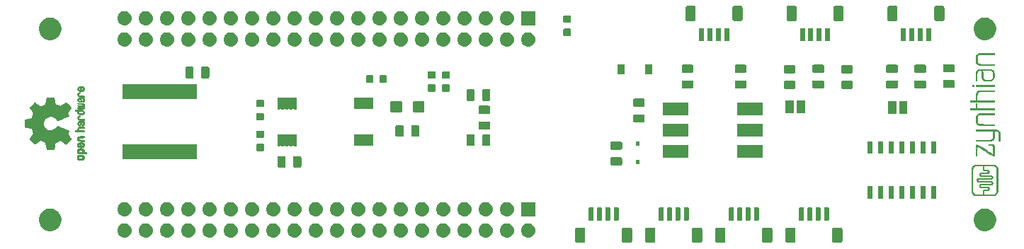
<source format=gbr>
G04 #@! TF.GenerationSoftware,KiCad,Pcbnew,5.0.2-5.fc29*
G04 #@! TF.CreationDate,2022-02-16T01:10:22+01:00*
G04 #@! TF.ProjectId,zynthian_zynaptik,7a796e74-6869-4616-9e5f-7a796e617074,1.0*
G04 #@! TF.SameCoordinates,Original*
G04 #@! TF.FileFunction,Soldermask,Top*
G04 #@! TF.FilePolarity,Negative*
%FSLAX46Y46*%
G04 Gerber Fmt 4.6, Leading zero omitted, Abs format (unit mm)*
G04 Created by KiCad (PCBNEW 5.0.2-5.fc29) date mié 16 feb 2022 01:10:22 CET*
%MOMM*%
%LPD*%
G01*
G04 APERTURE LIST*
%ADD10C,0.010000*%
%ADD11C,0.100000*%
G04 APERTURE END LIST*
D10*
G04 #@! TO.C,REF\002A\002A\002A*
G36*
X64814505Y-119309114D02*
X64851727Y-119234461D01*
X64920261Y-119168569D01*
X64945648Y-119150423D01*
X64978866Y-119130655D01*
X65014945Y-119117828D01*
X65063098Y-119110490D01*
X65132536Y-119107187D01*
X65224206Y-119106462D01*
X65349830Y-119109737D01*
X65444154Y-119121123D01*
X65514523Y-119142959D01*
X65568286Y-119177581D01*
X65612788Y-119227330D01*
X65615423Y-119230986D01*
X65642377Y-119280015D01*
X65655712Y-119339055D01*
X65659000Y-119414141D01*
X65659000Y-119536205D01*
X65777497Y-119536256D01*
X65843492Y-119537392D01*
X65882202Y-119544314D01*
X65905419Y-119562402D01*
X65924933Y-119597038D01*
X65928920Y-119605355D01*
X65947603Y-119644280D01*
X65959403Y-119674417D01*
X65960422Y-119696826D01*
X65946761Y-119712567D01*
X65914522Y-119722698D01*
X65859804Y-119728277D01*
X65778711Y-119730365D01*
X65667344Y-119730019D01*
X65521802Y-119728300D01*
X65478269Y-119727763D01*
X65328205Y-119725828D01*
X65230042Y-119724096D01*
X65230042Y-119536308D01*
X65313364Y-119535252D01*
X65367880Y-119530562D01*
X65403837Y-119519949D01*
X65431482Y-119501128D01*
X65444965Y-119488350D01*
X65484417Y-119436110D01*
X65487628Y-119389858D01*
X65455049Y-119342133D01*
X65453846Y-119340923D01*
X65428668Y-119321506D01*
X65394447Y-119309693D01*
X65341748Y-119303735D01*
X65261131Y-119301880D01*
X65243271Y-119301846D01*
X65132175Y-119306330D01*
X65055161Y-119320926D01*
X65008147Y-119347350D01*
X64987050Y-119387317D01*
X64984923Y-119410416D01*
X64994900Y-119465238D01*
X65027752Y-119502842D01*
X65087857Y-119525477D01*
X65179598Y-119535394D01*
X65230042Y-119536308D01*
X65230042Y-119724096D01*
X65212060Y-119723778D01*
X65124679Y-119721127D01*
X65060905Y-119717394D01*
X65015582Y-119712093D01*
X64983555Y-119704742D01*
X64959668Y-119694857D01*
X64938764Y-119681954D01*
X64930898Y-119676421D01*
X64856595Y-119603031D01*
X64814467Y-119510240D01*
X64802722Y-119402904D01*
X64814505Y-119309114D01*
X64814505Y-119309114D01*
G37*
X64814505Y-119309114D02*
X64851727Y-119234461D01*
X64920261Y-119168569D01*
X64945648Y-119150423D01*
X64978866Y-119130655D01*
X65014945Y-119117828D01*
X65063098Y-119110490D01*
X65132536Y-119107187D01*
X65224206Y-119106462D01*
X65349830Y-119109737D01*
X65444154Y-119121123D01*
X65514523Y-119142959D01*
X65568286Y-119177581D01*
X65612788Y-119227330D01*
X65615423Y-119230986D01*
X65642377Y-119280015D01*
X65655712Y-119339055D01*
X65659000Y-119414141D01*
X65659000Y-119536205D01*
X65777497Y-119536256D01*
X65843492Y-119537392D01*
X65882202Y-119544314D01*
X65905419Y-119562402D01*
X65924933Y-119597038D01*
X65928920Y-119605355D01*
X65947603Y-119644280D01*
X65959403Y-119674417D01*
X65960422Y-119696826D01*
X65946761Y-119712567D01*
X65914522Y-119722698D01*
X65859804Y-119728277D01*
X65778711Y-119730365D01*
X65667344Y-119730019D01*
X65521802Y-119728300D01*
X65478269Y-119727763D01*
X65328205Y-119725828D01*
X65230042Y-119724096D01*
X65230042Y-119536308D01*
X65313364Y-119535252D01*
X65367880Y-119530562D01*
X65403837Y-119519949D01*
X65431482Y-119501128D01*
X65444965Y-119488350D01*
X65484417Y-119436110D01*
X65487628Y-119389858D01*
X65455049Y-119342133D01*
X65453846Y-119340923D01*
X65428668Y-119321506D01*
X65394447Y-119309693D01*
X65341748Y-119303735D01*
X65261131Y-119301880D01*
X65243271Y-119301846D01*
X65132175Y-119306330D01*
X65055161Y-119320926D01*
X65008147Y-119347350D01*
X64987050Y-119387317D01*
X64984923Y-119410416D01*
X64994900Y-119465238D01*
X65027752Y-119502842D01*
X65087857Y-119525477D01*
X65179598Y-119535394D01*
X65230042Y-119536308D01*
X65230042Y-119724096D01*
X65212060Y-119723778D01*
X65124679Y-119721127D01*
X65060905Y-119717394D01*
X65015582Y-119712093D01*
X64983555Y-119704742D01*
X64959668Y-119694857D01*
X64938764Y-119681954D01*
X64930898Y-119676421D01*
X64856595Y-119603031D01*
X64814467Y-119510240D01*
X64802722Y-119402904D01*
X64814505Y-119309114D01*
G36*
X64825089Y-117806336D02*
X64861358Y-117743633D01*
X64897358Y-117700039D01*
X64935075Y-117668155D01*
X64981199Y-117646190D01*
X65042421Y-117632351D01*
X65125431Y-117624847D01*
X65236919Y-117621883D01*
X65317062Y-117621539D01*
X65612065Y-117621539D01*
X65686515Y-117787615D01*
X65363402Y-117797385D01*
X65242729Y-117801421D01*
X65155141Y-117805656D01*
X65094650Y-117810903D01*
X65055268Y-117817975D01*
X65031007Y-117827689D01*
X65015880Y-117840856D01*
X65012606Y-117845081D01*
X64987034Y-117909091D01*
X64997153Y-117973792D01*
X65024000Y-118012308D01*
X65043024Y-118027975D01*
X65067988Y-118038820D01*
X65105834Y-118045712D01*
X65163502Y-118049521D01*
X65247935Y-118051117D01*
X65335928Y-118051385D01*
X65446323Y-118051437D01*
X65524463Y-118053328D01*
X65577165Y-118059655D01*
X65611242Y-118073017D01*
X65633511Y-118096015D01*
X65650787Y-118131246D01*
X65668738Y-118178303D01*
X65688278Y-118229697D01*
X65341485Y-118223579D01*
X65216468Y-118221116D01*
X65124082Y-118218233D01*
X65057881Y-118214102D01*
X65011420Y-118207893D01*
X64978256Y-118198774D01*
X64951944Y-118185917D01*
X64928729Y-118170416D01*
X64854569Y-118095629D01*
X64811684Y-118004372D01*
X64801412Y-117905117D01*
X64825089Y-117806336D01*
X64825089Y-117806336D01*
G37*
X64825089Y-117806336D02*
X64861358Y-117743633D01*
X64897358Y-117700039D01*
X64935075Y-117668155D01*
X64981199Y-117646190D01*
X65042421Y-117632351D01*
X65125431Y-117624847D01*
X65236919Y-117621883D01*
X65317062Y-117621539D01*
X65612065Y-117621539D01*
X65686515Y-117787615D01*
X65363402Y-117797385D01*
X65242729Y-117801421D01*
X65155141Y-117805656D01*
X65094650Y-117810903D01*
X65055268Y-117817975D01*
X65031007Y-117827689D01*
X65015880Y-117840856D01*
X65012606Y-117845081D01*
X64987034Y-117909091D01*
X64997153Y-117973792D01*
X65024000Y-118012308D01*
X65043024Y-118027975D01*
X65067988Y-118038820D01*
X65105834Y-118045712D01*
X65163502Y-118049521D01*
X65247935Y-118051117D01*
X65335928Y-118051385D01*
X65446323Y-118051437D01*
X65524463Y-118053328D01*
X65577165Y-118059655D01*
X65611242Y-118073017D01*
X65633511Y-118096015D01*
X65650787Y-118131246D01*
X65668738Y-118178303D01*
X65688278Y-118229697D01*
X65341485Y-118223579D01*
X65216468Y-118221116D01*
X65124082Y-118218233D01*
X65057881Y-118214102D01*
X65011420Y-118207893D01*
X64978256Y-118198774D01*
X64951944Y-118185917D01*
X64928729Y-118170416D01*
X64854569Y-118095629D01*
X64811684Y-118004372D01*
X64801412Y-117905117D01*
X64825089Y-117806336D01*
G36*
X64817256Y-120061114D02*
X64865409Y-119969536D01*
X64942905Y-119901951D01*
X64992727Y-119877943D01*
X65067533Y-119859262D01*
X65162052Y-119849699D01*
X65265210Y-119848792D01*
X65365935Y-119856079D01*
X65453153Y-119871097D01*
X65515791Y-119893385D01*
X65526579Y-119900235D01*
X65607105Y-119981368D01*
X65655336Y-120077734D01*
X65669450Y-120182299D01*
X65647629Y-120288032D01*
X65634547Y-120317457D01*
X65594231Y-120374759D01*
X65540775Y-120425050D01*
X65533995Y-120429803D01*
X65501321Y-120449122D01*
X65466394Y-120461892D01*
X65420414Y-120469436D01*
X65354584Y-120473076D01*
X65260105Y-120474135D01*
X65238923Y-120474154D01*
X65232182Y-120474106D01*
X65232182Y-120278769D01*
X65321349Y-120277632D01*
X65380520Y-120273159D01*
X65418741Y-120263754D01*
X65445053Y-120247824D01*
X65453846Y-120239692D01*
X65487261Y-120192942D01*
X65485737Y-120147553D01*
X65456752Y-120101660D01*
X65425809Y-120074288D01*
X65380643Y-120058077D01*
X65309420Y-120048974D01*
X65301114Y-120048349D01*
X65172037Y-120046796D01*
X65076172Y-120063035D01*
X65014107Y-120096848D01*
X64986432Y-120148016D01*
X64984923Y-120166280D01*
X64992513Y-120214240D01*
X65018808Y-120247047D01*
X65069095Y-120267105D01*
X65148664Y-120276822D01*
X65232182Y-120278769D01*
X65232182Y-120474106D01*
X65138249Y-120473426D01*
X65067906Y-120470371D01*
X65019163Y-120463678D01*
X64983288Y-120452040D01*
X64951548Y-120434147D01*
X64945648Y-120430192D01*
X64866104Y-120363733D01*
X64819929Y-120291315D01*
X64801599Y-120203151D01*
X64800703Y-120173213D01*
X64817256Y-120061114D01*
X64817256Y-120061114D01*
G37*
X64817256Y-120061114D02*
X64865409Y-119969536D01*
X64942905Y-119901951D01*
X64992727Y-119877943D01*
X65067533Y-119859262D01*
X65162052Y-119849699D01*
X65265210Y-119848792D01*
X65365935Y-119856079D01*
X65453153Y-119871097D01*
X65515791Y-119893385D01*
X65526579Y-119900235D01*
X65607105Y-119981368D01*
X65655336Y-120077734D01*
X65669450Y-120182299D01*
X65647629Y-120288032D01*
X65634547Y-120317457D01*
X65594231Y-120374759D01*
X65540775Y-120425050D01*
X65533995Y-120429803D01*
X65501321Y-120449122D01*
X65466394Y-120461892D01*
X65420414Y-120469436D01*
X65354584Y-120473076D01*
X65260105Y-120474135D01*
X65238923Y-120474154D01*
X65232182Y-120474106D01*
X65232182Y-120278769D01*
X65321349Y-120277632D01*
X65380520Y-120273159D01*
X65418741Y-120263754D01*
X65445053Y-120247824D01*
X65453846Y-120239692D01*
X65487261Y-120192942D01*
X65485737Y-120147553D01*
X65456752Y-120101660D01*
X65425809Y-120074288D01*
X65380643Y-120058077D01*
X65309420Y-120048974D01*
X65301114Y-120048349D01*
X65172037Y-120046796D01*
X65076172Y-120063035D01*
X65014107Y-120096848D01*
X64986432Y-120148016D01*
X64984923Y-120166280D01*
X64992513Y-120214240D01*
X65018808Y-120247047D01*
X65069095Y-120267105D01*
X65148664Y-120276822D01*
X65232182Y-120278769D01*
X65232182Y-120474106D01*
X65138249Y-120473426D01*
X65067906Y-120470371D01*
X65019163Y-120463678D01*
X64983288Y-120452040D01*
X64951548Y-120434147D01*
X64945648Y-120430192D01*
X64866104Y-120363733D01*
X64819929Y-120291315D01*
X64801599Y-120203151D01*
X64800703Y-120173213D01*
X64817256Y-120061114D01*
G36*
X64829745Y-118543746D02*
X64881567Y-118466714D01*
X64956412Y-118407184D01*
X65051654Y-118371622D01*
X65121756Y-118364429D01*
X65151009Y-118365246D01*
X65173407Y-118372086D01*
X65193474Y-118390888D01*
X65215733Y-118427592D01*
X65244709Y-118488138D01*
X65284927Y-118578466D01*
X65285129Y-118578923D01*
X65323210Y-118662067D01*
X65357025Y-118730247D01*
X65382933Y-118776495D01*
X65397295Y-118793842D01*
X65397411Y-118793846D01*
X65428685Y-118778557D01*
X65463157Y-118742804D01*
X65487990Y-118701758D01*
X65492923Y-118680963D01*
X65475862Y-118624230D01*
X65433133Y-118575373D01*
X65386155Y-118551535D01*
X65351522Y-118528603D01*
X65312081Y-118483682D01*
X65278009Y-118430877D01*
X65259480Y-118384290D01*
X65258462Y-118374548D01*
X65275215Y-118363582D01*
X65318039Y-118362921D01*
X65375781Y-118370980D01*
X65437289Y-118386173D01*
X65491409Y-118406914D01*
X65493510Y-118407962D01*
X65580660Y-118470379D01*
X65639939Y-118551274D01*
X65669034Y-118643144D01*
X65665634Y-118738487D01*
X65627428Y-118829802D01*
X65624741Y-118833862D01*
X65559642Y-118905694D01*
X65474705Y-118952927D01*
X65363021Y-118979066D01*
X65331643Y-118982574D01*
X65183536Y-118988787D01*
X65114468Y-118981339D01*
X65114468Y-118793846D01*
X65157552Y-118791410D01*
X65170126Y-118778086D01*
X65160719Y-118744868D01*
X65138483Y-118692506D01*
X65110610Y-118633976D01*
X65109872Y-118632521D01*
X65083777Y-118582911D01*
X65066363Y-118563000D01*
X65048107Y-118567910D01*
X65024120Y-118588584D01*
X64989406Y-118641181D01*
X64986856Y-118697823D01*
X65012119Y-118748631D01*
X65060847Y-118783724D01*
X65114468Y-118793846D01*
X65114468Y-118981339D01*
X65065036Y-118976008D01*
X64971055Y-118943222D01*
X64905215Y-118897579D01*
X64838681Y-118815198D01*
X64805676Y-118724454D01*
X64803573Y-118631815D01*
X64829745Y-118543746D01*
X64829745Y-118543746D01*
G37*
X64829745Y-118543746D02*
X64881567Y-118466714D01*
X64956412Y-118407184D01*
X65051654Y-118371622D01*
X65121756Y-118364429D01*
X65151009Y-118365246D01*
X65173407Y-118372086D01*
X65193474Y-118390888D01*
X65215733Y-118427592D01*
X65244709Y-118488138D01*
X65284927Y-118578466D01*
X65285129Y-118578923D01*
X65323210Y-118662067D01*
X65357025Y-118730247D01*
X65382933Y-118776495D01*
X65397295Y-118793842D01*
X65397411Y-118793846D01*
X65428685Y-118778557D01*
X65463157Y-118742804D01*
X65487990Y-118701758D01*
X65492923Y-118680963D01*
X65475862Y-118624230D01*
X65433133Y-118575373D01*
X65386155Y-118551535D01*
X65351522Y-118528603D01*
X65312081Y-118483682D01*
X65278009Y-118430877D01*
X65259480Y-118384290D01*
X65258462Y-118374548D01*
X65275215Y-118363582D01*
X65318039Y-118362921D01*
X65375781Y-118370980D01*
X65437289Y-118386173D01*
X65491409Y-118406914D01*
X65493510Y-118407962D01*
X65580660Y-118470379D01*
X65639939Y-118551274D01*
X65669034Y-118643144D01*
X65665634Y-118738487D01*
X65627428Y-118829802D01*
X65624741Y-118833862D01*
X65559642Y-118905694D01*
X65474705Y-118952927D01*
X65363021Y-118979066D01*
X65331643Y-118982574D01*
X65183536Y-118988787D01*
X65114468Y-118981339D01*
X65114468Y-118793846D01*
X65157552Y-118791410D01*
X65170126Y-118778086D01*
X65160719Y-118744868D01*
X65138483Y-118692506D01*
X65110610Y-118633976D01*
X65109872Y-118632521D01*
X65083777Y-118582911D01*
X65066363Y-118563000D01*
X65048107Y-118567910D01*
X65024120Y-118588584D01*
X64989406Y-118641181D01*
X64986856Y-118697823D01*
X65012119Y-118748631D01*
X65060847Y-118783724D01*
X65114468Y-118793846D01*
X65114468Y-118981339D01*
X65065036Y-118976008D01*
X64971055Y-118943222D01*
X64905215Y-118897579D01*
X64838681Y-118815198D01*
X64805676Y-118724454D01*
X64803573Y-118631815D01*
X64829745Y-118543746D01*
G36*
X64722120Y-116918154D02*
X64801980Y-116912428D01*
X64849039Y-116905851D01*
X64869566Y-116896738D01*
X64869829Y-116883402D01*
X64867378Y-116879077D01*
X64849636Y-116821556D01*
X64850672Y-116746732D01*
X64868910Y-116670661D01*
X64892505Y-116623082D01*
X64930198Y-116574298D01*
X64972855Y-116538636D01*
X65027057Y-116514155D01*
X65099384Y-116498913D01*
X65196419Y-116490970D01*
X65324742Y-116488384D01*
X65349358Y-116488338D01*
X65625870Y-116488308D01*
X65647320Y-116549839D01*
X65661912Y-116593541D01*
X65668706Y-116617518D01*
X65668769Y-116618223D01*
X65650345Y-116620585D01*
X65599526Y-116622594D01*
X65522993Y-116624099D01*
X65427430Y-116624947D01*
X65369329Y-116625077D01*
X65254771Y-116625349D01*
X65172667Y-116626748D01*
X65116393Y-116630151D01*
X65079326Y-116636433D01*
X65054844Y-116646471D01*
X65036325Y-116661139D01*
X65027406Y-116670298D01*
X64991466Y-116733211D01*
X64988775Y-116801864D01*
X65019170Y-116864152D01*
X65030144Y-116875671D01*
X65050779Y-116892567D01*
X65075256Y-116904286D01*
X65110647Y-116911767D01*
X65164026Y-116915946D01*
X65242466Y-116917763D01*
X65350617Y-116918154D01*
X65625870Y-116918154D01*
X65647320Y-116979685D01*
X65661912Y-117023387D01*
X65668706Y-117047364D01*
X65668769Y-117048070D01*
X65650069Y-117049874D01*
X65597322Y-117051500D01*
X65515557Y-117052883D01*
X65409805Y-117053958D01*
X65285094Y-117054660D01*
X65146455Y-117054923D01*
X64611806Y-117054923D01*
X64558236Y-116927923D01*
X64722120Y-116918154D01*
X64722120Y-116918154D01*
G37*
X64722120Y-116918154D02*
X64801980Y-116912428D01*
X64849039Y-116905851D01*
X64869566Y-116896738D01*
X64869829Y-116883402D01*
X64867378Y-116879077D01*
X64849636Y-116821556D01*
X64850672Y-116746732D01*
X64868910Y-116670661D01*
X64892505Y-116623082D01*
X64930198Y-116574298D01*
X64972855Y-116538636D01*
X65027057Y-116514155D01*
X65099384Y-116498913D01*
X65196419Y-116490970D01*
X65324742Y-116488384D01*
X65349358Y-116488338D01*
X65625870Y-116488308D01*
X65647320Y-116549839D01*
X65661912Y-116593541D01*
X65668706Y-116617518D01*
X65668769Y-116618223D01*
X65650345Y-116620585D01*
X65599526Y-116622594D01*
X65522993Y-116624099D01*
X65427430Y-116624947D01*
X65369329Y-116625077D01*
X65254771Y-116625349D01*
X65172667Y-116626748D01*
X65116393Y-116630151D01*
X65079326Y-116636433D01*
X65054844Y-116646471D01*
X65036325Y-116661139D01*
X65027406Y-116670298D01*
X64991466Y-116733211D01*
X64988775Y-116801864D01*
X65019170Y-116864152D01*
X65030144Y-116875671D01*
X65050779Y-116892567D01*
X65075256Y-116904286D01*
X65110647Y-116911767D01*
X65164026Y-116915946D01*
X65242466Y-116917763D01*
X65350617Y-116918154D01*
X65625870Y-116918154D01*
X65647320Y-116979685D01*
X65661912Y-117023387D01*
X65668706Y-117047364D01*
X65668769Y-117048070D01*
X65650069Y-117049874D01*
X65597322Y-117051500D01*
X65515557Y-117052883D01*
X65409805Y-117053958D01*
X65285094Y-117054660D01*
X65146455Y-117054923D01*
X64611806Y-117054923D01*
X64558236Y-116927923D01*
X64722120Y-116918154D01*
G36*
X64856303Y-116024499D02*
X64884733Y-115947940D01*
X64885279Y-115947064D01*
X64920127Y-115899715D01*
X64960852Y-115864759D01*
X65013925Y-115840175D01*
X65085814Y-115823938D01*
X65182992Y-115814025D01*
X65311928Y-115808414D01*
X65330298Y-115807923D01*
X65607287Y-115800859D01*
X65638028Y-115860305D01*
X65658802Y-115903319D01*
X65668646Y-115929290D01*
X65668769Y-115930491D01*
X65650606Y-115934986D01*
X65601612Y-115938556D01*
X65530031Y-115940752D01*
X65472068Y-115941231D01*
X65378170Y-115941242D01*
X65319203Y-115945534D01*
X65291079Y-115960497D01*
X65289706Y-115992518D01*
X65310998Y-116047986D01*
X65350136Y-116131731D01*
X65382643Y-116193311D01*
X65410845Y-116224983D01*
X65441582Y-116234294D01*
X65443104Y-116234308D01*
X65496054Y-116218943D01*
X65524660Y-116173453D01*
X65528803Y-116103834D01*
X65528084Y-116053687D01*
X65542527Y-116027246D01*
X65577218Y-116010757D01*
X65621416Y-116001267D01*
X65646493Y-116014943D01*
X65650082Y-116020093D01*
X65664496Y-116068575D01*
X65666537Y-116136469D01*
X65656983Y-116206388D01*
X65639522Y-116255932D01*
X65581364Y-116324430D01*
X65500408Y-116363366D01*
X65437160Y-116371077D01*
X65380111Y-116365193D01*
X65333542Y-116343899D01*
X65292181Y-116301735D01*
X65250755Y-116233241D01*
X65203993Y-116132956D01*
X65201350Y-116126846D01*
X65159617Y-116036510D01*
X65125391Y-115980765D01*
X65094635Y-115956871D01*
X65063311Y-115962087D01*
X65027383Y-115993672D01*
X65019116Y-116003117D01*
X64987058Y-116066383D01*
X64988407Y-116131936D01*
X65019838Y-116189028D01*
X65078024Y-116226907D01*
X65089446Y-116230426D01*
X65144837Y-116264700D01*
X65171518Y-116308191D01*
X65197960Y-116371077D01*
X65129548Y-116371077D01*
X65030110Y-116351948D01*
X64938902Y-116295169D01*
X64908389Y-116265622D01*
X64869228Y-116198458D01*
X64851500Y-116113044D01*
X64856303Y-116024499D01*
X64856303Y-116024499D01*
G37*
X64856303Y-116024499D02*
X64884733Y-115947940D01*
X64885279Y-115947064D01*
X64920127Y-115899715D01*
X64960852Y-115864759D01*
X65013925Y-115840175D01*
X65085814Y-115823938D01*
X65182992Y-115814025D01*
X65311928Y-115808414D01*
X65330298Y-115807923D01*
X65607287Y-115800859D01*
X65638028Y-115860305D01*
X65658802Y-115903319D01*
X65668646Y-115929290D01*
X65668769Y-115930491D01*
X65650606Y-115934986D01*
X65601612Y-115938556D01*
X65530031Y-115940752D01*
X65472068Y-115941231D01*
X65378170Y-115941242D01*
X65319203Y-115945534D01*
X65291079Y-115960497D01*
X65289706Y-115992518D01*
X65310998Y-116047986D01*
X65350136Y-116131731D01*
X65382643Y-116193311D01*
X65410845Y-116224983D01*
X65441582Y-116234294D01*
X65443104Y-116234308D01*
X65496054Y-116218943D01*
X65524660Y-116173453D01*
X65528803Y-116103834D01*
X65528084Y-116053687D01*
X65542527Y-116027246D01*
X65577218Y-116010757D01*
X65621416Y-116001267D01*
X65646493Y-116014943D01*
X65650082Y-116020093D01*
X65664496Y-116068575D01*
X65666537Y-116136469D01*
X65656983Y-116206388D01*
X65639522Y-116255932D01*
X65581364Y-116324430D01*
X65500408Y-116363366D01*
X65437160Y-116371077D01*
X65380111Y-116365193D01*
X65333542Y-116343899D01*
X65292181Y-116301735D01*
X65250755Y-116233241D01*
X65203993Y-116132956D01*
X65201350Y-116126846D01*
X65159617Y-116036510D01*
X65125391Y-115980765D01*
X65094635Y-115956871D01*
X65063311Y-115962087D01*
X65027383Y-115993672D01*
X65019116Y-116003117D01*
X64987058Y-116066383D01*
X64988407Y-116131936D01*
X65019838Y-116189028D01*
X65078024Y-116226907D01*
X65089446Y-116230426D01*
X65144837Y-116264700D01*
X65171518Y-116308191D01*
X65197960Y-116371077D01*
X65129548Y-116371077D01*
X65030110Y-116351948D01*
X64938902Y-116295169D01*
X64908389Y-116265622D01*
X64869228Y-116198458D01*
X64851500Y-116113044D01*
X64856303Y-116024499D01*
G36*
X64854670Y-115364638D02*
X64887421Y-115275883D01*
X64945350Y-115203978D01*
X64986128Y-115175856D01*
X65060954Y-115145198D01*
X65115058Y-115145835D01*
X65151446Y-115178013D01*
X65157633Y-115189919D01*
X65176925Y-115241325D01*
X65171982Y-115267578D01*
X65139587Y-115276470D01*
X65121692Y-115276923D01*
X65055859Y-115293203D01*
X65009807Y-115335635D01*
X64987564Y-115394612D01*
X64993161Y-115460525D01*
X65022229Y-115514105D01*
X65038810Y-115532202D01*
X65058925Y-115545029D01*
X65089332Y-115553694D01*
X65136788Y-115559304D01*
X65208050Y-115562965D01*
X65309875Y-115565785D01*
X65342115Y-115566516D01*
X65452410Y-115569180D01*
X65530036Y-115572208D01*
X65581396Y-115576750D01*
X65612890Y-115583954D01*
X65630920Y-115594967D01*
X65641888Y-115610940D01*
X65646733Y-115621166D01*
X65663301Y-115664594D01*
X65668769Y-115690158D01*
X65650507Y-115698605D01*
X65595296Y-115703761D01*
X65502499Y-115705654D01*
X65371478Y-115704311D01*
X65351269Y-115703893D01*
X65231733Y-115700942D01*
X65144449Y-115697452D01*
X65082591Y-115692486D01*
X65039336Y-115685107D01*
X65007860Y-115674376D01*
X64981339Y-115659355D01*
X64969975Y-115651498D01*
X64919692Y-115606447D01*
X64880581Y-115556060D01*
X64877167Y-115549892D01*
X64850212Y-115459542D01*
X64854670Y-115364638D01*
X64854670Y-115364638D01*
G37*
X64854670Y-115364638D02*
X64887421Y-115275883D01*
X64945350Y-115203978D01*
X64986128Y-115175856D01*
X65060954Y-115145198D01*
X65115058Y-115145835D01*
X65151446Y-115178013D01*
X65157633Y-115189919D01*
X65176925Y-115241325D01*
X65171982Y-115267578D01*
X65139587Y-115276470D01*
X65121692Y-115276923D01*
X65055859Y-115293203D01*
X65009807Y-115335635D01*
X64987564Y-115394612D01*
X64993161Y-115460525D01*
X65022229Y-115514105D01*
X65038810Y-115532202D01*
X65058925Y-115545029D01*
X65089332Y-115553694D01*
X65136788Y-115559304D01*
X65208050Y-115562965D01*
X65309875Y-115565785D01*
X65342115Y-115566516D01*
X65452410Y-115569180D01*
X65530036Y-115572208D01*
X65581396Y-115576750D01*
X65612890Y-115583954D01*
X65630920Y-115594967D01*
X65641888Y-115610940D01*
X65646733Y-115621166D01*
X65663301Y-115664594D01*
X65668769Y-115690158D01*
X65650507Y-115698605D01*
X65595296Y-115703761D01*
X65502499Y-115705654D01*
X65371478Y-115704311D01*
X65351269Y-115703893D01*
X65231733Y-115700942D01*
X65144449Y-115697452D01*
X65082591Y-115692486D01*
X65039336Y-115685107D01*
X65007860Y-115674376D01*
X64981339Y-115659355D01*
X64969975Y-115651498D01*
X64919692Y-115606447D01*
X64880581Y-115556060D01*
X64877167Y-115549892D01*
X64850212Y-115459542D01*
X64854670Y-115364638D01*
G36*
X65010289Y-114475919D02*
X65156320Y-114476167D01*
X65268655Y-114477128D01*
X65352678Y-114479206D01*
X65413769Y-114482807D01*
X65457309Y-114488335D01*
X65488679Y-114496196D01*
X65513262Y-114506793D01*
X65527294Y-114514818D01*
X65603388Y-114581272D01*
X65651084Y-114665530D01*
X65668199Y-114758751D01*
X65652546Y-114852100D01*
X65624418Y-114907688D01*
X65575760Y-114966043D01*
X65516333Y-115005814D01*
X65438507Y-115029810D01*
X65334652Y-115040839D01*
X65258462Y-115042401D01*
X65252986Y-115042191D01*
X65252986Y-114905692D01*
X65340355Y-114904859D01*
X65398192Y-114901039D01*
X65436029Y-114892254D01*
X65463398Y-114876526D01*
X65484042Y-114857734D01*
X65523890Y-114794625D01*
X65527295Y-114726863D01*
X65494025Y-114662821D01*
X65489517Y-114657836D01*
X65466067Y-114636561D01*
X65438166Y-114623221D01*
X65396641Y-114615999D01*
X65332316Y-114613077D01*
X65261200Y-114612615D01*
X65171858Y-114613617D01*
X65112258Y-114617762D01*
X65073089Y-114626764D01*
X65045040Y-114642333D01*
X65030144Y-114655098D01*
X64992575Y-114714400D01*
X64988057Y-114782699D01*
X65016753Y-114847890D01*
X65027406Y-114860472D01*
X65051063Y-114881889D01*
X65079251Y-114895256D01*
X65121245Y-114902434D01*
X65186319Y-114905281D01*
X65252986Y-114905692D01*
X65252986Y-115042191D01*
X65135765Y-115037678D01*
X65043577Y-115021638D01*
X64974269Y-114991472D01*
X64920211Y-114944371D01*
X64892505Y-114907688D01*
X64862572Y-114841010D01*
X64848678Y-114763728D01*
X64852397Y-114691890D01*
X64867400Y-114651692D01*
X64871670Y-114635918D01*
X64855750Y-114625450D01*
X64813089Y-114618144D01*
X64748106Y-114612615D01*
X64675732Y-114606563D01*
X64632187Y-114598156D01*
X64607287Y-114582859D01*
X64590845Y-114556136D01*
X64583564Y-114539346D01*
X64556963Y-114475846D01*
X65010289Y-114475919D01*
X65010289Y-114475919D01*
G37*
X65010289Y-114475919D02*
X65156320Y-114476167D01*
X65268655Y-114477128D01*
X65352678Y-114479206D01*
X65413769Y-114482807D01*
X65457309Y-114488335D01*
X65488679Y-114496196D01*
X65513262Y-114506793D01*
X65527294Y-114514818D01*
X65603388Y-114581272D01*
X65651084Y-114665530D01*
X65668199Y-114758751D01*
X65652546Y-114852100D01*
X65624418Y-114907688D01*
X65575760Y-114966043D01*
X65516333Y-115005814D01*
X65438507Y-115029810D01*
X65334652Y-115040839D01*
X65258462Y-115042401D01*
X65252986Y-115042191D01*
X65252986Y-114905692D01*
X65340355Y-114904859D01*
X65398192Y-114901039D01*
X65436029Y-114892254D01*
X65463398Y-114876526D01*
X65484042Y-114857734D01*
X65523890Y-114794625D01*
X65527295Y-114726863D01*
X65494025Y-114662821D01*
X65489517Y-114657836D01*
X65466067Y-114636561D01*
X65438166Y-114623221D01*
X65396641Y-114615999D01*
X65332316Y-114613077D01*
X65261200Y-114612615D01*
X65171858Y-114613617D01*
X65112258Y-114617762D01*
X65073089Y-114626764D01*
X65045040Y-114642333D01*
X65030144Y-114655098D01*
X64992575Y-114714400D01*
X64988057Y-114782699D01*
X65016753Y-114847890D01*
X65027406Y-114860472D01*
X65051063Y-114881889D01*
X65079251Y-114895256D01*
X65121245Y-114902434D01*
X65186319Y-114905281D01*
X65252986Y-114905692D01*
X65252986Y-115042191D01*
X65135765Y-115037678D01*
X65043577Y-115021638D01*
X64974269Y-114991472D01*
X64920211Y-114944371D01*
X64892505Y-114907688D01*
X64862572Y-114841010D01*
X64848678Y-114763728D01*
X64852397Y-114691890D01*
X64867400Y-114651692D01*
X64871670Y-114635918D01*
X64855750Y-114625450D01*
X64813089Y-114618144D01*
X64748106Y-114612615D01*
X64675732Y-114606563D01*
X64632187Y-114598156D01*
X64607287Y-114582859D01*
X64590845Y-114556136D01*
X64583564Y-114539346D01*
X64556963Y-114475846D01*
X65010289Y-114475919D01*
G36*
X64866662Y-113682071D02*
X64918068Y-113679089D01*
X64996192Y-113676753D01*
X65094857Y-113675251D01*
X65198343Y-113674769D01*
X65548533Y-113674769D01*
X65610363Y-113736599D01*
X65648462Y-113779207D01*
X65663895Y-113816610D01*
X65662918Y-113867730D01*
X65660433Y-113888022D01*
X65653200Y-113951446D01*
X65649055Y-114003905D01*
X65648672Y-114016692D01*
X65651176Y-114059801D01*
X65657462Y-114121456D01*
X65660433Y-114145362D01*
X65665028Y-114204078D01*
X65655046Y-114243536D01*
X65624228Y-114282662D01*
X65610363Y-114296785D01*
X65548533Y-114358615D01*
X64893503Y-114358615D01*
X64870829Y-114308850D01*
X64854034Y-114265998D01*
X64848154Y-114240927D01*
X64866736Y-114234499D01*
X64918655Y-114228491D01*
X64998172Y-114223303D01*
X65099546Y-114219336D01*
X65185192Y-114217423D01*
X65522231Y-114212077D01*
X65528825Y-114165440D01*
X65524214Y-114123024D01*
X65509287Y-114102240D01*
X65481377Y-114096430D01*
X65421925Y-114091470D01*
X65338466Y-114087754D01*
X65238532Y-114085676D01*
X65187104Y-114085376D01*
X64891054Y-114085077D01*
X64869604Y-114023546D01*
X64855020Y-113979996D01*
X64848219Y-113956306D01*
X64848154Y-113955623D01*
X64866642Y-113953246D01*
X64917906Y-113950634D01*
X64995649Y-113948005D01*
X65093574Y-113945579D01*
X65185192Y-113943885D01*
X65522231Y-113938539D01*
X65522231Y-113821308D01*
X65214746Y-113815928D01*
X64907261Y-113810549D01*
X64877707Y-113753399D01*
X64857413Y-113711203D01*
X64848204Y-113686230D01*
X64848154Y-113685509D01*
X64866662Y-113682071D01*
X64866662Y-113682071D01*
G37*
X64866662Y-113682071D02*
X64918068Y-113679089D01*
X64996192Y-113676753D01*
X65094857Y-113675251D01*
X65198343Y-113674769D01*
X65548533Y-113674769D01*
X65610363Y-113736599D01*
X65648462Y-113779207D01*
X65663895Y-113816610D01*
X65662918Y-113867730D01*
X65660433Y-113888022D01*
X65653200Y-113951446D01*
X65649055Y-114003905D01*
X65648672Y-114016692D01*
X65651176Y-114059801D01*
X65657462Y-114121456D01*
X65660433Y-114145362D01*
X65665028Y-114204078D01*
X65655046Y-114243536D01*
X65624228Y-114282662D01*
X65610363Y-114296785D01*
X65548533Y-114358615D01*
X64893503Y-114358615D01*
X64870829Y-114308850D01*
X64854034Y-114265998D01*
X64848154Y-114240927D01*
X64866736Y-114234499D01*
X64918655Y-114228491D01*
X64998172Y-114223303D01*
X65099546Y-114219336D01*
X65185192Y-114217423D01*
X65522231Y-114212077D01*
X65528825Y-114165440D01*
X65524214Y-114123024D01*
X65509287Y-114102240D01*
X65481377Y-114096430D01*
X65421925Y-114091470D01*
X65338466Y-114087754D01*
X65238532Y-114085676D01*
X65187104Y-114085376D01*
X64891054Y-114085077D01*
X64869604Y-114023546D01*
X64855020Y-113979996D01*
X64848219Y-113956306D01*
X64848154Y-113955623D01*
X64866642Y-113953246D01*
X64917906Y-113950634D01*
X64995649Y-113948005D01*
X65093574Y-113945579D01*
X65185192Y-113943885D01*
X65522231Y-113938539D01*
X65522231Y-113821308D01*
X65214746Y-113815928D01*
X64907261Y-113810549D01*
X64877707Y-113753399D01*
X64857413Y-113711203D01*
X64848204Y-113686230D01*
X64848154Y-113685509D01*
X64866662Y-113682071D01*
G36*
X64863528Y-113190667D02*
X64889117Y-113134410D01*
X64920124Y-113090253D01*
X64954795Y-113057899D01*
X64999520Y-113035562D01*
X65060692Y-113021454D01*
X65144701Y-113013789D01*
X65257940Y-113010780D01*
X65332509Y-113010462D01*
X65623420Y-113010462D01*
X65646095Y-113060227D01*
X65662667Y-113099424D01*
X65668769Y-113118843D01*
X65650610Y-113122558D01*
X65601648Y-113125505D01*
X65530153Y-113127309D01*
X65473385Y-113127692D01*
X65391371Y-113129339D01*
X65326309Y-113133778D01*
X65286467Y-113140260D01*
X65278000Y-113145410D01*
X65286646Y-113180023D01*
X65308823Y-113234360D01*
X65338886Y-113297278D01*
X65371192Y-113357632D01*
X65400098Y-113404279D01*
X65419961Y-113426074D01*
X65420175Y-113426161D01*
X65456935Y-113424286D01*
X65492026Y-113407475D01*
X65520528Y-113377961D01*
X65530061Y-113334884D01*
X65528950Y-113298068D01*
X65528133Y-113245926D01*
X65540349Y-113218556D01*
X65572624Y-113202118D01*
X65578710Y-113200045D01*
X65624739Y-113192919D01*
X65652687Y-113211976D01*
X65666007Y-113261647D01*
X65668470Y-113315303D01*
X65650210Y-113411858D01*
X65624131Y-113461841D01*
X65562868Y-113523571D01*
X65487670Y-113556310D01*
X65408211Y-113559247D01*
X65334167Y-113531576D01*
X65287769Y-113489953D01*
X65261793Y-113448396D01*
X65228907Y-113383078D01*
X65195557Y-113306962D01*
X65190461Y-113294274D01*
X65153565Y-113210667D01*
X65121046Y-113162470D01*
X65088718Y-113146970D01*
X65052394Y-113161450D01*
X65024000Y-113186308D01*
X64989039Y-113245061D01*
X64986417Y-113309707D01*
X65013358Y-113368992D01*
X65067088Y-113411661D01*
X65080950Y-113417261D01*
X65131936Y-113449867D01*
X65169787Y-113497470D01*
X65200850Y-113557539D01*
X65112768Y-113557539D01*
X65058951Y-113554003D01*
X65016534Y-113538844D01*
X64971279Y-113505232D01*
X64936420Y-113472965D01*
X64887062Y-113422791D01*
X64860547Y-113383807D01*
X64849911Y-113341936D01*
X64848154Y-113294540D01*
X64863528Y-113190667D01*
X64863528Y-113190667D01*
G37*
X64863528Y-113190667D02*
X64889117Y-113134410D01*
X64920124Y-113090253D01*
X64954795Y-113057899D01*
X64999520Y-113035562D01*
X65060692Y-113021454D01*
X65144701Y-113013789D01*
X65257940Y-113010780D01*
X65332509Y-113010462D01*
X65623420Y-113010462D01*
X65646095Y-113060227D01*
X65662667Y-113099424D01*
X65668769Y-113118843D01*
X65650610Y-113122558D01*
X65601648Y-113125505D01*
X65530153Y-113127309D01*
X65473385Y-113127692D01*
X65391371Y-113129339D01*
X65326309Y-113133778D01*
X65286467Y-113140260D01*
X65278000Y-113145410D01*
X65286646Y-113180023D01*
X65308823Y-113234360D01*
X65338886Y-113297278D01*
X65371192Y-113357632D01*
X65400098Y-113404279D01*
X65419961Y-113426074D01*
X65420175Y-113426161D01*
X65456935Y-113424286D01*
X65492026Y-113407475D01*
X65520528Y-113377961D01*
X65530061Y-113334884D01*
X65528950Y-113298068D01*
X65528133Y-113245926D01*
X65540349Y-113218556D01*
X65572624Y-113202118D01*
X65578710Y-113200045D01*
X65624739Y-113192919D01*
X65652687Y-113211976D01*
X65666007Y-113261647D01*
X65668470Y-113315303D01*
X65650210Y-113411858D01*
X65624131Y-113461841D01*
X65562868Y-113523571D01*
X65487670Y-113556310D01*
X65408211Y-113559247D01*
X65334167Y-113531576D01*
X65287769Y-113489953D01*
X65261793Y-113448396D01*
X65228907Y-113383078D01*
X65195557Y-113306962D01*
X65190461Y-113294274D01*
X65153565Y-113210667D01*
X65121046Y-113162470D01*
X65088718Y-113146970D01*
X65052394Y-113161450D01*
X65024000Y-113186308D01*
X64989039Y-113245061D01*
X64986417Y-113309707D01*
X65013358Y-113368992D01*
X65067088Y-113411661D01*
X65080950Y-113417261D01*
X65131936Y-113449867D01*
X65169787Y-113497470D01*
X65200850Y-113557539D01*
X65112768Y-113557539D01*
X65058951Y-113554003D01*
X65016534Y-113538844D01*
X64971279Y-113505232D01*
X64936420Y-113472965D01*
X64887062Y-113422791D01*
X64860547Y-113383807D01*
X64849911Y-113341936D01*
X64848154Y-113294540D01*
X64863528Y-113190667D01*
G36*
X64866782Y-112507193D02*
X64876988Y-112483839D01*
X64921134Y-112428098D01*
X64984967Y-112380431D01*
X65053087Y-112350952D01*
X65086670Y-112346154D01*
X65133556Y-112362240D01*
X65158365Y-112397525D01*
X65173387Y-112435356D01*
X65176155Y-112452679D01*
X65156066Y-112461114D01*
X65112351Y-112477770D01*
X65092598Y-112485077D01*
X65024271Y-112526052D01*
X64990191Y-112585378D01*
X64991239Y-112661448D01*
X64992581Y-112667082D01*
X65011836Y-112707695D01*
X65049375Y-112737552D01*
X65109809Y-112757945D01*
X65197751Y-112770164D01*
X65317813Y-112775500D01*
X65381698Y-112776000D01*
X65482403Y-112776248D01*
X65551054Y-112777874D01*
X65594673Y-112782199D01*
X65620282Y-112790546D01*
X65634903Y-112804235D01*
X65645558Y-112824589D01*
X65646095Y-112825766D01*
X65662667Y-112864962D01*
X65668769Y-112884381D01*
X65650319Y-112887365D01*
X65599323Y-112889919D01*
X65522308Y-112891860D01*
X65425805Y-112893003D01*
X65355184Y-112893231D01*
X65218525Y-112892068D01*
X65114851Y-112887521D01*
X65038108Y-112878001D01*
X64982246Y-112861919D01*
X64941212Y-112837687D01*
X64908954Y-112803714D01*
X64886440Y-112770167D01*
X64856476Y-112689501D01*
X64849718Y-112595619D01*
X64866782Y-112507193D01*
X64866782Y-112507193D01*
G37*
X64866782Y-112507193D02*
X64876988Y-112483839D01*
X64921134Y-112428098D01*
X64984967Y-112380431D01*
X65053087Y-112350952D01*
X65086670Y-112346154D01*
X65133556Y-112362240D01*
X65158365Y-112397525D01*
X65173387Y-112435356D01*
X65176155Y-112452679D01*
X65156066Y-112461114D01*
X65112351Y-112477770D01*
X65092598Y-112485077D01*
X65024271Y-112526052D01*
X64990191Y-112585378D01*
X64991239Y-112661448D01*
X64992581Y-112667082D01*
X65011836Y-112707695D01*
X65049375Y-112737552D01*
X65109809Y-112757945D01*
X65197751Y-112770164D01*
X65317813Y-112775500D01*
X65381698Y-112776000D01*
X65482403Y-112776248D01*
X65551054Y-112777874D01*
X65594673Y-112782199D01*
X65620282Y-112790546D01*
X65634903Y-112804235D01*
X65645558Y-112824589D01*
X65646095Y-112825766D01*
X65662667Y-112864962D01*
X65668769Y-112884381D01*
X65650319Y-112887365D01*
X65599323Y-112889919D01*
X65522308Y-112891860D01*
X65425805Y-112893003D01*
X65355184Y-112893231D01*
X65218525Y-112892068D01*
X65114851Y-112887521D01*
X65038108Y-112878001D01*
X64982246Y-112861919D01*
X64941212Y-112837687D01*
X64908954Y-112803714D01*
X64886440Y-112770167D01*
X64856476Y-112689501D01*
X64849718Y-112595619D01*
X64866782Y-112507193D01*
G36*
X64877838Y-111832776D02*
X64928361Y-111755472D01*
X64973590Y-111718186D01*
X65055663Y-111688647D01*
X65120607Y-111686301D01*
X65207445Y-111691615D01*
X65295103Y-111891885D01*
X65339887Y-111989261D01*
X65375913Y-112052887D01*
X65407117Y-112085971D01*
X65437436Y-112091720D01*
X65470805Y-112073342D01*
X65492923Y-112053077D01*
X65528393Y-111994111D01*
X65530879Y-111929976D01*
X65503235Y-111871074D01*
X65448320Y-111827803D01*
X65428928Y-111820064D01*
X65368364Y-111782994D01*
X65342552Y-111740346D01*
X65320471Y-111681846D01*
X65404184Y-111681846D01*
X65461150Y-111687018D01*
X65509189Y-111707277D01*
X65564346Y-111749738D01*
X65571514Y-111756049D01*
X65620585Y-111803280D01*
X65646920Y-111843879D01*
X65659035Y-111894672D01*
X65663003Y-111936780D01*
X65663991Y-112012098D01*
X65651466Y-112065714D01*
X65632869Y-112099162D01*
X65591975Y-112151732D01*
X65547748Y-112188121D01*
X65492126Y-112211150D01*
X65417047Y-112223641D01*
X65314449Y-112228413D01*
X65262376Y-112228794D01*
X65199948Y-112227499D01*
X65199948Y-112109529D01*
X65233438Y-112108161D01*
X65238923Y-112104751D01*
X65231472Y-112082247D01*
X65211753Y-112033818D01*
X65183718Y-111969092D01*
X65177692Y-111955557D01*
X65136096Y-111873756D01*
X65099538Y-111828688D01*
X65065296Y-111818783D01*
X65030648Y-111842474D01*
X65015339Y-111862040D01*
X64984721Y-111932640D01*
X64989780Y-111998720D01*
X65027151Y-112054041D01*
X65093473Y-112092364D01*
X65146116Y-112104651D01*
X65199948Y-112109529D01*
X65199948Y-112227499D01*
X65140720Y-112226270D01*
X65050710Y-112216968D01*
X64985167Y-112198540D01*
X64936912Y-112168640D01*
X64898767Y-112124920D01*
X64886440Y-112105859D01*
X64854336Y-112019274D01*
X64852316Y-111924478D01*
X64877838Y-111832776D01*
X64877838Y-111832776D01*
G37*
X64877838Y-111832776D02*
X64928361Y-111755472D01*
X64973590Y-111718186D01*
X65055663Y-111688647D01*
X65120607Y-111686301D01*
X65207445Y-111691615D01*
X65295103Y-111891885D01*
X65339887Y-111989261D01*
X65375913Y-112052887D01*
X65407117Y-112085971D01*
X65437436Y-112091720D01*
X65470805Y-112073342D01*
X65492923Y-112053077D01*
X65528393Y-111994111D01*
X65530879Y-111929976D01*
X65503235Y-111871074D01*
X65448320Y-111827803D01*
X65428928Y-111820064D01*
X65368364Y-111782994D01*
X65342552Y-111740346D01*
X65320471Y-111681846D01*
X65404184Y-111681846D01*
X65461150Y-111687018D01*
X65509189Y-111707277D01*
X65564346Y-111749738D01*
X65571514Y-111756049D01*
X65620585Y-111803280D01*
X65646920Y-111843879D01*
X65659035Y-111894672D01*
X65663003Y-111936780D01*
X65663991Y-112012098D01*
X65651466Y-112065714D01*
X65632869Y-112099162D01*
X65591975Y-112151732D01*
X65547748Y-112188121D01*
X65492126Y-112211150D01*
X65417047Y-112223641D01*
X65314449Y-112228413D01*
X65262376Y-112228794D01*
X65199948Y-112227499D01*
X65199948Y-112109529D01*
X65233438Y-112108161D01*
X65238923Y-112104751D01*
X65231472Y-112082247D01*
X65211753Y-112033818D01*
X65183718Y-111969092D01*
X65177692Y-111955557D01*
X65136096Y-111873756D01*
X65099538Y-111828688D01*
X65065296Y-111818783D01*
X65030648Y-111842474D01*
X65015339Y-111862040D01*
X64984721Y-111932640D01*
X64989780Y-111998720D01*
X65027151Y-112054041D01*
X65093473Y-112092364D01*
X65146116Y-112104651D01*
X65199948Y-112109529D01*
X65199948Y-112227499D01*
X65140720Y-112226270D01*
X65050710Y-112216968D01*
X64985167Y-112198540D01*
X64936912Y-112168640D01*
X64898767Y-112124920D01*
X64886440Y-112105859D01*
X64854336Y-112019274D01*
X64852316Y-111924478D01*
X64877838Y-111832776D01*
G36*
X58517776Y-115938122D02*
X58518355Y-115832388D01*
X58519922Y-115755868D01*
X58522972Y-115703628D01*
X58527996Y-115670737D01*
X58535489Y-115652263D01*
X58545944Y-115643273D01*
X58559853Y-115638837D01*
X58561654Y-115638406D01*
X58594145Y-115631667D01*
X58658252Y-115619192D01*
X58747151Y-115602281D01*
X58854019Y-115582229D01*
X58972033Y-115560336D01*
X58976178Y-115559571D01*
X59091831Y-115537641D01*
X59194014Y-115517123D01*
X59276598Y-115499341D01*
X59333456Y-115485619D01*
X59358458Y-115477282D01*
X59358901Y-115476884D01*
X59371110Y-115452323D01*
X59391456Y-115401685D01*
X59415545Y-115335905D01*
X59415674Y-115335539D01*
X59446818Y-115252683D01*
X59486491Y-115155000D01*
X59526381Y-115062923D01*
X59528353Y-115058566D01*
X59596420Y-114908593D01*
X59369639Y-114576502D01*
X59300504Y-114474626D01*
X59238697Y-114382343D01*
X59187733Y-114304997D01*
X59151127Y-114247936D01*
X59132394Y-114216505D01*
X59131004Y-114213521D01*
X59137190Y-114190679D01*
X59167035Y-114148018D01*
X59221947Y-114083872D01*
X59303334Y-113996579D01*
X59389922Y-113907465D01*
X59475247Y-113821559D01*
X59553108Y-113744673D01*
X59618697Y-113681436D01*
X59667205Y-113636477D01*
X59693825Y-113614424D01*
X59695195Y-113613604D01*
X59713463Y-113611166D01*
X59743295Y-113620350D01*
X59788721Y-113643426D01*
X59853770Y-113682663D01*
X59942470Y-113740330D01*
X60056657Y-113817205D01*
X60157162Y-113885430D01*
X60247303Y-113946418D01*
X60321849Y-113996644D01*
X60375565Y-114032584D01*
X60403218Y-114050713D01*
X60405095Y-114051854D01*
X60431590Y-114049641D01*
X60483086Y-114032862D01*
X60549851Y-114004858D01*
X60571172Y-113994878D01*
X60666159Y-113951328D01*
X60773937Y-113904866D01*
X60867192Y-113867123D01*
X60936406Y-113839927D01*
X60989006Y-113818325D01*
X61016497Y-113805842D01*
X61018616Y-113804291D01*
X61022124Y-113781332D01*
X61031738Y-113727214D01*
X61046089Y-113649132D01*
X61063807Y-113554281D01*
X61083525Y-113449857D01*
X61103874Y-113343056D01*
X61123486Y-113241074D01*
X61140991Y-113151106D01*
X61155022Y-113080347D01*
X61164209Y-113035994D01*
X61166807Y-113025115D01*
X61173218Y-113013878D01*
X61187697Y-113005395D01*
X61215133Y-112999286D01*
X61260411Y-112995168D01*
X61328420Y-112992659D01*
X61424047Y-112991379D01*
X61552180Y-112990946D01*
X61604701Y-112990923D01*
X62031845Y-112990923D01*
X62052091Y-113093500D01*
X62063070Y-113150569D01*
X62079095Y-113235731D01*
X62098233Y-113338628D01*
X62118551Y-113448904D01*
X62124132Y-113479385D01*
X62143917Y-113581145D01*
X62163373Y-113669795D01*
X62180697Y-113737892D01*
X62194088Y-113777996D01*
X62198079Y-113784677D01*
X62226342Y-113801081D01*
X62281109Y-113824601D01*
X62351588Y-113850684D01*
X62366769Y-113855858D01*
X62460896Y-113890044D01*
X62567101Y-113932477D01*
X62662473Y-113974003D01*
X62662916Y-113974208D01*
X62812525Y-114043360D01*
X63481617Y-113588488D01*
X63774116Y-113880500D01*
X63861170Y-113968820D01*
X63937909Y-114049375D01*
X64000237Y-114117640D01*
X64044056Y-114169092D01*
X64065270Y-114199206D01*
X64066616Y-114203526D01*
X64056016Y-114228889D01*
X64026547Y-114280642D01*
X63981705Y-114353132D01*
X63924984Y-114440706D01*
X63861462Y-114535388D01*
X63796668Y-114631484D01*
X63740287Y-114717163D01*
X63695788Y-114786984D01*
X63666639Y-114835506D01*
X63656308Y-114857218D01*
X63665050Y-114883707D01*
X63688087Y-114933938D01*
X63720631Y-114997549D01*
X63724249Y-115004292D01*
X63767210Y-115089954D01*
X63788279Y-115148694D01*
X63788503Y-115185228D01*
X63768928Y-115204269D01*
X63768654Y-115204380D01*
X63745472Y-115213898D01*
X63690441Y-115236597D01*
X63607822Y-115270718D01*
X63501872Y-115314500D01*
X63376852Y-115366184D01*
X63237020Y-115424008D01*
X63101637Y-115480009D01*
X62952234Y-115541553D01*
X62813832Y-115598061D01*
X62690673Y-115647839D01*
X62587002Y-115689194D01*
X62507059Y-115720432D01*
X62455088Y-115739859D01*
X62435692Y-115745846D01*
X62413443Y-115730832D01*
X62377982Y-115691561D01*
X62338887Y-115639193D01*
X62215245Y-115490059D01*
X62073522Y-115373489D01*
X61916704Y-115290882D01*
X61747775Y-115243634D01*
X61569722Y-115233143D01*
X61487539Y-115240769D01*
X61317031Y-115282318D01*
X61166459Y-115353877D01*
X61037309Y-115451005D01*
X60931064Y-115569266D01*
X60849210Y-115704220D01*
X60793232Y-115851429D01*
X60764615Y-116006456D01*
X60764844Y-116164861D01*
X60795405Y-116322206D01*
X60857782Y-116474054D01*
X60953460Y-116615965D01*
X61007572Y-116675197D01*
X61146520Y-116788797D01*
X61298361Y-116867894D01*
X61458667Y-116913014D01*
X61623012Y-116924684D01*
X61786971Y-116903431D01*
X61946118Y-116849780D01*
X62096025Y-116764260D01*
X62232267Y-116647395D01*
X62338887Y-116516807D01*
X62379642Y-116462412D01*
X62414718Y-116423986D01*
X62435726Y-116410154D01*
X62458635Y-116417397D01*
X62513365Y-116437995D01*
X62595672Y-116470254D01*
X62701315Y-116512479D01*
X62826050Y-116562977D01*
X62965636Y-116620052D01*
X63101670Y-116676146D01*
X63251201Y-116738033D01*
X63389767Y-116795356D01*
X63513107Y-116846356D01*
X63616964Y-116889273D01*
X63697080Y-116922347D01*
X63749195Y-116943819D01*
X63768654Y-116951775D01*
X63788423Y-116970571D01*
X63788365Y-117006926D01*
X63767441Y-117065521D01*
X63724613Y-117151032D01*
X63724249Y-117151708D01*
X63691012Y-117216093D01*
X63666802Y-117268139D01*
X63656404Y-117297488D01*
X63656308Y-117298783D01*
X63666855Y-117320876D01*
X63696184Y-117369652D01*
X63740827Y-117439669D01*
X63797314Y-117525486D01*
X63861462Y-117620612D01*
X63926411Y-117717460D01*
X63982896Y-117804747D01*
X64027421Y-117876819D01*
X64056490Y-117928023D01*
X64066616Y-117952474D01*
X64053307Y-117974990D01*
X64016112Y-118020258D01*
X63959128Y-118083756D01*
X63886449Y-118160961D01*
X63802171Y-118247349D01*
X63774016Y-118275601D01*
X63481416Y-118567713D01*
X63155104Y-118345369D01*
X63054897Y-118277798D01*
X62964963Y-118218493D01*
X62890510Y-118170783D01*
X62836751Y-118137993D01*
X62808894Y-118123452D01*
X62806912Y-118123026D01*
X62780655Y-118130692D01*
X62727837Y-118151311D01*
X62657310Y-118181315D01*
X62610093Y-118202375D01*
X62519694Y-118241752D01*
X62428366Y-118278835D01*
X62351200Y-118307585D01*
X62327692Y-118315395D01*
X62264916Y-118337583D01*
X62216411Y-118359273D01*
X62198079Y-118371187D01*
X62186859Y-118397477D01*
X62170954Y-118454858D01*
X62152167Y-118535882D01*
X62132299Y-118633105D01*
X62124132Y-118676615D01*
X62103829Y-118787104D01*
X62084170Y-118893084D01*
X62067088Y-118984199D01*
X62054518Y-119050092D01*
X62052091Y-119062500D01*
X62031845Y-119165077D01*
X61604701Y-119165077D01*
X61464246Y-119164847D01*
X61357979Y-119163901D01*
X61281013Y-119161859D01*
X61228460Y-119158338D01*
X61195433Y-119152957D01*
X61177045Y-119145334D01*
X61168408Y-119135088D01*
X61166807Y-119130885D01*
X61161127Y-119105530D01*
X61149795Y-119049516D01*
X61134179Y-118970036D01*
X61115647Y-118874288D01*
X61095569Y-118769467D01*
X61075312Y-118662768D01*
X61056246Y-118561387D01*
X61039739Y-118472521D01*
X61027159Y-118403363D01*
X61019875Y-118361111D01*
X61018616Y-118351710D01*
X61001763Y-118343193D01*
X60956870Y-118324340D01*
X60892430Y-118298676D01*
X60867192Y-118288877D01*
X60769686Y-118249352D01*
X60661959Y-118202808D01*
X60571172Y-118161123D01*
X60501753Y-118130450D01*
X60444710Y-118110044D01*
X60409777Y-118103232D01*
X60405095Y-118104318D01*
X60382991Y-118118715D01*
X60333831Y-118151588D01*
X60262848Y-118199410D01*
X60175278Y-118258652D01*
X60076357Y-118325785D01*
X60056830Y-118339059D01*
X59941140Y-118416954D01*
X59853044Y-118474213D01*
X59788486Y-118513119D01*
X59743411Y-118535956D01*
X59713763Y-118545006D01*
X59695485Y-118542552D01*
X59695369Y-118542489D01*
X59671361Y-118523173D01*
X59624947Y-118480449D01*
X59560937Y-118418949D01*
X59484145Y-118343302D01*
X59399382Y-118258139D01*
X59389922Y-118248535D01*
X59285989Y-118141210D01*
X59209675Y-118058385D01*
X59159571Y-117998395D01*
X59134270Y-117959577D01*
X59131004Y-117942480D01*
X59145250Y-117917527D01*
X59178156Y-117865745D01*
X59226208Y-117792480D01*
X59285890Y-117703080D01*
X59353688Y-117602889D01*
X59369639Y-117579499D01*
X59596420Y-117247407D01*
X59528353Y-117097435D01*
X59488685Y-117006230D01*
X59448791Y-116908331D01*
X59416983Y-116824169D01*
X59415674Y-116820462D01*
X59391576Y-116754631D01*
X59371200Y-116703884D01*
X59358936Y-116679158D01*
X59358901Y-116679116D01*
X59336734Y-116671271D01*
X59282217Y-116657934D01*
X59201480Y-116640430D01*
X59100650Y-116620083D01*
X58985856Y-116598218D01*
X58976178Y-116596429D01*
X58857904Y-116574496D01*
X58750542Y-116554360D01*
X58660917Y-116537320D01*
X58595851Y-116524672D01*
X58562168Y-116517716D01*
X58561654Y-116517594D01*
X58547325Y-116513361D01*
X58536507Y-116505129D01*
X58528706Y-116487967D01*
X58523429Y-116456942D01*
X58520182Y-116407122D01*
X58518472Y-116333576D01*
X58517807Y-116231371D01*
X58517693Y-116095575D01*
X58517692Y-116078000D01*
X58517776Y-115938122D01*
X58517776Y-115938122D01*
G37*
X58517776Y-115938122D02*
X58518355Y-115832388D01*
X58519922Y-115755868D01*
X58522972Y-115703628D01*
X58527996Y-115670737D01*
X58535489Y-115652263D01*
X58545944Y-115643273D01*
X58559853Y-115638837D01*
X58561654Y-115638406D01*
X58594145Y-115631667D01*
X58658252Y-115619192D01*
X58747151Y-115602281D01*
X58854019Y-115582229D01*
X58972033Y-115560336D01*
X58976178Y-115559571D01*
X59091831Y-115537641D01*
X59194014Y-115517123D01*
X59276598Y-115499341D01*
X59333456Y-115485619D01*
X59358458Y-115477282D01*
X59358901Y-115476884D01*
X59371110Y-115452323D01*
X59391456Y-115401685D01*
X59415545Y-115335905D01*
X59415674Y-115335539D01*
X59446818Y-115252683D01*
X59486491Y-115155000D01*
X59526381Y-115062923D01*
X59528353Y-115058566D01*
X59596420Y-114908593D01*
X59369639Y-114576502D01*
X59300504Y-114474626D01*
X59238697Y-114382343D01*
X59187733Y-114304997D01*
X59151127Y-114247936D01*
X59132394Y-114216505D01*
X59131004Y-114213521D01*
X59137190Y-114190679D01*
X59167035Y-114148018D01*
X59221947Y-114083872D01*
X59303334Y-113996579D01*
X59389922Y-113907465D01*
X59475247Y-113821559D01*
X59553108Y-113744673D01*
X59618697Y-113681436D01*
X59667205Y-113636477D01*
X59693825Y-113614424D01*
X59695195Y-113613604D01*
X59713463Y-113611166D01*
X59743295Y-113620350D01*
X59788721Y-113643426D01*
X59853770Y-113682663D01*
X59942470Y-113740330D01*
X60056657Y-113817205D01*
X60157162Y-113885430D01*
X60247303Y-113946418D01*
X60321849Y-113996644D01*
X60375565Y-114032584D01*
X60403218Y-114050713D01*
X60405095Y-114051854D01*
X60431590Y-114049641D01*
X60483086Y-114032862D01*
X60549851Y-114004858D01*
X60571172Y-113994878D01*
X60666159Y-113951328D01*
X60773937Y-113904866D01*
X60867192Y-113867123D01*
X60936406Y-113839927D01*
X60989006Y-113818325D01*
X61016497Y-113805842D01*
X61018616Y-113804291D01*
X61022124Y-113781332D01*
X61031738Y-113727214D01*
X61046089Y-113649132D01*
X61063807Y-113554281D01*
X61083525Y-113449857D01*
X61103874Y-113343056D01*
X61123486Y-113241074D01*
X61140991Y-113151106D01*
X61155022Y-113080347D01*
X61164209Y-113035994D01*
X61166807Y-113025115D01*
X61173218Y-113013878D01*
X61187697Y-113005395D01*
X61215133Y-112999286D01*
X61260411Y-112995168D01*
X61328420Y-112992659D01*
X61424047Y-112991379D01*
X61552180Y-112990946D01*
X61604701Y-112990923D01*
X62031845Y-112990923D01*
X62052091Y-113093500D01*
X62063070Y-113150569D01*
X62079095Y-113235731D01*
X62098233Y-113338628D01*
X62118551Y-113448904D01*
X62124132Y-113479385D01*
X62143917Y-113581145D01*
X62163373Y-113669795D01*
X62180697Y-113737892D01*
X62194088Y-113777996D01*
X62198079Y-113784677D01*
X62226342Y-113801081D01*
X62281109Y-113824601D01*
X62351588Y-113850684D01*
X62366769Y-113855858D01*
X62460896Y-113890044D01*
X62567101Y-113932477D01*
X62662473Y-113974003D01*
X62662916Y-113974208D01*
X62812525Y-114043360D01*
X63481617Y-113588488D01*
X63774116Y-113880500D01*
X63861170Y-113968820D01*
X63937909Y-114049375D01*
X64000237Y-114117640D01*
X64044056Y-114169092D01*
X64065270Y-114199206D01*
X64066616Y-114203526D01*
X64056016Y-114228889D01*
X64026547Y-114280642D01*
X63981705Y-114353132D01*
X63924984Y-114440706D01*
X63861462Y-114535388D01*
X63796668Y-114631484D01*
X63740287Y-114717163D01*
X63695788Y-114786984D01*
X63666639Y-114835506D01*
X63656308Y-114857218D01*
X63665050Y-114883707D01*
X63688087Y-114933938D01*
X63720631Y-114997549D01*
X63724249Y-115004292D01*
X63767210Y-115089954D01*
X63788279Y-115148694D01*
X63788503Y-115185228D01*
X63768928Y-115204269D01*
X63768654Y-115204380D01*
X63745472Y-115213898D01*
X63690441Y-115236597D01*
X63607822Y-115270718D01*
X63501872Y-115314500D01*
X63376852Y-115366184D01*
X63237020Y-115424008D01*
X63101637Y-115480009D01*
X62952234Y-115541553D01*
X62813832Y-115598061D01*
X62690673Y-115647839D01*
X62587002Y-115689194D01*
X62507059Y-115720432D01*
X62455088Y-115739859D01*
X62435692Y-115745846D01*
X62413443Y-115730832D01*
X62377982Y-115691561D01*
X62338887Y-115639193D01*
X62215245Y-115490059D01*
X62073522Y-115373489D01*
X61916704Y-115290882D01*
X61747775Y-115243634D01*
X61569722Y-115233143D01*
X61487539Y-115240769D01*
X61317031Y-115282318D01*
X61166459Y-115353877D01*
X61037309Y-115451005D01*
X60931064Y-115569266D01*
X60849210Y-115704220D01*
X60793232Y-115851429D01*
X60764615Y-116006456D01*
X60764844Y-116164861D01*
X60795405Y-116322206D01*
X60857782Y-116474054D01*
X60953460Y-116615965D01*
X61007572Y-116675197D01*
X61146520Y-116788797D01*
X61298361Y-116867894D01*
X61458667Y-116913014D01*
X61623012Y-116924684D01*
X61786971Y-116903431D01*
X61946118Y-116849780D01*
X62096025Y-116764260D01*
X62232267Y-116647395D01*
X62338887Y-116516807D01*
X62379642Y-116462412D01*
X62414718Y-116423986D01*
X62435726Y-116410154D01*
X62458635Y-116417397D01*
X62513365Y-116437995D01*
X62595672Y-116470254D01*
X62701315Y-116512479D01*
X62826050Y-116562977D01*
X62965636Y-116620052D01*
X63101670Y-116676146D01*
X63251201Y-116738033D01*
X63389767Y-116795356D01*
X63513107Y-116846356D01*
X63616964Y-116889273D01*
X63697080Y-116922347D01*
X63749195Y-116943819D01*
X63768654Y-116951775D01*
X63788423Y-116970571D01*
X63788365Y-117006926D01*
X63767441Y-117065521D01*
X63724613Y-117151032D01*
X63724249Y-117151708D01*
X63691012Y-117216093D01*
X63666802Y-117268139D01*
X63656404Y-117297488D01*
X63656308Y-117298783D01*
X63666855Y-117320876D01*
X63696184Y-117369652D01*
X63740827Y-117439669D01*
X63797314Y-117525486D01*
X63861462Y-117620612D01*
X63926411Y-117717460D01*
X63982896Y-117804747D01*
X64027421Y-117876819D01*
X64056490Y-117928023D01*
X64066616Y-117952474D01*
X64053307Y-117974990D01*
X64016112Y-118020258D01*
X63959128Y-118083756D01*
X63886449Y-118160961D01*
X63802171Y-118247349D01*
X63774016Y-118275601D01*
X63481416Y-118567713D01*
X63155104Y-118345369D01*
X63054897Y-118277798D01*
X62964963Y-118218493D01*
X62890510Y-118170783D01*
X62836751Y-118137993D01*
X62808894Y-118123452D01*
X62806912Y-118123026D01*
X62780655Y-118130692D01*
X62727837Y-118151311D01*
X62657310Y-118181315D01*
X62610093Y-118202375D01*
X62519694Y-118241752D01*
X62428366Y-118278835D01*
X62351200Y-118307585D01*
X62327692Y-118315395D01*
X62264916Y-118337583D01*
X62216411Y-118359273D01*
X62198079Y-118371187D01*
X62186859Y-118397477D01*
X62170954Y-118454858D01*
X62152167Y-118535882D01*
X62132299Y-118633105D01*
X62124132Y-118676615D01*
X62103829Y-118787104D01*
X62084170Y-118893084D01*
X62067088Y-118984199D01*
X62054518Y-119050092D01*
X62052091Y-119062500D01*
X62031845Y-119165077D01*
X61604701Y-119165077D01*
X61464246Y-119164847D01*
X61357979Y-119163901D01*
X61281013Y-119161859D01*
X61228460Y-119158338D01*
X61195433Y-119152957D01*
X61177045Y-119145334D01*
X61168408Y-119135088D01*
X61166807Y-119130885D01*
X61161127Y-119105530D01*
X61149795Y-119049516D01*
X61134179Y-118970036D01*
X61115647Y-118874288D01*
X61095569Y-118769467D01*
X61075312Y-118662768D01*
X61056246Y-118561387D01*
X61039739Y-118472521D01*
X61027159Y-118403363D01*
X61019875Y-118361111D01*
X61018616Y-118351710D01*
X61001763Y-118343193D01*
X60956870Y-118324340D01*
X60892430Y-118298676D01*
X60867192Y-118288877D01*
X60769686Y-118249352D01*
X60661959Y-118202808D01*
X60571172Y-118161123D01*
X60501753Y-118130450D01*
X60444710Y-118110044D01*
X60409777Y-118103232D01*
X60405095Y-118104318D01*
X60382991Y-118118715D01*
X60333831Y-118151588D01*
X60262848Y-118199410D01*
X60175278Y-118258652D01*
X60076357Y-118325785D01*
X60056830Y-118339059D01*
X59941140Y-118416954D01*
X59853044Y-118474213D01*
X59788486Y-118513119D01*
X59743411Y-118535956D01*
X59713763Y-118545006D01*
X59695485Y-118542552D01*
X59695369Y-118542489D01*
X59671361Y-118523173D01*
X59624947Y-118480449D01*
X59560937Y-118418949D01*
X59484145Y-118343302D01*
X59399382Y-118258139D01*
X59389922Y-118248535D01*
X59285989Y-118141210D01*
X59209675Y-118058385D01*
X59159571Y-117998395D01*
X59134270Y-117959577D01*
X59131004Y-117942480D01*
X59145250Y-117917527D01*
X59178156Y-117865745D01*
X59226208Y-117792480D01*
X59285890Y-117703080D01*
X59353688Y-117602889D01*
X59369639Y-117579499D01*
X59596420Y-117247407D01*
X59528353Y-117097435D01*
X59488685Y-117006230D01*
X59448791Y-116908331D01*
X59416983Y-116824169D01*
X59415674Y-116820462D01*
X59391576Y-116754631D01*
X59371200Y-116703884D01*
X59358936Y-116679158D01*
X59358901Y-116679116D01*
X59336734Y-116671271D01*
X59282217Y-116657934D01*
X59201480Y-116640430D01*
X59100650Y-116620083D01*
X58985856Y-116598218D01*
X58976178Y-116596429D01*
X58857904Y-116574496D01*
X58750542Y-116554360D01*
X58660917Y-116537320D01*
X58595851Y-116524672D01*
X58562168Y-116517716D01*
X58561654Y-116517594D01*
X58547325Y-116513361D01*
X58536507Y-116505129D01*
X58528706Y-116487967D01*
X58523429Y-116456942D01*
X58520182Y-116407122D01*
X58518472Y-116333576D01*
X58517807Y-116231371D01*
X58517693Y-116095575D01*
X58517692Y-116078000D01*
X58517776Y-115938122D01*
G04 #@! TO.C,G\002A\002A\002A*
G36*
X173144656Y-118074910D02*
X173334649Y-118073898D01*
X173495528Y-118072926D01*
X173629925Y-118071885D01*
X173740476Y-118070667D01*
X173829816Y-118069164D01*
X173900577Y-118067268D01*
X173955396Y-118064870D01*
X173996906Y-118061864D01*
X174027741Y-118058139D01*
X174050537Y-118053589D01*
X174067928Y-118048105D01*
X174082547Y-118041579D01*
X174093187Y-118035985D01*
X174185410Y-117969059D01*
X174259486Y-117880649D01*
X174290378Y-117824250D01*
X174300400Y-117799929D01*
X174308123Y-117773926D01*
X174313849Y-117741887D01*
X174317877Y-117699458D01*
X174320509Y-117642288D01*
X174322045Y-117566022D01*
X174322787Y-117466308D01*
X174323026Y-117351969D01*
X174323375Y-116951125D01*
X172259625Y-116951125D01*
X172259625Y-116823024D01*
X173501843Y-116827543D01*
X174744062Y-116832063D01*
X174839312Y-116876579D01*
X174933198Y-116929505D01*
X175003713Y-116992524D01*
X175059186Y-117073905D01*
X175080042Y-117115637D01*
X175125062Y-117213063D01*
X175130242Y-117701219D01*
X175135421Y-118189375D01*
X175008421Y-118189375D01*
X175003242Y-117701219D01*
X174998062Y-117213063D01*
X174955409Y-117140511D01*
X174895369Y-117064652D01*
X174816995Y-117003478D01*
X174734848Y-116966634D01*
X174691002Y-116958698D01*
X174629224Y-116953106D01*
X174566709Y-116951125D01*
X174452646Y-116951125D01*
X174447542Y-117383719D01*
X174445900Y-117512933D01*
X174444156Y-117614597D01*
X174441966Y-117692910D01*
X174438989Y-117752071D01*
X174434883Y-117796280D01*
X174429307Y-117829734D01*
X174421918Y-117856634D01*
X174412374Y-117881178D01*
X174405856Y-117895688D01*
X174345483Y-117991383D01*
X174262011Y-118073456D01*
X174163375Y-118134984D01*
X174105713Y-118157505D01*
X174082014Y-118164422D01*
X174057534Y-118170260D01*
X174029490Y-118175112D01*
X173995099Y-118179067D01*
X173951581Y-118182218D01*
X173896154Y-118184655D01*
X173826033Y-118186468D01*
X173738439Y-118187750D01*
X173630589Y-118188590D01*
X173499700Y-118189081D01*
X173342990Y-118189312D01*
X173157678Y-118189375D01*
X172259625Y-118189375D01*
X172259625Y-118079506D01*
X173144656Y-118074910D01*
X173144656Y-118074910D01*
G37*
X173144656Y-118074910D02*
X173334649Y-118073898D01*
X173495528Y-118072926D01*
X173629925Y-118071885D01*
X173740476Y-118070667D01*
X173829816Y-118069164D01*
X173900577Y-118067268D01*
X173955396Y-118064870D01*
X173996906Y-118061864D01*
X174027741Y-118058139D01*
X174050537Y-118053589D01*
X174067928Y-118048105D01*
X174082547Y-118041579D01*
X174093187Y-118035985D01*
X174185410Y-117969059D01*
X174259486Y-117880649D01*
X174290378Y-117824250D01*
X174300400Y-117799929D01*
X174308123Y-117773926D01*
X174313849Y-117741887D01*
X174317877Y-117699458D01*
X174320509Y-117642288D01*
X174322045Y-117566022D01*
X174322787Y-117466308D01*
X174323026Y-117351969D01*
X174323375Y-116951125D01*
X172259625Y-116951125D01*
X172259625Y-116823024D01*
X173501843Y-116827543D01*
X174744062Y-116832063D01*
X174839312Y-116876579D01*
X174933198Y-116929505D01*
X175003713Y-116992524D01*
X175059186Y-117073905D01*
X175080042Y-117115637D01*
X175125062Y-117213063D01*
X175130242Y-117701219D01*
X175135421Y-118189375D01*
X175008421Y-118189375D01*
X175003242Y-117701219D01*
X174998062Y-117213063D01*
X174955409Y-117140511D01*
X174895369Y-117064652D01*
X174816995Y-117003478D01*
X174734848Y-116966634D01*
X174691002Y-116958698D01*
X174629224Y-116953106D01*
X174566709Y-116951125D01*
X174452646Y-116951125D01*
X174447542Y-117383719D01*
X174445900Y-117512933D01*
X174444156Y-117614597D01*
X174441966Y-117692910D01*
X174438989Y-117752071D01*
X174434883Y-117796280D01*
X174429307Y-117829734D01*
X174421918Y-117856634D01*
X174412374Y-117881178D01*
X174405856Y-117895688D01*
X174345483Y-117991383D01*
X174262011Y-118073456D01*
X174163375Y-118134984D01*
X174105713Y-118157505D01*
X174082014Y-118164422D01*
X174057534Y-118170260D01*
X174029490Y-118175112D01*
X173995099Y-118179067D01*
X173951581Y-118182218D01*
X173896154Y-118184655D01*
X173826033Y-118186468D01*
X173738439Y-118187750D01*
X173630589Y-118188590D01*
X173499700Y-118189081D01*
X173342990Y-118189312D01*
X173157678Y-118189375D01*
X172259625Y-118189375D01*
X172259625Y-118079506D01*
X173144656Y-118074910D01*
G36*
X171816915Y-121348500D02*
X171885763Y-121239654D01*
X171977949Y-121151305D01*
X172069125Y-121096291D01*
X172156437Y-121054813D01*
X173315312Y-121054813D01*
X173534758Y-121054824D01*
X173724738Y-121054901D01*
X173887537Y-121055108D01*
X174025439Y-121055508D01*
X174140730Y-121056165D01*
X174235692Y-121057144D01*
X174312611Y-121058509D01*
X174373770Y-121060324D01*
X174421455Y-121062653D01*
X174457950Y-121065560D01*
X174485540Y-121069108D01*
X174506508Y-121073363D01*
X174523139Y-121078388D01*
X174537717Y-121084247D01*
X174549073Y-121089409D01*
X174633051Y-121140122D01*
X174713195Y-121209581D01*
X174779926Y-121288389D01*
X174817761Y-121353044D01*
X174855187Y-121435813D01*
X174858756Y-122856625D01*
X174859353Y-123101572D01*
X174859812Y-123316829D01*
X174860093Y-123504453D01*
X174860159Y-123666504D01*
X174859972Y-123805041D01*
X174859494Y-123922123D01*
X174858686Y-124019810D01*
X174857512Y-124100159D01*
X174855932Y-124165230D01*
X174853910Y-124217082D01*
X174851406Y-124257774D01*
X174848383Y-124289365D01*
X174844803Y-124313913D01*
X174840628Y-124333478D01*
X174835820Y-124350119D01*
X174830931Y-124364266D01*
X174778946Y-124470989D01*
X174705188Y-124558621D01*
X174634291Y-124614566D01*
X174609173Y-124631596D01*
X174585947Y-124646370D01*
X174562278Y-124659050D01*
X174535831Y-124669794D01*
X174504269Y-124678764D01*
X174465259Y-124686119D01*
X174416464Y-124692020D01*
X174355548Y-124696626D01*
X174280177Y-124700097D01*
X174188015Y-124702594D01*
X174076726Y-124704277D01*
X173943975Y-124705305D01*
X173804556Y-124705780D01*
X173804556Y-124602876D01*
X173970227Y-124602673D01*
X174107494Y-124601772D01*
X174219703Y-124599730D01*
X174310200Y-124596108D01*
X174382330Y-124590464D01*
X174439438Y-124582356D01*
X174484871Y-124571345D01*
X174521972Y-124556988D01*
X174554089Y-124538846D01*
X174584566Y-124516476D01*
X174608009Y-124496960D01*
X174656002Y-124446536D01*
X174699249Y-124385819D01*
X174714496Y-124357696D01*
X174752048Y-124277438D01*
X174748055Y-122856625D01*
X174744062Y-121435813D01*
X174700870Y-121369395D01*
X174648730Y-121298370D01*
X174594411Y-121247318D01*
X174526293Y-121205899D01*
X174505937Y-121195928D01*
X174485045Y-121186287D01*
X174464878Y-121178451D01*
X174442054Y-121172233D01*
X174413193Y-121167444D01*
X174374915Y-121163896D01*
X174323837Y-121161401D01*
X174256581Y-121159772D01*
X174169764Y-121158818D01*
X174060007Y-121158353D01*
X173923928Y-121158189D01*
X173827281Y-121158156D01*
X173228000Y-121158000D01*
X173228000Y-121387629D01*
X173228317Y-121477977D01*
X173229696Y-121541724D01*
X173232780Y-121584021D01*
X173238211Y-121610013D01*
X173246631Y-121624851D01*
X173258684Y-121633680D01*
X173258706Y-121633692D01*
X173285835Y-121639979D01*
X173337461Y-121645156D01*
X173406334Y-121648707D01*
X173485207Y-121650120D01*
X173490463Y-121650125D01*
X173595390Y-121651793D01*
X173673947Y-121658037D01*
X173731394Y-121670722D01*
X173772994Y-121691713D01*
X173804011Y-121722874D01*
X173829706Y-121766068D01*
X173832217Y-121771186D01*
X173856612Y-121850596D01*
X173849881Y-121924539D01*
X173821160Y-121981756D01*
X173802550Y-122004898D01*
X173780307Y-122023208D01*
X173750718Y-122037244D01*
X173710069Y-122047562D01*
X173654645Y-122054720D01*
X173580734Y-122059275D01*
X173484621Y-122061785D01*
X173362593Y-122062805D01*
X173280103Y-122062935D01*
X173154151Y-122063122D01*
X173055890Y-122063820D01*
X172981259Y-122065295D01*
X172926201Y-122067815D01*
X172886656Y-122071645D01*
X172858565Y-122077054D01*
X172837870Y-122084306D01*
X172821492Y-122093068D01*
X172776708Y-122134287D01*
X172761400Y-122181877D01*
X172775456Y-122230691D01*
X172818764Y-122275586D01*
X172825564Y-122280231D01*
X172838894Y-122287523D01*
X172856638Y-122293568D01*
X172881894Y-122298533D01*
X172917760Y-122302589D01*
X172967334Y-122305903D01*
X173033714Y-122308646D01*
X173119999Y-122310984D01*
X173229286Y-122313089D01*
X173364675Y-122315128D01*
X173497878Y-122316875D01*
X173657360Y-122318998D01*
X173788176Y-122321060D01*
X173893406Y-122323227D01*
X173976135Y-122325664D01*
X174039443Y-122328535D01*
X174086414Y-122332005D01*
X174120129Y-122336241D01*
X174143672Y-122341406D01*
X174160123Y-122347666D01*
X174169114Y-122352815D01*
X174227739Y-122407144D01*
X174259252Y-122476685D01*
X174265980Y-122539125D01*
X174254214Y-122619884D01*
X174217688Y-122681921D01*
X174160506Y-122725326D01*
X174146616Y-122731761D01*
X174128648Y-122737179D01*
X174103841Y-122741688D01*
X174069433Y-122745395D01*
X174022664Y-122748409D01*
X173960772Y-122750837D01*
X173880996Y-122752786D01*
X173780573Y-122754366D01*
X173656744Y-122755682D01*
X173506747Y-122756844D01*
X173327820Y-122757959D01*
X173323660Y-122757983D01*
X173145621Y-122759039D01*
X172996605Y-122760053D01*
X172873883Y-122761153D01*
X172774729Y-122762467D01*
X172696414Y-122764123D01*
X172636212Y-122766248D01*
X172591394Y-122768971D01*
X172559233Y-122772418D01*
X172537003Y-122776718D01*
X172521975Y-122781998D01*
X172511421Y-122788387D01*
X172502616Y-122796011D01*
X172502128Y-122796469D01*
X172471554Y-122844225D01*
X172469394Y-122898059D01*
X172495514Y-122950158D01*
X172504965Y-122960535D01*
X172543931Y-122999500D01*
X173318559Y-122999525D01*
X173503389Y-122999556D01*
X173659198Y-122999836D01*
X173788718Y-123000664D01*
X173894678Y-123002339D01*
X173979808Y-123005160D01*
X174046838Y-123009427D01*
X174098499Y-123015437D01*
X174137520Y-123023491D01*
X174166632Y-123033888D01*
X174188565Y-123046926D01*
X174206048Y-123062904D01*
X174221812Y-123082122D01*
X174234934Y-123099913D01*
X174260993Y-123159333D01*
X174267058Y-123230618D01*
X174253321Y-123301129D01*
X174231191Y-123344443D01*
X174212888Y-123368491D01*
X174193363Y-123388325D01*
X174169530Y-123404348D01*
X174138305Y-123416967D01*
X174096601Y-123426586D01*
X174041333Y-123433611D01*
X173969417Y-123438447D01*
X173877766Y-123441499D01*
X173763295Y-123443171D01*
X173622918Y-123443870D01*
X173472952Y-123444000D01*
X173308912Y-123444159D01*
X173173675Y-123444870D01*
X173064298Y-123446485D01*
X172977835Y-123449356D01*
X172911340Y-123453835D01*
X172861869Y-123460273D01*
X172826476Y-123469022D01*
X172802217Y-123480434D01*
X172786145Y-123494862D01*
X172775317Y-123512656D01*
X172768986Y-123528093D01*
X172764771Y-123579703D01*
X172784653Y-123628487D01*
X172823201Y-123661964D01*
X172828186Y-123664113D01*
X172856678Y-123669221D01*
X172912937Y-123673991D01*
X172992978Y-123678237D01*
X173092819Y-123681772D01*
X173208476Y-123684409D01*
X173283562Y-123685480D01*
X173419279Y-123687256D01*
X173527111Y-123689708D01*
X173610925Y-123693601D01*
X173674585Y-123699700D01*
X173721958Y-123708770D01*
X173756909Y-123721576D01*
X173783304Y-123738884D01*
X173805008Y-123761457D01*
X173825886Y-123790062D01*
X173828054Y-123793250D01*
X173855765Y-123860041D01*
X173855566Y-123931142D01*
X173829229Y-123999592D01*
X173778527Y-124058433D01*
X173756361Y-124074811D01*
X173732364Y-124086689D01*
X173698580Y-124095292D01*
X173649417Y-124101323D01*
X173579284Y-124105488D01*
X173490675Y-124108296D01*
X173408555Y-124111395D01*
X173337113Y-124116115D01*
X173282713Y-124121883D01*
X173251716Y-124128130D01*
X173247843Y-124130084D01*
X173239139Y-124148657D01*
X173233094Y-124189681D01*
X173229473Y-124256030D01*
X173228043Y-124350584D01*
X173228000Y-124374632D01*
X173228000Y-124602875D01*
X173804556Y-124602876D01*
X173804556Y-124705780D01*
X173787426Y-124705839D01*
X173604744Y-124706039D01*
X173393593Y-124706065D01*
X173299437Y-124706063D01*
X172671575Y-124706063D01*
X172671575Y-124602876D01*
X173114085Y-124602876D01*
X173119449Y-124349207D01*
X173121594Y-124254252D01*
X173123976Y-124185657D01*
X173127488Y-124138040D01*
X173133021Y-124106019D01*
X173141469Y-124084211D01*
X173153724Y-124067233D01*
X173168798Y-124051581D01*
X173186840Y-124034591D01*
X173205172Y-124022458D01*
X173229453Y-124014134D01*
X173265341Y-124008571D01*
X173318496Y-124004720D01*
X173394576Y-124001532D01*
X173448978Y-123999656D01*
X173543008Y-123995995D01*
X173610656Y-123991859D01*
X173657289Y-123986489D01*
X173688275Y-123979122D01*
X173708981Y-123968998D01*
X173718523Y-123961446D01*
X173746763Y-123918542D01*
X173747866Y-123872650D01*
X173724429Y-123831912D01*
X173679050Y-123804470D01*
X173667421Y-123801259D01*
X173642621Y-123798975D01*
X173590700Y-123796637D01*
X173516285Y-123794369D01*
X173424003Y-123792293D01*
X173318481Y-123790532D01*
X173217220Y-123789329D01*
X173090994Y-123787982D01*
X172992541Y-123786461D01*
X172917884Y-123784448D01*
X172863046Y-123781625D01*
X172824050Y-123777675D01*
X172796920Y-123772279D01*
X172777678Y-123765119D01*
X172762347Y-123755876D01*
X172757825Y-123752582D01*
X172695208Y-123693377D01*
X172661569Y-123629219D01*
X172653682Y-123574558D01*
X172667114Y-123492666D01*
X172708740Y-123424245D01*
X172776923Y-123371899D01*
X172783258Y-123368594D01*
X172801867Y-123359530D01*
X172820584Y-123352145D01*
X172842705Y-123346268D01*
X172871522Y-123341726D01*
X172910333Y-123338348D01*
X172962431Y-123335961D01*
X173031112Y-123334394D01*
X173119669Y-123333474D01*
X173231399Y-123333029D01*
X173369596Y-123332887D01*
X173467170Y-123332875D01*
X174080613Y-123332875D01*
X174122619Y-123293946D01*
X174156696Y-123246485D01*
X174161278Y-123197898D01*
X174136055Y-123153421D01*
X174131228Y-123148805D01*
X174122281Y-123141930D01*
X174110100Y-123136132D01*
X174091976Y-123131285D01*
X174065200Y-123127263D01*
X174027066Y-123123939D01*
X173974864Y-123121189D01*
X173905886Y-123118886D01*
X173817424Y-123116904D01*
X173706769Y-123115118D01*
X173571215Y-123113401D01*
X173408051Y-123111628D01*
X173309697Y-123110625D01*
X173130810Y-123108775D01*
X172980889Y-123107049D01*
X172857151Y-123105316D01*
X172756812Y-123103446D01*
X172677091Y-123101306D01*
X172615204Y-123098767D01*
X172568368Y-123095696D01*
X172533799Y-123091963D01*
X172508716Y-123087436D01*
X172490334Y-123081984D01*
X172475872Y-123075477D01*
X172467795Y-123070938D01*
X172407969Y-123019176D01*
X172370322Y-122952050D01*
X172356766Y-122877304D01*
X172369214Y-122802682D01*
X172390910Y-122759754D01*
X172407204Y-122735616D01*
X172422956Y-122715315D01*
X172440912Y-122698519D01*
X172463821Y-122684897D01*
X172494429Y-122674115D01*
X172535484Y-122665842D01*
X172589733Y-122659746D01*
X172659923Y-122655494D01*
X172748802Y-122652754D01*
X172859117Y-122651194D01*
X172993616Y-122650482D01*
X173155046Y-122650285D01*
X173296257Y-122650275D01*
X173480900Y-122650195D01*
X173636379Y-122649790D01*
X173765282Y-122648800D01*
X173870195Y-122646960D01*
X173953704Y-122644008D01*
X174018396Y-122639681D01*
X174066858Y-122633716D01*
X174101676Y-122625851D01*
X174125436Y-122615822D01*
X174140726Y-122603367D01*
X174150132Y-122588222D01*
X174156241Y-122570126D01*
X174158169Y-122562685D01*
X174161858Y-122514438D01*
X174141735Y-122476823D01*
X174106535Y-122448769D01*
X174093313Y-122441430D01*
X174076225Y-122435452D01*
X174052112Y-122430698D01*
X174017819Y-122427029D01*
X173970188Y-122424307D01*
X173906062Y-122422394D01*
X173822284Y-122421151D01*
X173715697Y-122420441D01*
X173583142Y-122420125D01*
X173450839Y-122420063D01*
X173295033Y-122420004D01*
X173167705Y-122419718D01*
X173065584Y-122419045D01*
X172985398Y-122417823D01*
X172923875Y-122415891D01*
X172877743Y-122413087D01*
X172843731Y-122409251D01*
X172818567Y-122404220D01*
X172798979Y-122397834D01*
X172781696Y-122389931D01*
X172775562Y-122386765D01*
X172710463Y-122337128D01*
X172669722Y-122273546D01*
X172653339Y-122202437D01*
X172661315Y-122130221D01*
X172693649Y-122063316D01*
X172750342Y-122008141D01*
X172775562Y-121992986D01*
X172796516Y-121982967D01*
X172819395Y-121975093D01*
X172848283Y-121969042D01*
X172887267Y-121964496D01*
X172940431Y-121961134D01*
X173011863Y-121958635D01*
X173105648Y-121956680D01*
X173225871Y-121954948D01*
X173267687Y-121954425D01*
X173404293Y-121952540D01*
X173512463Y-121950164D01*
X173595512Y-121946615D01*
X173656753Y-121941211D01*
X173699500Y-121933274D01*
X173727067Y-121922121D01*
X173742768Y-121907071D01*
X173749917Y-121887444D01*
X173751827Y-121862559D01*
X173751875Y-121854940D01*
X173746609Y-121819109D01*
X173728106Y-121793305D01*
X173692304Y-121776006D01*
X173635140Y-121765692D01*
X173552553Y-121760841D01*
X173498311Y-121759973D01*
X173378651Y-121757602D01*
X173286986Y-121749930D01*
X173219600Y-121733288D01*
X173172782Y-121704010D01*
X173142816Y-121658429D01*
X173125990Y-121592878D01*
X173118589Y-121503689D01*
X173116900Y-121387197D01*
X173116899Y-121383361D01*
X173116875Y-121156284D01*
X172634824Y-121161111D01*
X172152774Y-121165938D01*
X172070524Y-121221500D01*
X171994469Y-121285485D01*
X171932712Y-121362038D01*
X171891947Y-121442159D01*
X171882884Y-121473814D01*
X171881048Y-121498069D01*
X171879296Y-121551659D01*
X171877648Y-121632172D01*
X171876126Y-121737193D01*
X171874748Y-121864308D01*
X171873537Y-122011104D01*
X171872513Y-122175166D01*
X171871696Y-122354080D01*
X171871107Y-122545432D01*
X171870767Y-122746810D01*
X171870687Y-122904250D01*
X171870687Y-124277438D01*
X171908089Y-124348875D01*
X171974771Y-124448143D01*
X172057390Y-124524487D01*
X172144479Y-124571228D01*
X172172008Y-124580652D01*
X172201043Y-124588010D01*
X172235782Y-124593553D01*
X172280420Y-124597533D01*
X172339156Y-124600203D01*
X172416187Y-124601815D01*
X172515709Y-124602620D01*
X172641919Y-124602870D01*
X172671575Y-124602876D01*
X172671575Y-124706063D01*
X172172312Y-124706063D01*
X172083094Y-124664230D01*
X171967985Y-124594688D01*
X171877192Y-124505860D01*
X171819566Y-124414924D01*
X171775437Y-124325063D01*
X171775437Y-121435813D01*
X171816915Y-121348500D01*
X171816915Y-121348500D01*
G37*
X171816915Y-121348500D02*
X171885763Y-121239654D01*
X171977949Y-121151305D01*
X172069125Y-121096291D01*
X172156437Y-121054813D01*
X173315312Y-121054813D01*
X173534758Y-121054824D01*
X173724738Y-121054901D01*
X173887537Y-121055108D01*
X174025439Y-121055508D01*
X174140730Y-121056165D01*
X174235692Y-121057144D01*
X174312611Y-121058509D01*
X174373770Y-121060324D01*
X174421455Y-121062653D01*
X174457950Y-121065560D01*
X174485540Y-121069108D01*
X174506508Y-121073363D01*
X174523139Y-121078388D01*
X174537717Y-121084247D01*
X174549073Y-121089409D01*
X174633051Y-121140122D01*
X174713195Y-121209581D01*
X174779926Y-121288389D01*
X174817761Y-121353044D01*
X174855187Y-121435813D01*
X174858756Y-122856625D01*
X174859353Y-123101572D01*
X174859812Y-123316829D01*
X174860093Y-123504453D01*
X174860159Y-123666504D01*
X174859972Y-123805041D01*
X174859494Y-123922123D01*
X174858686Y-124019810D01*
X174857512Y-124100159D01*
X174855932Y-124165230D01*
X174853910Y-124217082D01*
X174851406Y-124257774D01*
X174848383Y-124289365D01*
X174844803Y-124313913D01*
X174840628Y-124333478D01*
X174835820Y-124350119D01*
X174830931Y-124364266D01*
X174778946Y-124470989D01*
X174705188Y-124558621D01*
X174634291Y-124614566D01*
X174609173Y-124631596D01*
X174585947Y-124646370D01*
X174562278Y-124659050D01*
X174535831Y-124669794D01*
X174504269Y-124678764D01*
X174465259Y-124686119D01*
X174416464Y-124692020D01*
X174355548Y-124696626D01*
X174280177Y-124700097D01*
X174188015Y-124702594D01*
X174076726Y-124704277D01*
X173943975Y-124705305D01*
X173804556Y-124705780D01*
X173804556Y-124602876D01*
X173970227Y-124602673D01*
X174107494Y-124601772D01*
X174219703Y-124599730D01*
X174310200Y-124596108D01*
X174382330Y-124590464D01*
X174439438Y-124582356D01*
X174484871Y-124571345D01*
X174521972Y-124556988D01*
X174554089Y-124538846D01*
X174584566Y-124516476D01*
X174608009Y-124496960D01*
X174656002Y-124446536D01*
X174699249Y-124385819D01*
X174714496Y-124357696D01*
X174752048Y-124277438D01*
X174748055Y-122856625D01*
X174744062Y-121435813D01*
X174700870Y-121369395D01*
X174648730Y-121298370D01*
X174594411Y-121247318D01*
X174526293Y-121205899D01*
X174505937Y-121195928D01*
X174485045Y-121186287D01*
X174464878Y-121178451D01*
X174442054Y-121172233D01*
X174413193Y-121167444D01*
X174374915Y-121163896D01*
X174323837Y-121161401D01*
X174256581Y-121159772D01*
X174169764Y-121158818D01*
X174060007Y-121158353D01*
X173923928Y-121158189D01*
X173827281Y-121158156D01*
X173228000Y-121158000D01*
X173228000Y-121387629D01*
X173228317Y-121477977D01*
X173229696Y-121541724D01*
X173232780Y-121584021D01*
X173238211Y-121610013D01*
X173246631Y-121624851D01*
X173258684Y-121633680D01*
X173258706Y-121633692D01*
X173285835Y-121639979D01*
X173337461Y-121645156D01*
X173406334Y-121648707D01*
X173485207Y-121650120D01*
X173490463Y-121650125D01*
X173595390Y-121651793D01*
X173673947Y-121658037D01*
X173731394Y-121670722D01*
X173772994Y-121691713D01*
X173804011Y-121722874D01*
X173829706Y-121766068D01*
X173832217Y-121771186D01*
X173856612Y-121850596D01*
X173849881Y-121924539D01*
X173821160Y-121981756D01*
X173802550Y-122004898D01*
X173780307Y-122023208D01*
X173750718Y-122037244D01*
X173710069Y-122047562D01*
X173654645Y-122054720D01*
X173580734Y-122059275D01*
X173484621Y-122061785D01*
X173362593Y-122062805D01*
X173280103Y-122062935D01*
X173154151Y-122063122D01*
X173055890Y-122063820D01*
X172981259Y-122065295D01*
X172926201Y-122067815D01*
X172886656Y-122071645D01*
X172858565Y-122077054D01*
X172837870Y-122084306D01*
X172821492Y-122093068D01*
X172776708Y-122134287D01*
X172761400Y-122181877D01*
X172775456Y-122230691D01*
X172818764Y-122275586D01*
X172825564Y-122280231D01*
X172838894Y-122287523D01*
X172856638Y-122293568D01*
X172881894Y-122298533D01*
X172917760Y-122302589D01*
X172967334Y-122305903D01*
X173033714Y-122308646D01*
X173119999Y-122310984D01*
X173229286Y-122313089D01*
X173364675Y-122315128D01*
X173497878Y-122316875D01*
X173657360Y-122318998D01*
X173788176Y-122321060D01*
X173893406Y-122323227D01*
X173976135Y-122325664D01*
X174039443Y-122328535D01*
X174086414Y-122332005D01*
X174120129Y-122336241D01*
X174143672Y-122341406D01*
X174160123Y-122347666D01*
X174169114Y-122352815D01*
X174227739Y-122407144D01*
X174259252Y-122476685D01*
X174265980Y-122539125D01*
X174254214Y-122619884D01*
X174217688Y-122681921D01*
X174160506Y-122725326D01*
X174146616Y-122731761D01*
X174128648Y-122737179D01*
X174103841Y-122741688D01*
X174069433Y-122745395D01*
X174022664Y-122748409D01*
X173960772Y-122750837D01*
X173880996Y-122752786D01*
X173780573Y-122754366D01*
X173656744Y-122755682D01*
X173506747Y-122756844D01*
X173327820Y-122757959D01*
X173323660Y-122757983D01*
X173145621Y-122759039D01*
X172996605Y-122760053D01*
X172873883Y-122761153D01*
X172774729Y-122762467D01*
X172696414Y-122764123D01*
X172636212Y-122766248D01*
X172591394Y-122768971D01*
X172559233Y-122772418D01*
X172537003Y-122776718D01*
X172521975Y-122781998D01*
X172511421Y-122788387D01*
X172502616Y-122796011D01*
X172502128Y-122796469D01*
X172471554Y-122844225D01*
X172469394Y-122898059D01*
X172495514Y-122950158D01*
X172504965Y-122960535D01*
X172543931Y-122999500D01*
X173318559Y-122999525D01*
X173503389Y-122999556D01*
X173659198Y-122999836D01*
X173788718Y-123000664D01*
X173894678Y-123002339D01*
X173979808Y-123005160D01*
X174046838Y-123009427D01*
X174098499Y-123015437D01*
X174137520Y-123023491D01*
X174166632Y-123033888D01*
X174188565Y-123046926D01*
X174206048Y-123062904D01*
X174221812Y-123082122D01*
X174234934Y-123099913D01*
X174260993Y-123159333D01*
X174267058Y-123230618D01*
X174253321Y-123301129D01*
X174231191Y-123344443D01*
X174212888Y-123368491D01*
X174193363Y-123388325D01*
X174169530Y-123404348D01*
X174138305Y-123416967D01*
X174096601Y-123426586D01*
X174041333Y-123433611D01*
X173969417Y-123438447D01*
X173877766Y-123441499D01*
X173763295Y-123443171D01*
X173622918Y-123443870D01*
X173472952Y-123444000D01*
X173308912Y-123444159D01*
X173173675Y-123444870D01*
X173064298Y-123446485D01*
X172977835Y-123449356D01*
X172911340Y-123453835D01*
X172861869Y-123460273D01*
X172826476Y-123469022D01*
X172802217Y-123480434D01*
X172786145Y-123494862D01*
X172775317Y-123512656D01*
X172768986Y-123528093D01*
X172764771Y-123579703D01*
X172784653Y-123628487D01*
X172823201Y-123661964D01*
X172828186Y-123664113D01*
X172856678Y-123669221D01*
X172912937Y-123673991D01*
X172992978Y-123678237D01*
X173092819Y-123681772D01*
X173208476Y-123684409D01*
X173283562Y-123685480D01*
X173419279Y-123687256D01*
X173527111Y-123689708D01*
X173610925Y-123693601D01*
X173674585Y-123699700D01*
X173721958Y-123708770D01*
X173756909Y-123721576D01*
X173783304Y-123738884D01*
X173805008Y-123761457D01*
X173825886Y-123790062D01*
X173828054Y-123793250D01*
X173855765Y-123860041D01*
X173855566Y-123931142D01*
X173829229Y-123999592D01*
X173778527Y-124058433D01*
X173756361Y-124074811D01*
X173732364Y-124086689D01*
X173698580Y-124095292D01*
X173649417Y-124101323D01*
X173579284Y-124105488D01*
X173490675Y-124108296D01*
X173408555Y-124111395D01*
X173337113Y-124116115D01*
X173282713Y-124121883D01*
X173251716Y-124128130D01*
X173247843Y-124130084D01*
X173239139Y-124148657D01*
X173233094Y-124189681D01*
X173229473Y-124256030D01*
X173228043Y-124350584D01*
X173228000Y-124374632D01*
X173228000Y-124602875D01*
X173804556Y-124602876D01*
X173804556Y-124705780D01*
X173787426Y-124705839D01*
X173604744Y-124706039D01*
X173393593Y-124706065D01*
X173299437Y-124706063D01*
X172671575Y-124706063D01*
X172671575Y-124602876D01*
X173114085Y-124602876D01*
X173119449Y-124349207D01*
X173121594Y-124254252D01*
X173123976Y-124185657D01*
X173127488Y-124138040D01*
X173133021Y-124106019D01*
X173141469Y-124084211D01*
X173153724Y-124067233D01*
X173168798Y-124051581D01*
X173186840Y-124034591D01*
X173205172Y-124022458D01*
X173229453Y-124014134D01*
X173265341Y-124008571D01*
X173318496Y-124004720D01*
X173394576Y-124001532D01*
X173448978Y-123999656D01*
X173543008Y-123995995D01*
X173610656Y-123991859D01*
X173657289Y-123986489D01*
X173688275Y-123979122D01*
X173708981Y-123968998D01*
X173718523Y-123961446D01*
X173746763Y-123918542D01*
X173747866Y-123872650D01*
X173724429Y-123831912D01*
X173679050Y-123804470D01*
X173667421Y-123801259D01*
X173642621Y-123798975D01*
X173590700Y-123796637D01*
X173516285Y-123794369D01*
X173424003Y-123792293D01*
X173318481Y-123790532D01*
X173217220Y-123789329D01*
X173090994Y-123787982D01*
X172992541Y-123786461D01*
X172917884Y-123784448D01*
X172863046Y-123781625D01*
X172824050Y-123777675D01*
X172796920Y-123772279D01*
X172777678Y-123765119D01*
X172762347Y-123755876D01*
X172757825Y-123752582D01*
X172695208Y-123693377D01*
X172661569Y-123629219D01*
X172653682Y-123574558D01*
X172667114Y-123492666D01*
X172708740Y-123424245D01*
X172776923Y-123371899D01*
X172783258Y-123368594D01*
X172801867Y-123359530D01*
X172820584Y-123352145D01*
X172842705Y-123346268D01*
X172871522Y-123341726D01*
X172910333Y-123338348D01*
X172962431Y-123335961D01*
X173031112Y-123334394D01*
X173119669Y-123333474D01*
X173231399Y-123333029D01*
X173369596Y-123332887D01*
X173467170Y-123332875D01*
X174080613Y-123332875D01*
X174122619Y-123293946D01*
X174156696Y-123246485D01*
X174161278Y-123197898D01*
X174136055Y-123153421D01*
X174131228Y-123148805D01*
X174122281Y-123141930D01*
X174110100Y-123136132D01*
X174091976Y-123131285D01*
X174065200Y-123127263D01*
X174027066Y-123123939D01*
X173974864Y-123121189D01*
X173905886Y-123118886D01*
X173817424Y-123116904D01*
X173706769Y-123115118D01*
X173571215Y-123113401D01*
X173408051Y-123111628D01*
X173309697Y-123110625D01*
X173130810Y-123108775D01*
X172980889Y-123107049D01*
X172857151Y-123105316D01*
X172756812Y-123103446D01*
X172677091Y-123101306D01*
X172615204Y-123098767D01*
X172568368Y-123095696D01*
X172533799Y-123091963D01*
X172508716Y-123087436D01*
X172490334Y-123081984D01*
X172475872Y-123075477D01*
X172467795Y-123070938D01*
X172407969Y-123019176D01*
X172370322Y-122952050D01*
X172356766Y-122877304D01*
X172369214Y-122802682D01*
X172390910Y-122759754D01*
X172407204Y-122735616D01*
X172422956Y-122715315D01*
X172440912Y-122698519D01*
X172463821Y-122684897D01*
X172494429Y-122674115D01*
X172535484Y-122665842D01*
X172589733Y-122659746D01*
X172659923Y-122655494D01*
X172748802Y-122652754D01*
X172859117Y-122651194D01*
X172993616Y-122650482D01*
X173155046Y-122650285D01*
X173296257Y-122650275D01*
X173480900Y-122650195D01*
X173636379Y-122649790D01*
X173765282Y-122648800D01*
X173870195Y-122646960D01*
X173953704Y-122644008D01*
X174018396Y-122639681D01*
X174066858Y-122633716D01*
X174101676Y-122625851D01*
X174125436Y-122615822D01*
X174140726Y-122603367D01*
X174150132Y-122588222D01*
X174156241Y-122570126D01*
X174158169Y-122562685D01*
X174161858Y-122514438D01*
X174141735Y-122476823D01*
X174106535Y-122448769D01*
X174093313Y-122441430D01*
X174076225Y-122435452D01*
X174052112Y-122430698D01*
X174017819Y-122427029D01*
X173970188Y-122424307D01*
X173906062Y-122422394D01*
X173822284Y-122421151D01*
X173715697Y-122420441D01*
X173583142Y-122420125D01*
X173450839Y-122420063D01*
X173295033Y-122420004D01*
X173167705Y-122419718D01*
X173065584Y-122419045D01*
X172985398Y-122417823D01*
X172923875Y-122415891D01*
X172877743Y-122413087D01*
X172843731Y-122409251D01*
X172818567Y-122404220D01*
X172798979Y-122397834D01*
X172781696Y-122389931D01*
X172775562Y-122386765D01*
X172710463Y-122337128D01*
X172669722Y-122273546D01*
X172653339Y-122202437D01*
X172661315Y-122130221D01*
X172693649Y-122063316D01*
X172750342Y-122008141D01*
X172775562Y-121992986D01*
X172796516Y-121982967D01*
X172819395Y-121975093D01*
X172848283Y-121969042D01*
X172887267Y-121964496D01*
X172940431Y-121961134D01*
X173011863Y-121958635D01*
X173105648Y-121956680D01*
X173225871Y-121954948D01*
X173267687Y-121954425D01*
X173404293Y-121952540D01*
X173512463Y-121950164D01*
X173595512Y-121946615D01*
X173656753Y-121941211D01*
X173699500Y-121933274D01*
X173727067Y-121922121D01*
X173742768Y-121907071D01*
X173749917Y-121887444D01*
X173751827Y-121862559D01*
X173751875Y-121854940D01*
X173746609Y-121819109D01*
X173728106Y-121793305D01*
X173692304Y-121776006D01*
X173635140Y-121765692D01*
X173552553Y-121760841D01*
X173498311Y-121759973D01*
X173378651Y-121757602D01*
X173286986Y-121749930D01*
X173219600Y-121733288D01*
X173172782Y-121704010D01*
X173142816Y-121658429D01*
X173125990Y-121592878D01*
X173118589Y-121503689D01*
X173116900Y-121387197D01*
X173116899Y-121383361D01*
X173116875Y-121156284D01*
X172634824Y-121161111D01*
X172152774Y-121165938D01*
X172070524Y-121221500D01*
X171994469Y-121285485D01*
X171932712Y-121362038D01*
X171891947Y-121442159D01*
X171882884Y-121473814D01*
X171881048Y-121498069D01*
X171879296Y-121551659D01*
X171877648Y-121632172D01*
X171876126Y-121737193D01*
X171874748Y-121864308D01*
X171873537Y-122011104D01*
X171872513Y-122175166D01*
X171871696Y-122354080D01*
X171871107Y-122545432D01*
X171870767Y-122746810D01*
X171870687Y-122904250D01*
X171870687Y-124277438D01*
X171908089Y-124348875D01*
X171974771Y-124448143D01*
X172057390Y-124524487D01*
X172144479Y-124571228D01*
X172172008Y-124580652D01*
X172201043Y-124588010D01*
X172235782Y-124593553D01*
X172280420Y-124597533D01*
X172339156Y-124600203D01*
X172416187Y-124601815D01*
X172515709Y-124602620D01*
X172641919Y-124602870D01*
X172671575Y-124602876D01*
X172671575Y-124706063D01*
X172172312Y-124706063D01*
X172083094Y-124664230D01*
X171967985Y-124594688D01*
X171877192Y-124505860D01*
X171819566Y-124414924D01*
X171775437Y-124325063D01*
X171775437Y-121435813D01*
X171816915Y-121348500D01*
G36*
X172263082Y-119333048D02*
X172264241Y-119172243D01*
X172265394Y-119040217D01*
X172266702Y-118933999D01*
X172268324Y-118850621D01*
X172270420Y-118787111D01*
X172273149Y-118740500D01*
X172276672Y-118707816D01*
X172281147Y-118686090D01*
X172286735Y-118672352D01*
X172293595Y-118663631D01*
X172299312Y-118658865D01*
X172314367Y-118648176D01*
X172329654Y-118640350D01*
X172347136Y-118636421D01*
X172368775Y-118637422D01*
X172396534Y-118644386D01*
X172432377Y-118658347D01*
X172478265Y-118680338D01*
X172536163Y-118711391D01*
X172608031Y-118752540D01*
X172695834Y-118804818D01*
X172801534Y-118869258D01*
X172927094Y-118946893D01*
X173074476Y-119038757D01*
X173245644Y-119145883D01*
X173356264Y-119215209D01*
X173512128Y-119312842D01*
X173660337Y-119405551D01*
X173798662Y-119491950D01*
X173924873Y-119570651D01*
X174036742Y-119640270D01*
X174132037Y-119699419D01*
X174208532Y-119746712D01*
X174263995Y-119780763D01*
X174296198Y-119800185D01*
X174303531Y-119804282D01*
X174308879Y-119791404D01*
X174313467Y-119751344D01*
X174317278Y-119688663D01*
X174320296Y-119607922D01*
X174322502Y-119513680D01*
X174323882Y-119410498D01*
X174324416Y-119302937D01*
X174324089Y-119195555D01*
X174322884Y-119092914D01*
X174320782Y-118999574D01*
X174317769Y-118920095D01*
X174313825Y-118859037D01*
X174308935Y-118820960D01*
X174307216Y-118814511D01*
X174292147Y-118781089D01*
X174270476Y-118756607D01*
X174237335Y-118739495D01*
X174187853Y-118728184D01*
X174117160Y-118721105D01*
X174020388Y-118716688D01*
X174001906Y-118716116D01*
X173783625Y-118709647D01*
X173783625Y-118583401D01*
X174025718Y-118588887D01*
X174134101Y-118592390D01*
X174215937Y-118598198D01*
X174276412Y-118607645D01*
X174320716Y-118622065D01*
X174354034Y-118642794D01*
X174381556Y-118671165D01*
X174390469Y-118682729D01*
X174414506Y-118726324D01*
X174433492Y-118779157D01*
X174435175Y-118785917D01*
X174439959Y-118822769D01*
X174443822Y-118884942D01*
X174446784Y-118967803D01*
X174448867Y-119066718D01*
X174450093Y-119177053D01*
X174450482Y-119294174D01*
X174450057Y-119413448D01*
X174448839Y-119530241D01*
X174446849Y-119639920D01*
X174444109Y-119737850D01*
X174440639Y-119819398D01*
X174436463Y-119879931D01*
X174431600Y-119914814D01*
X174429929Y-119919750D01*
X174396849Y-119953952D01*
X174348125Y-119964709D01*
X174290802Y-119950785D01*
X174280772Y-119945908D01*
X174259970Y-119933708D01*
X174214555Y-119906138D01*
X174146852Y-119864636D01*
X174059184Y-119810638D01*
X173953877Y-119745581D01*
X173833254Y-119670901D01*
X173699639Y-119588036D01*
X173555357Y-119498423D01*
X173402733Y-119403498D01*
X173315312Y-119349070D01*
X172394562Y-118775605D01*
X172390405Y-119379428D01*
X172386247Y-119983250D01*
X172258603Y-119983250D01*
X172263082Y-119333048D01*
X172263082Y-119333048D01*
G37*
X172263082Y-119333048D02*
X172264241Y-119172243D01*
X172265394Y-119040217D01*
X172266702Y-118933999D01*
X172268324Y-118850621D01*
X172270420Y-118787111D01*
X172273149Y-118740500D01*
X172276672Y-118707816D01*
X172281147Y-118686090D01*
X172286735Y-118672352D01*
X172293595Y-118663631D01*
X172299312Y-118658865D01*
X172314367Y-118648176D01*
X172329654Y-118640350D01*
X172347136Y-118636421D01*
X172368775Y-118637422D01*
X172396534Y-118644386D01*
X172432377Y-118658347D01*
X172478265Y-118680338D01*
X172536163Y-118711391D01*
X172608031Y-118752540D01*
X172695834Y-118804818D01*
X172801534Y-118869258D01*
X172927094Y-118946893D01*
X173074476Y-119038757D01*
X173245644Y-119145883D01*
X173356264Y-119215209D01*
X173512128Y-119312842D01*
X173660337Y-119405551D01*
X173798662Y-119491950D01*
X173924873Y-119570651D01*
X174036742Y-119640270D01*
X174132037Y-119699419D01*
X174208532Y-119746712D01*
X174263995Y-119780763D01*
X174296198Y-119800185D01*
X174303531Y-119804282D01*
X174308879Y-119791404D01*
X174313467Y-119751344D01*
X174317278Y-119688663D01*
X174320296Y-119607922D01*
X174322502Y-119513680D01*
X174323882Y-119410498D01*
X174324416Y-119302937D01*
X174324089Y-119195555D01*
X174322884Y-119092914D01*
X174320782Y-118999574D01*
X174317769Y-118920095D01*
X174313825Y-118859037D01*
X174308935Y-118820960D01*
X174307216Y-118814511D01*
X174292147Y-118781089D01*
X174270476Y-118756607D01*
X174237335Y-118739495D01*
X174187853Y-118728184D01*
X174117160Y-118721105D01*
X174020388Y-118716688D01*
X174001906Y-118716116D01*
X173783625Y-118709647D01*
X173783625Y-118583401D01*
X174025718Y-118588887D01*
X174134101Y-118592390D01*
X174215937Y-118598198D01*
X174276412Y-118607645D01*
X174320716Y-118622065D01*
X174354034Y-118642794D01*
X174381556Y-118671165D01*
X174390469Y-118682729D01*
X174414506Y-118726324D01*
X174433492Y-118779157D01*
X174435175Y-118785917D01*
X174439959Y-118822769D01*
X174443822Y-118884942D01*
X174446784Y-118967803D01*
X174448867Y-119066718D01*
X174450093Y-119177053D01*
X174450482Y-119294174D01*
X174450057Y-119413448D01*
X174448839Y-119530241D01*
X174446849Y-119639920D01*
X174444109Y-119737850D01*
X174440639Y-119819398D01*
X174436463Y-119879931D01*
X174431600Y-119914814D01*
X174429929Y-119919750D01*
X174396849Y-119953952D01*
X174348125Y-119964709D01*
X174290802Y-119950785D01*
X174280772Y-119945908D01*
X174259970Y-119933708D01*
X174214555Y-119906138D01*
X174146852Y-119864636D01*
X174059184Y-119810638D01*
X173953877Y-119745581D01*
X173833254Y-119670901D01*
X173699639Y-119588036D01*
X173555357Y-119498423D01*
X173402733Y-119403498D01*
X173315312Y-119349070D01*
X172394562Y-118775605D01*
X172390405Y-119379428D01*
X172386247Y-119983250D01*
X172258603Y-119983250D01*
X172263082Y-119333048D01*
G36*
X172262598Y-115528998D02*
X172267789Y-115423602D01*
X172275811Y-115327399D01*
X172286408Y-115247865D01*
X172299322Y-115192480D01*
X172299428Y-115192172D01*
X172350262Y-115090053D01*
X172424188Y-115005371D01*
X172516249Y-114943445D01*
X172541920Y-114931980D01*
X172561583Y-114924208D01*
X172580788Y-114917606D01*
X172602202Y-114912065D01*
X172628490Y-114907474D01*
X172662316Y-114903722D01*
X172706346Y-114900700D01*
X172763245Y-114898297D01*
X172835678Y-114896404D01*
X172926311Y-114894908D01*
X173037808Y-114893701D01*
X173172835Y-114892672D01*
X173334057Y-114891711D01*
X173524140Y-114890707D01*
X173541531Y-114890618D01*
X174450375Y-114885922D01*
X174450375Y-115014375D01*
X173588068Y-115014375D01*
X173388507Y-115014448D01*
X173218089Y-115014817D01*
X173074211Y-115015714D01*
X172954267Y-115017369D01*
X172855650Y-115020012D01*
X172775757Y-115023872D01*
X172711980Y-115029181D01*
X172661715Y-115036167D01*
X172622357Y-115045062D01*
X172591300Y-115056095D01*
X172565938Y-115069497D01*
X172543666Y-115085497D01*
X172521878Y-115104326D01*
X172516760Y-115108992D01*
X172477834Y-115153610D01*
X172441154Y-115209833D01*
X172429517Y-115232523D01*
X172416760Y-115262793D01*
X172407539Y-115293571D01*
X172401289Y-115330593D01*
X172397443Y-115379593D01*
X172395435Y-115446306D01*
X172394699Y-115536467D01*
X172394632Y-115585875D01*
X172395496Y-115708189D01*
X172398978Y-115803932D01*
X172406307Y-115878253D01*
X172418711Y-115936302D01*
X172437420Y-115983227D01*
X172463663Y-116024178D01*
X172498669Y-116064303D01*
X172512103Y-116077991D01*
X172564781Y-116125351D01*
X172612725Y-116153829D01*
X172668773Y-116170992D01*
X172670519Y-116171370D01*
X172710228Y-116176114D01*
X172781678Y-116180122D01*
X172884869Y-116183395D01*
X173019800Y-116185931D01*
X173186472Y-116187732D01*
X173384884Y-116188796D01*
X173601843Y-116189125D01*
X174450375Y-116189125D01*
X174450375Y-116301237D01*
X173533593Y-116296775D01*
X172616812Y-116292313D01*
X172537437Y-116255743D01*
X172440778Y-116197245D01*
X172366344Y-116119823D01*
X172312131Y-116020699D01*
X172276131Y-115897100D01*
X172275302Y-115892936D01*
X172266591Y-115825554D01*
X172261742Y-115737452D01*
X172260496Y-115636107D01*
X172262598Y-115528998D01*
X172262598Y-115528998D01*
G37*
X172262598Y-115528998D02*
X172267789Y-115423602D01*
X172275811Y-115327399D01*
X172286408Y-115247865D01*
X172299322Y-115192480D01*
X172299428Y-115192172D01*
X172350262Y-115090053D01*
X172424188Y-115005371D01*
X172516249Y-114943445D01*
X172541920Y-114931980D01*
X172561583Y-114924208D01*
X172580788Y-114917606D01*
X172602202Y-114912065D01*
X172628490Y-114907474D01*
X172662316Y-114903722D01*
X172706346Y-114900700D01*
X172763245Y-114898297D01*
X172835678Y-114896404D01*
X172926311Y-114894908D01*
X173037808Y-114893701D01*
X173172835Y-114892672D01*
X173334057Y-114891711D01*
X173524140Y-114890707D01*
X173541531Y-114890618D01*
X174450375Y-114885922D01*
X174450375Y-115014375D01*
X173588068Y-115014375D01*
X173388507Y-115014448D01*
X173218089Y-115014817D01*
X173074211Y-115015714D01*
X172954267Y-115017369D01*
X172855650Y-115020012D01*
X172775757Y-115023872D01*
X172711980Y-115029181D01*
X172661715Y-115036167D01*
X172622357Y-115045062D01*
X172591300Y-115056095D01*
X172565938Y-115069497D01*
X172543666Y-115085497D01*
X172521878Y-115104326D01*
X172516760Y-115108992D01*
X172477834Y-115153610D01*
X172441154Y-115209833D01*
X172429517Y-115232523D01*
X172416760Y-115262793D01*
X172407539Y-115293571D01*
X172401289Y-115330593D01*
X172397443Y-115379593D01*
X172395435Y-115446306D01*
X172394699Y-115536467D01*
X172394632Y-115585875D01*
X172395496Y-115708189D01*
X172398978Y-115803932D01*
X172406307Y-115878253D01*
X172418711Y-115936302D01*
X172437420Y-115983227D01*
X172463663Y-116024178D01*
X172498669Y-116064303D01*
X172512103Y-116077991D01*
X172564781Y-116125351D01*
X172612725Y-116153829D01*
X172668773Y-116170992D01*
X172670519Y-116171370D01*
X172710228Y-116176114D01*
X172781678Y-116180122D01*
X172884869Y-116183395D01*
X173019800Y-116185931D01*
X173186472Y-116187732D01*
X173384884Y-116188796D01*
X173601843Y-116189125D01*
X174450375Y-116189125D01*
X174450375Y-116301237D01*
X173533593Y-116296775D01*
X172616812Y-116292313D01*
X172537437Y-116255743D01*
X172440778Y-116197245D01*
X172366344Y-116119823D01*
X172312131Y-116020699D01*
X172276131Y-115897100D01*
X172275302Y-115892936D01*
X172266591Y-115825554D01*
X172261742Y-115737452D01*
X172260496Y-115636107D01*
X172262598Y-115528998D01*
G36*
X172259625Y-114284125D02*
X172259625Y-113696750D01*
X172386625Y-113696750D01*
X172386625Y-114284125D01*
X174450375Y-114284125D01*
X174450375Y-114427000D01*
X171592875Y-114427000D01*
X171592875Y-114284125D01*
X172259625Y-114284125D01*
X172259625Y-114284125D01*
G37*
X172259625Y-114284125D02*
X172259625Y-113696750D01*
X172386625Y-113696750D01*
X172386625Y-114284125D01*
X174450375Y-114284125D01*
X174450375Y-114427000D01*
X171592875Y-114427000D01*
X171592875Y-114284125D01*
X172259625Y-114284125D01*
G36*
X172259625Y-113379250D02*
X172259900Y-113026032D01*
X172261330Y-112867175D01*
X172265918Y-112735961D01*
X172274521Y-112628366D01*
X172287998Y-112540368D01*
X172307206Y-112467941D01*
X172333001Y-112407064D01*
X172366240Y-112353712D01*
X172407782Y-112303862D01*
X172415508Y-112295680D01*
X172464265Y-112255011D01*
X172525797Y-112216892D01*
X172560602Y-112200430D01*
X172579901Y-112192845D01*
X172599108Y-112186407D01*
X172620900Y-112181006D01*
X172647950Y-112176533D01*
X172682933Y-112172881D01*
X172728523Y-112169939D01*
X172787396Y-112167600D01*
X172862225Y-112165754D01*
X172955686Y-112164294D01*
X173070452Y-112163109D01*
X173209199Y-112162092D01*
X173374601Y-112161134D01*
X173549468Y-112160226D01*
X174450375Y-112155639D01*
X174450375Y-112282620D01*
X173564892Y-112287216D01*
X172679409Y-112291813D01*
X172602178Y-112331572D01*
X172544646Y-112365024D01*
X172498114Y-112402494D01*
X172461470Y-112447570D01*
X172433600Y-112503839D01*
X172413393Y-112574892D01*
X172399736Y-112664315D01*
X172391516Y-112775697D01*
X172387622Y-112912627D01*
X172386872Y-113026032D01*
X172386625Y-113379250D01*
X174450375Y-113379250D01*
X174450375Y-113506250D01*
X171592875Y-113506250D01*
X171592875Y-113379250D01*
X172259625Y-113379250D01*
X172259625Y-113379250D01*
G37*
X172259625Y-113379250D02*
X172259900Y-113026032D01*
X172261330Y-112867175D01*
X172265918Y-112735961D01*
X172274521Y-112628366D01*
X172287998Y-112540368D01*
X172307206Y-112467941D01*
X172333001Y-112407064D01*
X172366240Y-112353712D01*
X172407782Y-112303862D01*
X172415508Y-112295680D01*
X172464265Y-112255011D01*
X172525797Y-112216892D01*
X172560602Y-112200430D01*
X172579901Y-112192845D01*
X172599108Y-112186407D01*
X172620900Y-112181006D01*
X172647950Y-112176533D01*
X172682933Y-112172881D01*
X172728523Y-112169939D01*
X172787396Y-112167600D01*
X172862225Y-112165754D01*
X172955686Y-112164294D01*
X173070452Y-112163109D01*
X173209199Y-112162092D01*
X173374601Y-112161134D01*
X173549468Y-112160226D01*
X174450375Y-112155639D01*
X174450375Y-112282620D01*
X173564892Y-112287216D01*
X172679409Y-112291813D01*
X172602178Y-112331572D01*
X172544646Y-112365024D01*
X172498114Y-112402494D01*
X172461470Y-112447570D01*
X172433600Y-112503839D01*
X172413393Y-112574892D01*
X172399736Y-112664315D01*
X172391516Y-112775697D01*
X172387622Y-112912627D01*
X172386872Y-113026032D01*
X172386625Y-113379250D01*
X174450375Y-113379250D01*
X174450375Y-113506250D01*
X171592875Y-113506250D01*
X171592875Y-113379250D01*
X172259625Y-113379250D01*
G36*
X174450375Y-111506000D02*
X174450375Y-111648875D01*
X172259625Y-111648875D01*
X172259625Y-111506000D01*
X174450375Y-111506000D01*
X174450375Y-111506000D01*
G37*
X174450375Y-111506000D02*
X174450375Y-111648875D01*
X172259625Y-111648875D01*
X172259625Y-111506000D01*
X174450375Y-111506000D01*
G36*
X172262927Y-110509844D02*
X172264641Y-110371786D01*
X172266382Y-110261494D01*
X172268445Y-110174989D01*
X172271126Y-110108288D01*
X172274717Y-110057411D01*
X172279514Y-110018375D01*
X172285811Y-109987199D01*
X172293902Y-109959901D01*
X172304081Y-109932501D01*
X172305969Y-109927727D01*
X172363004Y-109821723D01*
X172440743Y-109733890D01*
X172534037Y-109669836D01*
X172549708Y-109662330D01*
X172632687Y-109624813D01*
X174109062Y-109624813D01*
X174194219Y-109671979D01*
X174289217Y-109741157D01*
X174368173Y-109831478D01*
X174413631Y-109911787D01*
X174425738Y-109956708D01*
X174435339Y-110026390D01*
X174442316Y-110113933D01*
X174446550Y-110212438D01*
X174447920Y-110315005D01*
X174446308Y-110414734D01*
X174441595Y-110504726D01*
X174433662Y-110578081D01*
X174425813Y-110617000D01*
X174378176Y-110738431D01*
X174308672Y-110838999D01*
X174219317Y-110916543D01*
X174112128Y-110968896D01*
X174092187Y-110975162D01*
X174055988Y-110983846D01*
X174012774Y-110990101D01*
X173957689Y-110994150D01*
X173885877Y-110996219D01*
X173793235Y-110996530D01*
X173793235Y-110885626D01*
X173899721Y-110883810D01*
X173983545Y-110878005D01*
X174049210Y-110867337D01*
X174101220Y-110850931D01*
X174144079Y-110827913D01*
X174182292Y-110797410D01*
X174200879Y-110779266D01*
X174241987Y-110732694D01*
X174272870Y-110684944D01*
X174294915Y-110630545D01*
X174309510Y-110564023D01*
X174318044Y-110479903D01*
X174321903Y-110372713D01*
X174322543Y-110299500D01*
X174321713Y-110206201D01*
X174318993Y-110119286D01*
X174314749Y-110045817D01*
X174309345Y-109992857D01*
X174305753Y-109974063D01*
X174277037Y-109914491D01*
X174227644Y-109853370D01*
X174166772Y-109799897D01*
X174103618Y-109763269D01*
X174089921Y-109758253D01*
X174051801Y-109751488D01*
X173982744Y-109745528D01*
X173883553Y-109740411D01*
X173755032Y-109736176D01*
X173597985Y-109732863D01*
X173548321Y-109732095D01*
X173066955Y-109725191D01*
X173072681Y-110159189D01*
X173074742Y-110293660D01*
X173077137Y-110400159D01*
X173080108Y-110482464D01*
X173083898Y-110544355D01*
X173088751Y-110589610D01*
X173094907Y-110622007D01*
X173102612Y-110645324D01*
X173104136Y-110648750D01*
X173156623Y-110736856D01*
X173225911Y-110804308D01*
X173272817Y-110835293D01*
X173299174Y-110850251D01*
X173323593Y-110861419D01*
X173351213Y-110869449D01*
X173387173Y-110874992D01*
X173436610Y-110878699D01*
X173504665Y-110881222D01*
X173596475Y-110883213D01*
X173659581Y-110884327D01*
X173793235Y-110885626D01*
X173793235Y-110996530D01*
X173792482Y-110996533D01*
X173672648Y-110995316D01*
X173660648Y-110995142D01*
X173545011Y-110993192D01*
X173456285Y-110990887D01*
X173389634Y-110987782D01*
X173340218Y-110983431D01*
X173303201Y-110977388D01*
X173273745Y-110969206D01*
X173247011Y-110958440D01*
X173243068Y-110956636D01*
X173137370Y-110891617D01*
X173054724Y-110804835D01*
X173010355Y-110731008D01*
X172966062Y-110640813D01*
X172958125Y-110188375D01*
X172950187Y-109735938D01*
X172815250Y-109739990D01*
X172695735Y-109752154D01*
X172599961Y-109781921D01*
X172524092Y-109831159D01*
X172464292Y-109901732D01*
X172456217Y-109914697D01*
X172426957Y-109970954D01*
X172404657Y-110027207D01*
X172396861Y-110057119D01*
X172394245Y-110088569D01*
X172391877Y-110146971D01*
X172389852Y-110227526D01*
X172388267Y-110325438D01*
X172387217Y-110435907D01*
X172386801Y-110554137D01*
X172386799Y-110557469D01*
X172386625Y-110998000D01*
X172257203Y-110998000D01*
X172262927Y-110509844D01*
X172262927Y-110509844D01*
G37*
X172262927Y-110509844D02*
X172264641Y-110371786D01*
X172266382Y-110261494D01*
X172268445Y-110174989D01*
X172271126Y-110108288D01*
X172274717Y-110057411D01*
X172279514Y-110018375D01*
X172285811Y-109987199D01*
X172293902Y-109959901D01*
X172304081Y-109932501D01*
X172305969Y-109927727D01*
X172363004Y-109821723D01*
X172440743Y-109733890D01*
X172534037Y-109669836D01*
X172549708Y-109662330D01*
X172632687Y-109624813D01*
X174109062Y-109624813D01*
X174194219Y-109671979D01*
X174289217Y-109741157D01*
X174368173Y-109831478D01*
X174413631Y-109911787D01*
X174425738Y-109956708D01*
X174435339Y-110026390D01*
X174442316Y-110113933D01*
X174446550Y-110212438D01*
X174447920Y-110315005D01*
X174446308Y-110414734D01*
X174441595Y-110504726D01*
X174433662Y-110578081D01*
X174425813Y-110617000D01*
X174378176Y-110738431D01*
X174308672Y-110838999D01*
X174219317Y-110916543D01*
X174112128Y-110968896D01*
X174092187Y-110975162D01*
X174055988Y-110983846D01*
X174012774Y-110990101D01*
X173957689Y-110994150D01*
X173885877Y-110996219D01*
X173793235Y-110996530D01*
X173793235Y-110885626D01*
X173899721Y-110883810D01*
X173983545Y-110878005D01*
X174049210Y-110867337D01*
X174101220Y-110850931D01*
X174144079Y-110827913D01*
X174182292Y-110797410D01*
X174200879Y-110779266D01*
X174241987Y-110732694D01*
X174272870Y-110684944D01*
X174294915Y-110630545D01*
X174309510Y-110564023D01*
X174318044Y-110479903D01*
X174321903Y-110372713D01*
X174322543Y-110299500D01*
X174321713Y-110206201D01*
X174318993Y-110119286D01*
X174314749Y-110045817D01*
X174309345Y-109992857D01*
X174305753Y-109974063D01*
X174277037Y-109914491D01*
X174227644Y-109853370D01*
X174166772Y-109799897D01*
X174103618Y-109763269D01*
X174089921Y-109758253D01*
X174051801Y-109751488D01*
X173982744Y-109745528D01*
X173883553Y-109740411D01*
X173755032Y-109736176D01*
X173597985Y-109732863D01*
X173548321Y-109732095D01*
X173066955Y-109725191D01*
X173072681Y-110159189D01*
X173074742Y-110293660D01*
X173077137Y-110400159D01*
X173080108Y-110482464D01*
X173083898Y-110544355D01*
X173088751Y-110589610D01*
X173094907Y-110622007D01*
X173102612Y-110645324D01*
X173104136Y-110648750D01*
X173156623Y-110736856D01*
X173225911Y-110804308D01*
X173272817Y-110835293D01*
X173299174Y-110850251D01*
X173323593Y-110861419D01*
X173351213Y-110869449D01*
X173387173Y-110874992D01*
X173436610Y-110878699D01*
X173504665Y-110881222D01*
X173596475Y-110883213D01*
X173659581Y-110884327D01*
X173793235Y-110885626D01*
X173793235Y-110996530D01*
X173792482Y-110996533D01*
X173672648Y-110995316D01*
X173660648Y-110995142D01*
X173545011Y-110993192D01*
X173456285Y-110990887D01*
X173389634Y-110987782D01*
X173340218Y-110983431D01*
X173303201Y-110977388D01*
X173273745Y-110969206D01*
X173247011Y-110958440D01*
X173243068Y-110956636D01*
X173137370Y-110891617D01*
X173054724Y-110804835D01*
X173010355Y-110731008D01*
X172966062Y-110640813D01*
X172958125Y-110188375D01*
X172950187Y-109735938D01*
X172815250Y-109739990D01*
X172695735Y-109752154D01*
X172599961Y-109781921D01*
X172524092Y-109831159D01*
X172464292Y-109901732D01*
X172456217Y-109914697D01*
X172426957Y-109970954D01*
X172404657Y-110027207D01*
X172396861Y-110057119D01*
X172394245Y-110088569D01*
X172391877Y-110146971D01*
X172389852Y-110227526D01*
X172388267Y-110325438D01*
X172387217Y-110435907D01*
X172386801Y-110554137D01*
X172386799Y-110557469D01*
X172386625Y-110998000D01*
X172257203Y-110998000D01*
X172262927Y-110509844D01*
G36*
X172268144Y-108286138D02*
X172269294Y-108203939D01*
X172271784Y-108142319D01*
X172276136Y-108095694D01*
X172282872Y-108058479D01*
X172292516Y-108025088D01*
X172305589Y-107989938D01*
X172305688Y-107989688D01*
X172360358Y-107889075D01*
X172435464Y-107807046D01*
X172525913Y-107748646D01*
X172564692Y-107733216D01*
X172585305Y-107727201D01*
X172609832Y-107722063D01*
X172640916Y-107717712D01*
X172681201Y-107714057D01*
X172733332Y-107711009D01*
X172799951Y-107708478D01*
X172883704Y-107706374D01*
X172987233Y-107704607D01*
X173113183Y-107703088D01*
X173264199Y-107701726D01*
X173442922Y-107700431D01*
X173549468Y-107699744D01*
X174450375Y-107694099D01*
X174450375Y-107823000D01*
X173601843Y-107823000D01*
X173391445Y-107823339D01*
X173205474Y-107824342D01*
X173045089Y-107825986D01*
X172911445Y-107828252D01*
X172805700Y-107831118D01*
X172729012Y-107834563D01*
X172682536Y-107838565D01*
X172674135Y-107839981D01*
X172589466Y-107872910D01*
X172512135Y-107930026D01*
X172450826Y-108003791D01*
X172423545Y-108057448D01*
X172412714Y-108090424D01*
X172404878Y-108128378D01*
X172399593Y-108176863D01*
X172396411Y-108241430D01*
X172394887Y-108327632D01*
X172394562Y-108418313D01*
X172395701Y-108540527D01*
X172399985Y-108636233D01*
X172408717Y-108710621D01*
X172423200Y-108768880D01*
X172444736Y-108816197D01*
X172474627Y-108857763D01*
X172514176Y-108898767D01*
X172515465Y-108899986D01*
X172537472Y-108920118D01*
X172559246Y-108937279D01*
X172583390Y-108951704D01*
X172612506Y-108963632D01*
X172649198Y-108973300D01*
X172696070Y-108980945D01*
X172755725Y-108986804D01*
X172830766Y-108991115D01*
X172923796Y-108994115D01*
X173037418Y-108996040D01*
X173174236Y-108997130D01*
X173336854Y-108997619D01*
X173527874Y-108997747D01*
X173588068Y-108997750D01*
X174450375Y-108997750D01*
X174450375Y-109108875D01*
X173566385Y-109108875D01*
X173361253Y-109108846D01*
X173185294Y-109108558D01*
X173035930Y-109107714D01*
X172910585Y-109106013D01*
X172806680Y-109103159D01*
X172721639Y-109098851D01*
X172652885Y-109092791D01*
X172597840Y-109084680D01*
X172553927Y-109074220D01*
X172518569Y-109061112D01*
X172489189Y-109045057D01*
X172463209Y-109025756D01*
X172438051Y-109002911D01*
X172411140Y-108976223D01*
X172409717Y-108974797D01*
X172366237Y-108927802D01*
X172332480Y-108881236D01*
X172307263Y-108830268D01*
X172289405Y-108770071D01*
X172277727Y-108695815D01*
X172271047Y-108602671D01*
X172268184Y-108485810D01*
X172267811Y-108394500D01*
X172268144Y-108286138D01*
X172268144Y-108286138D01*
G37*
X172268144Y-108286138D02*
X172269294Y-108203939D01*
X172271784Y-108142319D01*
X172276136Y-108095694D01*
X172282872Y-108058479D01*
X172292516Y-108025088D01*
X172305589Y-107989938D01*
X172305688Y-107989688D01*
X172360358Y-107889075D01*
X172435464Y-107807046D01*
X172525913Y-107748646D01*
X172564692Y-107733216D01*
X172585305Y-107727201D01*
X172609832Y-107722063D01*
X172640916Y-107717712D01*
X172681201Y-107714057D01*
X172733332Y-107711009D01*
X172799951Y-107708478D01*
X172883704Y-107706374D01*
X172987233Y-107704607D01*
X173113183Y-107703088D01*
X173264199Y-107701726D01*
X173442922Y-107700431D01*
X173549468Y-107699744D01*
X174450375Y-107694099D01*
X174450375Y-107823000D01*
X173601843Y-107823000D01*
X173391445Y-107823339D01*
X173205474Y-107824342D01*
X173045089Y-107825986D01*
X172911445Y-107828252D01*
X172805700Y-107831118D01*
X172729012Y-107834563D01*
X172682536Y-107838565D01*
X172674135Y-107839981D01*
X172589466Y-107872910D01*
X172512135Y-107930026D01*
X172450826Y-108003791D01*
X172423545Y-108057448D01*
X172412714Y-108090424D01*
X172404878Y-108128378D01*
X172399593Y-108176863D01*
X172396411Y-108241430D01*
X172394887Y-108327632D01*
X172394562Y-108418313D01*
X172395701Y-108540527D01*
X172399985Y-108636233D01*
X172408717Y-108710621D01*
X172423200Y-108768880D01*
X172444736Y-108816197D01*
X172474627Y-108857763D01*
X172514176Y-108898767D01*
X172515465Y-108899986D01*
X172537472Y-108920118D01*
X172559246Y-108937279D01*
X172583390Y-108951704D01*
X172612506Y-108963632D01*
X172649198Y-108973300D01*
X172696070Y-108980945D01*
X172755725Y-108986804D01*
X172830766Y-108991115D01*
X172923796Y-108994115D01*
X173037418Y-108996040D01*
X173174236Y-108997130D01*
X173336854Y-108997619D01*
X173527874Y-108997747D01*
X173588068Y-108997750D01*
X174450375Y-108997750D01*
X174450375Y-109108875D01*
X173566385Y-109108875D01*
X173361253Y-109108846D01*
X173185294Y-109108558D01*
X173035930Y-109107714D01*
X172910585Y-109106013D01*
X172806680Y-109103159D01*
X172721639Y-109098851D01*
X172652885Y-109092791D01*
X172597840Y-109084680D01*
X172553927Y-109074220D01*
X172518569Y-109061112D01*
X172489189Y-109045057D01*
X172463209Y-109025756D01*
X172438051Y-109002911D01*
X172411140Y-108976223D01*
X172409717Y-108974797D01*
X172366237Y-108927802D01*
X172332480Y-108881236D01*
X172307263Y-108830268D01*
X172289405Y-108770071D01*
X172277727Y-108695815D01*
X172271047Y-108602671D01*
X172268184Y-108485810D01*
X172267811Y-108394500D01*
X172268144Y-108286138D01*
G36*
X171860558Y-111521878D02*
X171898066Y-111486725D01*
X171952820Y-111474250D01*
X172003575Y-111487327D01*
X172038043Y-111520866D01*
X172052867Y-111566333D01*
X172044690Y-111615193D01*
X172021500Y-111648875D01*
X171974949Y-111677165D01*
X171926154Y-111678911D01*
X171883258Y-111657573D01*
X171854404Y-111616612D01*
X171846875Y-111574680D01*
X171860558Y-111521878D01*
X171860558Y-111521878D01*
G37*
X171860558Y-111521878D02*
X171898066Y-111486725D01*
X171952820Y-111474250D01*
X172003575Y-111487327D01*
X172038043Y-111520866D01*
X172052867Y-111566333D01*
X172044690Y-111615193D01*
X172021500Y-111648875D01*
X171974949Y-111677165D01*
X171926154Y-111678911D01*
X171883258Y-111657573D01*
X171854404Y-111616612D01*
X171846875Y-111574680D01*
X171860558Y-111521878D01*
D11*
G36*
X156165346Y-128573995D02*
X156198454Y-128584039D01*
X156228961Y-128600345D01*
X156255706Y-128622294D01*
X156277655Y-128649039D01*
X156293961Y-128679546D01*
X156304005Y-128712654D01*
X156308000Y-128753220D01*
X156308000Y-130186780D01*
X156304005Y-130227346D01*
X156293961Y-130260454D01*
X156277655Y-130290961D01*
X156255706Y-130317706D01*
X156228961Y-130339655D01*
X156198454Y-130355961D01*
X156165346Y-130366005D01*
X156124780Y-130370000D01*
X155291220Y-130370000D01*
X155250654Y-130366005D01*
X155217546Y-130355961D01*
X155187039Y-130339655D01*
X155160294Y-130317706D01*
X155138345Y-130290961D01*
X155122039Y-130260454D01*
X155111995Y-130227346D01*
X155108000Y-130186780D01*
X155108000Y-128753220D01*
X155111995Y-128712654D01*
X155122039Y-128679546D01*
X155138345Y-128649039D01*
X155160294Y-128622294D01*
X155187039Y-128600345D01*
X155217546Y-128584039D01*
X155250654Y-128573995D01*
X155291220Y-128570000D01*
X156124780Y-128570000D01*
X156165346Y-128573995D01*
X156165346Y-128573995D01*
G37*
G36*
X150565346Y-128573995D02*
X150598454Y-128584039D01*
X150628961Y-128600345D01*
X150655706Y-128622294D01*
X150677655Y-128649039D01*
X150693961Y-128679546D01*
X150704005Y-128712654D01*
X150708000Y-128753220D01*
X150708000Y-130186780D01*
X150704005Y-130227346D01*
X150693961Y-130260454D01*
X150677655Y-130290961D01*
X150655706Y-130317706D01*
X150628961Y-130339655D01*
X150598454Y-130355961D01*
X150565346Y-130366005D01*
X150524780Y-130370000D01*
X149691220Y-130370000D01*
X149650654Y-130366005D01*
X149617546Y-130355961D01*
X149587039Y-130339655D01*
X149560294Y-130317706D01*
X149538345Y-130290961D01*
X149522039Y-130260454D01*
X149511995Y-130227346D01*
X149508000Y-130186780D01*
X149508000Y-128753220D01*
X149511995Y-128712654D01*
X149522039Y-128679546D01*
X149538345Y-128649039D01*
X149560294Y-128622294D01*
X149587039Y-128600345D01*
X149617546Y-128584039D01*
X149650654Y-128573995D01*
X149691220Y-128570000D01*
X150524780Y-128570000D01*
X150565346Y-128573995D01*
X150565346Y-128573995D01*
G37*
G36*
X131019346Y-128573995D02*
X131052454Y-128584039D01*
X131082961Y-128600345D01*
X131109706Y-128622294D01*
X131131655Y-128649039D01*
X131147961Y-128679546D01*
X131158005Y-128712654D01*
X131162000Y-128753220D01*
X131162000Y-130186780D01*
X131158005Y-130227346D01*
X131147961Y-130260454D01*
X131131655Y-130290961D01*
X131109706Y-130317706D01*
X131082961Y-130339655D01*
X131052454Y-130355961D01*
X131019346Y-130366005D01*
X130978780Y-130370000D01*
X130145220Y-130370000D01*
X130104654Y-130366005D01*
X130071546Y-130355961D01*
X130041039Y-130339655D01*
X130014294Y-130317706D01*
X129992345Y-130290961D01*
X129976039Y-130260454D01*
X129965995Y-130227346D01*
X129962000Y-130186780D01*
X129962000Y-128753220D01*
X129965995Y-128712654D01*
X129976039Y-128679546D01*
X129992345Y-128649039D01*
X130014294Y-128622294D01*
X130041039Y-128600345D01*
X130071546Y-128584039D01*
X130104654Y-128573995D01*
X130145220Y-128570000D01*
X130978780Y-128570000D01*
X131019346Y-128573995D01*
X131019346Y-128573995D01*
G37*
G36*
X125419346Y-128573995D02*
X125452454Y-128584039D01*
X125482961Y-128600345D01*
X125509706Y-128622294D01*
X125531655Y-128649039D01*
X125547961Y-128679546D01*
X125558005Y-128712654D01*
X125562000Y-128753220D01*
X125562000Y-130186780D01*
X125558005Y-130227346D01*
X125547961Y-130260454D01*
X125531655Y-130290961D01*
X125509706Y-130317706D01*
X125482961Y-130339655D01*
X125452454Y-130355961D01*
X125419346Y-130366005D01*
X125378780Y-130370000D01*
X124545220Y-130370000D01*
X124504654Y-130366005D01*
X124471546Y-130355961D01*
X124441039Y-130339655D01*
X124414294Y-130317706D01*
X124392345Y-130290961D01*
X124376039Y-130260454D01*
X124365995Y-130227346D01*
X124362000Y-130186780D01*
X124362000Y-128753220D01*
X124365995Y-128712654D01*
X124376039Y-128679546D01*
X124392345Y-128649039D01*
X124414294Y-128622294D01*
X124441039Y-128600345D01*
X124471546Y-128584039D01*
X124504654Y-128573995D01*
X124545220Y-128570000D01*
X125378780Y-128570000D01*
X125419346Y-128573995D01*
X125419346Y-128573995D01*
G37*
G36*
X133801346Y-128573995D02*
X133834454Y-128584039D01*
X133864961Y-128600345D01*
X133891706Y-128622294D01*
X133913655Y-128649039D01*
X133929961Y-128679546D01*
X133940005Y-128712654D01*
X133944000Y-128753220D01*
X133944000Y-130186780D01*
X133940005Y-130227346D01*
X133929961Y-130260454D01*
X133913655Y-130290961D01*
X133891706Y-130317706D01*
X133864961Y-130339655D01*
X133834454Y-130355961D01*
X133801346Y-130366005D01*
X133760780Y-130370000D01*
X132927220Y-130370000D01*
X132886654Y-130366005D01*
X132853546Y-130355961D01*
X132823039Y-130339655D01*
X132796294Y-130317706D01*
X132774345Y-130290961D01*
X132758039Y-130260454D01*
X132747995Y-130227346D01*
X132744000Y-130186780D01*
X132744000Y-128753220D01*
X132747995Y-128712654D01*
X132758039Y-128679546D01*
X132774345Y-128649039D01*
X132796294Y-128622294D01*
X132823039Y-128600345D01*
X132853546Y-128584039D01*
X132886654Y-128573995D01*
X132927220Y-128570000D01*
X133760780Y-128570000D01*
X133801346Y-128573995D01*
X133801346Y-128573995D01*
G37*
G36*
X147783346Y-128573995D02*
X147816454Y-128584039D01*
X147846961Y-128600345D01*
X147873706Y-128622294D01*
X147895655Y-128649039D01*
X147911961Y-128679546D01*
X147922005Y-128712654D01*
X147926000Y-128753220D01*
X147926000Y-130186780D01*
X147922005Y-130227346D01*
X147911961Y-130260454D01*
X147895655Y-130290961D01*
X147873706Y-130317706D01*
X147846961Y-130339655D01*
X147816454Y-130355961D01*
X147783346Y-130366005D01*
X147742780Y-130370000D01*
X146909220Y-130370000D01*
X146868654Y-130366005D01*
X146835546Y-130355961D01*
X146805039Y-130339655D01*
X146778294Y-130317706D01*
X146756345Y-130290961D01*
X146740039Y-130260454D01*
X146729995Y-130227346D01*
X146726000Y-130186780D01*
X146726000Y-128753220D01*
X146729995Y-128712654D01*
X146740039Y-128679546D01*
X146756345Y-128649039D01*
X146778294Y-128622294D01*
X146805039Y-128600345D01*
X146835546Y-128584039D01*
X146868654Y-128573995D01*
X146909220Y-128570000D01*
X147742780Y-128570000D01*
X147783346Y-128573995D01*
X147783346Y-128573995D01*
G37*
G36*
X142183346Y-128573995D02*
X142216454Y-128584039D01*
X142246961Y-128600345D01*
X142273706Y-128622294D01*
X142295655Y-128649039D01*
X142311961Y-128679546D01*
X142322005Y-128712654D01*
X142326000Y-128753220D01*
X142326000Y-130186780D01*
X142322005Y-130227346D01*
X142311961Y-130260454D01*
X142295655Y-130290961D01*
X142273706Y-130317706D01*
X142246961Y-130339655D01*
X142216454Y-130355961D01*
X142183346Y-130366005D01*
X142142780Y-130370000D01*
X141309220Y-130370000D01*
X141268654Y-130366005D01*
X141235546Y-130355961D01*
X141205039Y-130339655D01*
X141178294Y-130317706D01*
X141156345Y-130290961D01*
X141140039Y-130260454D01*
X141129995Y-130227346D01*
X141126000Y-130186780D01*
X141126000Y-128753220D01*
X141129995Y-128712654D01*
X141140039Y-128679546D01*
X141156345Y-128649039D01*
X141178294Y-128622294D01*
X141205039Y-128600345D01*
X141235546Y-128584039D01*
X141268654Y-128573995D01*
X141309220Y-128570000D01*
X142142780Y-128570000D01*
X142183346Y-128573995D01*
X142183346Y-128573995D01*
G37*
G36*
X139401346Y-128573995D02*
X139434454Y-128584039D01*
X139464961Y-128600345D01*
X139491706Y-128622294D01*
X139513655Y-128649039D01*
X139529961Y-128679546D01*
X139540005Y-128712654D01*
X139544000Y-128753220D01*
X139544000Y-130186780D01*
X139540005Y-130227346D01*
X139529961Y-130260454D01*
X139513655Y-130290961D01*
X139491706Y-130317706D01*
X139464961Y-130339655D01*
X139434454Y-130355961D01*
X139401346Y-130366005D01*
X139360780Y-130370000D01*
X138527220Y-130370000D01*
X138486654Y-130366005D01*
X138453546Y-130355961D01*
X138423039Y-130339655D01*
X138396294Y-130317706D01*
X138374345Y-130290961D01*
X138358039Y-130260454D01*
X138347995Y-130227346D01*
X138344000Y-130186780D01*
X138344000Y-128753220D01*
X138347995Y-128712654D01*
X138358039Y-128679546D01*
X138374345Y-128649039D01*
X138396294Y-128622294D01*
X138423039Y-128600345D01*
X138453546Y-128584039D01*
X138486654Y-128573995D01*
X138527220Y-128570000D01*
X139360780Y-128570000D01*
X139401346Y-128573995D01*
X139401346Y-128573995D01*
G37*
G36*
X88431630Y-128067299D02*
X88591855Y-128115903D01*
X88739520Y-128194831D01*
X88868949Y-128301051D01*
X88975169Y-128430480D01*
X89054097Y-128578145D01*
X89102701Y-128738370D01*
X89119112Y-128905000D01*
X89102701Y-129071630D01*
X89054097Y-129231855D01*
X88975169Y-129379520D01*
X88868949Y-129508949D01*
X88739520Y-129615169D01*
X88591855Y-129694097D01*
X88431630Y-129742701D01*
X88306752Y-129755000D01*
X88223248Y-129755000D01*
X88098370Y-129742701D01*
X87938145Y-129694097D01*
X87790480Y-129615169D01*
X87661051Y-129508949D01*
X87554831Y-129379520D01*
X87475903Y-129231855D01*
X87427299Y-129071630D01*
X87410888Y-128905000D01*
X87427299Y-128738370D01*
X87475903Y-128578145D01*
X87554831Y-128430480D01*
X87661051Y-128301051D01*
X87790480Y-128194831D01*
X87938145Y-128115903D01*
X88098370Y-128067299D01*
X88223248Y-128055000D01*
X88306752Y-128055000D01*
X88431630Y-128067299D01*
X88431630Y-128067299D01*
G37*
G36*
X113831630Y-128067299D02*
X113991855Y-128115903D01*
X114139520Y-128194831D01*
X114268949Y-128301051D01*
X114375169Y-128430480D01*
X114454097Y-128578145D01*
X114502701Y-128738370D01*
X114519112Y-128905000D01*
X114502701Y-129071630D01*
X114454097Y-129231855D01*
X114375169Y-129379520D01*
X114268949Y-129508949D01*
X114139520Y-129615169D01*
X113991855Y-129694097D01*
X113831630Y-129742701D01*
X113706752Y-129755000D01*
X113623248Y-129755000D01*
X113498370Y-129742701D01*
X113338145Y-129694097D01*
X113190480Y-129615169D01*
X113061051Y-129508949D01*
X112954831Y-129379520D01*
X112875903Y-129231855D01*
X112827299Y-129071630D01*
X112810888Y-128905000D01*
X112827299Y-128738370D01*
X112875903Y-128578145D01*
X112954831Y-128430480D01*
X113061051Y-128301051D01*
X113190480Y-128194831D01*
X113338145Y-128115903D01*
X113498370Y-128067299D01*
X113623248Y-128055000D01*
X113706752Y-128055000D01*
X113831630Y-128067299D01*
X113831630Y-128067299D01*
G37*
G36*
X118911630Y-128067299D02*
X119071855Y-128115903D01*
X119219520Y-128194831D01*
X119348949Y-128301051D01*
X119455169Y-128430480D01*
X119534097Y-128578145D01*
X119582701Y-128738370D01*
X119599112Y-128905000D01*
X119582701Y-129071630D01*
X119534097Y-129231855D01*
X119455169Y-129379520D01*
X119348949Y-129508949D01*
X119219520Y-129615169D01*
X119071855Y-129694097D01*
X118911630Y-129742701D01*
X118786752Y-129755000D01*
X118703248Y-129755000D01*
X118578370Y-129742701D01*
X118418145Y-129694097D01*
X118270480Y-129615169D01*
X118141051Y-129508949D01*
X118034831Y-129379520D01*
X117955903Y-129231855D01*
X117907299Y-129071630D01*
X117890888Y-128905000D01*
X117907299Y-128738370D01*
X117955903Y-128578145D01*
X118034831Y-128430480D01*
X118141051Y-128301051D01*
X118270480Y-128194831D01*
X118418145Y-128115903D01*
X118578370Y-128067299D01*
X118703248Y-128055000D01*
X118786752Y-128055000D01*
X118911630Y-128067299D01*
X118911630Y-128067299D01*
G37*
G36*
X116371630Y-128067299D02*
X116531855Y-128115903D01*
X116679520Y-128194831D01*
X116808949Y-128301051D01*
X116915169Y-128430480D01*
X116994097Y-128578145D01*
X117042701Y-128738370D01*
X117059112Y-128905000D01*
X117042701Y-129071630D01*
X116994097Y-129231855D01*
X116915169Y-129379520D01*
X116808949Y-129508949D01*
X116679520Y-129615169D01*
X116531855Y-129694097D01*
X116371630Y-129742701D01*
X116246752Y-129755000D01*
X116163248Y-129755000D01*
X116038370Y-129742701D01*
X115878145Y-129694097D01*
X115730480Y-129615169D01*
X115601051Y-129508949D01*
X115494831Y-129379520D01*
X115415903Y-129231855D01*
X115367299Y-129071630D01*
X115350888Y-128905000D01*
X115367299Y-128738370D01*
X115415903Y-128578145D01*
X115494831Y-128430480D01*
X115601051Y-128301051D01*
X115730480Y-128194831D01*
X115878145Y-128115903D01*
X116038370Y-128067299D01*
X116163248Y-128055000D01*
X116246752Y-128055000D01*
X116371630Y-128067299D01*
X116371630Y-128067299D01*
G37*
G36*
X80811630Y-128067299D02*
X80971855Y-128115903D01*
X81119520Y-128194831D01*
X81248949Y-128301051D01*
X81355169Y-128430480D01*
X81434097Y-128578145D01*
X81482701Y-128738370D01*
X81499112Y-128905000D01*
X81482701Y-129071630D01*
X81434097Y-129231855D01*
X81355169Y-129379520D01*
X81248949Y-129508949D01*
X81119520Y-129615169D01*
X80971855Y-129694097D01*
X80811630Y-129742701D01*
X80686752Y-129755000D01*
X80603248Y-129755000D01*
X80478370Y-129742701D01*
X80318145Y-129694097D01*
X80170480Y-129615169D01*
X80041051Y-129508949D01*
X79934831Y-129379520D01*
X79855903Y-129231855D01*
X79807299Y-129071630D01*
X79790888Y-128905000D01*
X79807299Y-128738370D01*
X79855903Y-128578145D01*
X79934831Y-128430480D01*
X80041051Y-128301051D01*
X80170480Y-128194831D01*
X80318145Y-128115903D01*
X80478370Y-128067299D01*
X80603248Y-128055000D01*
X80686752Y-128055000D01*
X80811630Y-128067299D01*
X80811630Y-128067299D01*
G37*
G36*
X83351630Y-128067299D02*
X83511855Y-128115903D01*
X83659520Y-128194831D01*
X83788949Y-128301051D01*
X83895169Y-128430480D01*
X83974097Y-128578145D01*
X84022701Y-128738370D01*
X84039112Y-128905000D01*
X84022701Y-129071630D01*
X83974097Y-129231855D01*
X83895169Y-129379520D01*
X83788949Y-129508949D01*
X83659520Y-129615169D01*
X83511855Y-129694097D01*
X83351630Y-129742701D01*
X83226752Y-129755000D01*
X83143248Y-129755000D01*
X83018370Y-129742701D01*
X82858145Y-129694097D01*
X82710480Y-129615169D01*
X82581051Y-129508949D01*
X82474831Y-129379520D01*
X82395903Y-129231855D01*
X82347299Y-129071630D01*
X82330888Y-128905000D01*
X82347299Y-128738370D01*
X82395903Y-128578145D01*
X82474831Y-128430480D01*
X82581051Y-128301051D01*
X82710480Y-128194831D01*
X82858145Y-128115903D01*
X83018370Y-128067299D01*
X83143248Y-128055000D01*
X83226752Y-128055000D01*
X83351630Y-128067299D01*
X83351630Y-128067299D01*
G37*
G36*
X85891630Y-128067299D02*
X86051855Y-128115903D01*
X86199520Y-128194831D01*
X86328949Y-128301051D01*
X86435169Y-128430480D01*
X86514097Y-128578145D01*
X86562701Y-128738370D01*
X86579112Y-128905000D01*
X86562701Y-129071630D01*
X86514097Y-129231855D01*
X86435169Y-129379520D01*
X86328949Y-129508949D01*
X86199520Y-129615169D01*
X86051855Y-129694097D01*
X85891630Y-129742701D01*
X85766752Y-129755000D01*
X85683248Y-129755000D01*
X85558370Y-129742701D01*
X85398145Y-129694097D01*
X85250480Y-129615169D01*
X85121051Y-129508949D01*
X85014831Y-129379520D01*
X84935903Y-129231855D01*
X84887299Y-129071630D01*
X84870888Y-128905000D01*
X84887299Y-128738370D01*
X84935903Y-128578145D01*
X85014831Y-128430480D01*
X85121051Y-128301051D01*
X85250480Y-128194831D01*
X85398145Y-128115903D01*
X85558370Y-128067299D01*
X85683248Y-128055000D01*
X85766752Y-128055000D01*
X85891630Y-128067299D01*
X85891630Y-128067299D01*
G37*
G36*
X73191630Y-128067299D02*
X73351855Y-128115903D01*
X73499520Y-128194831D01*
X73628949Y-128301051D01*
X73735169Y-128430480D01*
X73814097Y-128578145D01*
X73862701Y-128738370D01*
X73879112Y-128905000D01*
X73862701Y-129071630D01*
X73814097Y-129231855D01*
X73735169Y-129379520D01*
X73628949Y-129508949D01*
X73499520Y-129615169D01*
X73351855Y-129694097D01*
X73191630Y-129742701D01*
X73066752Y-129755000D01*
X72983248Y-129755000D01*
X72858370Y-129742701D01*
X72698145Y-129694097D01*
X72550480Y-129615169D01*
X72421051Y-129508949D01*
X72314831Y-129379520D01*
X72235903Y-129231855D01*
X72187299Y-129071630D01*
X72170888Y-128905000D01*
X72187299Y-128738370D01*
X72235903Y-128578145D01*
X72314831Y-128430480D01*
X72421051Y-128301051D01*
X72550480Y-128194831D01*
X72698145Y-128115903D01*
X72858370Y-128067299D01*
X72983248Y-128055000D01*
X73066752Y-128055000D01*
X73191630Y-128067299D01*
X73191630Y-128067299D01*
G37*
G36*
X75731630Y-128067299D02*
X75891855Y-128115903D01*
X76039520Y-128194831D01*
X76168949Y-128301051D01*
X76275169Y-128430480D01*
X76354097Y-128578145D01*
X76402701Y-128738370D01*
X76419112Y-128905000D01*
X76402701Y-129071630D01*
X76354097Y-129231855D01*
X76275169Y-129379520D01*
X76168949Y-129508949D01*
X76039520Y-129615169D01*
X75891855Y-129694097D01*
X75731630Y-129742701D01*
X75606752Y-129755000D01*
X75523248Y-129755000D01*
X75398370Y-129742701D01*
X75238145Y-129694097D01*
X75090480Y-129615169D01*
X74961051Y-129508949D01*
X74854831Y-129379520D01*
X74775903Y-129231855D01*
X74727299Y-129071630D01*
X74710888Y-128905000D01*
X74727299Y-128738370D01*
X74775903Y-128578145D01*
X74854831Y-128430480D01*
X74961051Y-128301051D01*
X75090480Y-128194831D01*
X75238145Y-128115903D01*
X75398370Y-128067299D01*
X75523248Y-128055000D01*
X75606752Y-128055000D01*
X75731630Y-128067299D01*
X75731630Y-128067299D01*
G37*
G36*
X90971630Y-128067299D02*
X91131855Y-128115903D01*
X91279520Y-128194831D01*
X91408949Y-128301051D01*
X91515169Y-128430480D01*
X91594097Y-128578145D01*
X91642701Y-128738370D01*
X91659112Y-128905000D01*
X91642701Y-129071630D01*
X91594097Y-129231855D01*
X91515169Y-129379520D01*
X91408949Y-129508949D01*
X91279520Y-129615169D01*
X91131855Y-129694097D01*
X90971630Y-129742701D01*
X90846752Y-129755000D01*
X90763248Y-129755000D01*
X90638370Y-129742701D01*
X90478145Y-129694097D01*
X90330480Y-129615169D01*
X90201051Y-129508949D01*
X90094831Y-129379520D01*
X90015903Y-129231855D01*
X89967299Y-129071630D01*
X89950888Y-128905000D01*
X89967299Y-128738370D01*
X90015903Y-128578145D01*
X90094831Y-128430480D01*
X90201051Y-128301051D01*
X90330480Y-128194831D01*
X90478145Y-128115903D01*
X90638370Y-128067299D01*
X90763248Y-128055000D01*
X90846752Y-128055000D01*
X90971630Y-128067299D01*
X90971630Y-128067299D01*
G37*
G36*
X70651630Y-128067299D02*
X70811855Y-128115903D01*
X70959520Y-128194831D01*
X71088949Y-128301051D01*
X71195169Y-128430480D01*
X71274097Y-128578145D01*
X71322701Y-128738370D01*
X71339112Y-128905000D01*
X71322701Y-129071630D01*
X71274097Y-129231855D01*
X71195169Y-129379520D01*
X71088949Y-129508949D01*
X70959520Y-129615169D01*
X70811855Y-129694097D01*
X70651630Y-129742701D01*
X70526752Y-129755000D01*
X70443248Y-129755000D01*
X70318370Y-129742701D01*
X70158145Y-129694097D01*
X70010480Y-129615169D01*
X69881051Y-129508949D01*
X69774831Y-129379520D01*
X69695903Y-129231855D01*
X69647299Y-129071630D01*
X69630888Y-128905000D01*
X69647299Y-128738370D01*
X69695903Y-128578145D01*
X69774831Y-128430480D01*
X69881051Y-128301051D01*
X70010480Y-128194831D01*
X70158145Y-128115903D01*
X70318370Y-128067299D01*
X70443248Y-128055000D01*
X70526752Y-128055000D01*
X70651630Y-128067299D01*
X70651630Y-128067299D01*
G37*
G36*
X98591630Y-128067299D02*
X98751855Y-128115903D01*
X98899520Y-128194831D01*
X99028949Y-128301051D01*
X99135169Y-128430480D01*
X99214097Y-128578145D01*
X99262701Y-128738370D01*
X99279112Y-128905000D01*
X99262701Y-129071630D01*
X99214097Y-129231855D01*
X99135169Y-129379520D01*
X99028949Y-129508949D01*
X98899520Y-129615169D01*
X98751855Y-129694097D01*
X98591630Y-129742701D01*
X98466752Y-129755000D01*
X98383248Y-129755000D01*
X98258370Y-129742701D01*
X98098145Y-129694097D01*
X97950480Y-129615169D01*
X97821051Y-129508949D01*
X97714831Y-129379520D01*
X97635903Y-129231855D01*
X97587299Y-129071630D01*
X97570888Y-128905000D01*
X97587299Y-128738370D01*
X97635903Y-128578145D01*
X97714831Y-128430480D01*
X97821051Y-128301051D01*
X97950480Y-128194831D01*
X98098145Y-128115903D01*
X98258370Y-128067299D01*
X98383248Y-128055000D01*
X98466752Y-128055000D01*
X98591630Y-128067299D01*
X98591630Y-128067299D01*
G37*
G36*
X96051630Y-128067299D02*
X96211855Y-128115903D01*
X96359520Y-128194831D01*
X96488949Y-128301051D01*
X96595169Y-128430480D01*
X96674097Y-128578145D01*
X96722701Y-128738370D01*
X96739112Y-128905000D01*
X96722701Y-129071630D01*
X96674097Y-129231855D01*
X96595169Y-129379520D01*
X96488949Y-129508949D01*
X96359520Y-129615169D01*
X96211855Y-129694097D01*
X96051630Y-129742701D01*
X95926752Y-129755000D01*
X95843248Y-129755000D01*
X95718370Y-129742701D01*
X95558145Y-129694097D01*
X95410480Y-129615169D01*
X95281051Y-129508949D01*
X95174831Y-129379520D01*
X95095903Y-129231855D01*
X95047299Y-129071630D01*
X95030888Y-128905000D01*
X95047299Y-128738370D01*
X95095903Y-128578145D01*
X95174831Y-128430480D01*
X95281051Y-128301051D01*
X95410480Y-128194831D01*
X95558145Y-128115903D01*
X95718370Y-128067299D01*
X95843248Y-128055000D01*
X95926752Y-128055000D01*
X96051630Y-128067299D01*
X96051630Y-128067299D01*
G37*
G36*
X101131630Y-128067299D02*
X101291855Y-128115903D01*
X101439520Y-128194831D01*
X101568949Y-128301051D01*
X101675169Y-128430480D01*
X101754097Y-128578145D01*
X101802701Y-128738370D01*
X101819112Y-128905000D01*
X101802701Y-129071630D01*
X101754097Y-129231855D01*
X101675169Y-129379520D01*
X101568949Y-129508949D01*
X101439520Y-129615169D01*
X101291855Y-129694097D01*
X101131630Y-129742701D01*
X101006752Y-129755000D01*
X100923248Y-129755000D01*
X100798370Y-129742701D01*
X100638145Y-129694097D01*
X100490480Y-129615169D01*
X100361051Y-129508949D01*
X100254831Y-129379520D01*
X100175903Y-129231855D01*
X100127299Y-129071630D01*
X100110888Y-128905000D01*
X100127299Y-128738370D01*
X100175903Y-128578145D01*
X100254831Y-128430480D01*
X100361051Y-128301051D01*
X100490480Y-128194831D01*
X100638145Y-128115903D01*
X100798370Y-128067299D01*
X100923248Y-128055000D01*
X101006752Y-128055000D01*
X101131630Y-128067299D01*
X101131630Y-128067299D01*
G37*
G36*
X103671630Y-128067299D02*
X103831855Y-128115903D01*
X103979520Y-128194831D01*
X104108949Y-128301051D01*
X104215169Y-128430480D01*
X104294097Y-128578145D01*
X104342701Y-128738370D01*
X104359112Y-128905000D01*
X104342701Y-129071630D01*
X104294097Y-129231855D01*
X104215169Y-129379520D01*
X104108949Y-129508949D01*
X103979520Y-129615169D01*
X103831855Y-129694097D01*
X103671630Y-129742701D01*
X103546752Y-129755000D01*
X103463248Y-129755000D01*
X103338370Y-129742701D01*
X103178145Y-129694097D01*
X103030480Y-129615169D01*
X102901051Y-129508949D01*
X102794831Y-129379520D01*
X102715903Y-129231855D01*
X102667299Y-129071630D01*
X102650888Y-128905000D01*
X102667299Y-128738370D01*
X102715903Y-128578145D01*
X102794831Y-128430480D01*
X102901051Y-128301051D01*
X103030480Y-128194831D01*
X103178145Y-128115903D01*
X103338370Y-128067299D01*
X103463248Y-128055000D01*
X103546752Y-128055000D01*
X103671630Y-128067299D01*
X103671630Y-128067299D01*
G37*
G36*
X106211630Y-128067299D02*
X106371855Y-128115903D01*
X106519520Y-128194831D01*
X106648949Y-128301051D01*
X106755169Y-128430480D01*
X106834097Y-128578145D01*
X106882701Y-128738370D01*
X106899112Y-128905000D01*
X106882701Y-129071630D01*
X106834097Y-129231855D01*
X106755169Y-129379520D01*
X106648949Y-129508949D01*
X106519520Y-129615169D01*
X106371855Y-129694097D01*
X106211630Y-129742701D01*
X106086752Y-129755000D01*
X106003248Y-129755000D01*
X105878370Y-129742701D01*
X105718145Y-129694097D01*
X105570480Y-129615169D01*
X105441051Y-129508949D01*
X105334831Y-129379520D01*
X105255903Y-129231855D01*
X105207299Y-129071630D01*
X105190888Y-128905000D01*
X105207299Y-128738370D01*
X105255903Y-128578145D01*
X105334831Y-128430480D01*
X105441051Y-128301051D01*
X105570480Y-128194831D01*
X105718145Y-128115903D01*
X105878370Y-128067299D01*
X106003248Y-128055000D01*
X106086752Y-128055000D01*
X106211630Y-128067299D01*
X106211630Y-128067299D01*
G37*
G36*
X108751630Y-128067299D02*
X108911855Y-128115903D01*
X109059520Y-128194831D01*
X109188949Y-128301051D01*
X109295169Y-128430480D01*
X109374097Y-128578145D01*
X109422701Y-128738370D01*
X109439112Y-128905000D01*
X109422701Y-129071630D01*
X109374097Y-129231855D01*
X109295169Y-129379520D01*
X109188949Y-129508949D01*
X109059520Y-129615169D01*
X108911855Y-129694097D01*
X108751630Y-129742701D01*
X108626752Y-129755000D01*
X108543248Y-129755000D01*
X108418370Y-129742701D01*
X108258145Y-129694097D01*
X108110480Y-129615169D01*
X107981051Y-129508949D01*
X107874831Y-129379520D01*
X107795903Y-129231855D01*
X107747299Y-129071630D01*
X107730888Y-128905000D01*
X107747299Y-128738370D01*
X107795903Y-128578145D01*
X107874831Y-128430480D01*
X107981051Y-128301051D01*
X108110480Y-128194831D01*
X108258145Y-128115903D01*
X108418370Y-128067299D01*
X108543248Y-128055000D01*
X108626752Y-128055000D01*
X108751630Y-128067299D01*
X108751630Y-128067299D01*
G37*
G36*
X78271630Y-128067299D02*
X78431855Y-128115903D01*
X78579520Y-128194831D01*
X78708949Y-128301051D01*
X78815169Y-128430480D01*
X78894097Y-128578145D01*
X78942701Y-128738370D01*
X78959112Y-128905000D01*
X78942701Y-129071630D01*
X78894097Y-129231855D01*
X78815169Y-129379520D01*
X78708949Y-129508949D01*
X78579520Y-129615169D01*
X78431855Y-129694097D01*
X78271630Y-129742701D01*
X78146752Y-129755000D01*
X78063248Y-129755000D01*
X77938370Y-129742701D01*
X77778145Y-129694097D01*
X77630480Y-129615169D01*
X77501051Y-129508949D01*
X77394831Y-129379520D01*
X77315903Y-129231855D01*
X77267299Y-129071630D01*
X77250888Y-128905000D01*
X77267299Y-128738370D01*
X77315903Y-128578145D01*
X77394831Y-128430480D01*
X77501051Y-128301051D01*
X77630480Y-128194831D01*
X77778145Y-128115903D01*
X77938370Y-128067299D01*
X78063248Y-128055000D01*
X78146752Y-128055000D01*
X78271630Y-128067299D01*
X78271630Y-128067299D01*
G37*
G36*
X111291630Y-128067299D02*
X111451855Y-128115903D01*
X111599520Y-128194831D01*
X111728949Y-128301051D01*
X111835169Y-128430480D01*
X111914097Y-128578145D01*
X111962701Y-128738370D01*
X111979112Y-128905000D01*
X111962701Y-129071630D01*
X111914097Y-129231855D01*
X111835169Y-129379520D01*
X111728949Y-129508949D01*
X111599520Y-129615169D01*
X111451855Y-129694097D01*
X111291630Y-129742701D01*
X111166752Y-129755000D01*
X111083248Y-129755000D01*
X110958370Y-129742701D01*
X110798145Y-129694097D01*
X110650480Y-129615169D01*
X110521051Y-129508949D01*
X110414831Y-129379520D01*
X110335903Y-129231855D01*
X110287299Y-129071630D01*
X110270888Y-128905000D01*
X110287299Y-128738370D01*
X110335903Y-128578145D01*
X110414831Y-128430480D01*
X110521051Y-128301051D01*
X110650480Y-128194831D01*
X110798145Y-128115903D01*
X110958370Y-128067299D01*
X111083248Y-128055000D01*
X111166752Y-128055000D01*
X111291630Y-128067299D01*
X111291630Y-128067299D01*
G37*
G36*
X93511630Y-128067299D02*
X93671855Y-128115903D01*
X93819520Y-128194831D01*
X93948949Y-128301051D01*
X94055169Y-128430480D01*
X94134097Y-128578145D01*
X94182701Y-128738370D01*
X94199112Y-128905000D01*
X94182701Y-129071630D01*
X94134097Y-129231855D01*
X94055169Y-129379520D01*
X93948949Y-129508949D01*
X93819520Y-129615169D01*
X93671855Y-129694097D01*
X93511630Y-129742701D01*
X93386752Y-129755000D01*
X93303248Y-129755000D01*
X93178370Y-129742701D01*
X93018145Y-129694097D01*
X92870480Y-129615169D01*
X92741051Y-129508949D01*
X92634831Y-129379520D01*
X92555903Y-129231855D01*
X92507299Y-129071630D01*
X92490888Y-128905000D01*
X92507299Y-128738370D01*
X92555903Y-128578145D01*
X92634831Y-128430480D01*
X92741051Y-128301051D01*
X92870480Y-128194831D01*
X93018145Y-128115903D01*
X93178370Y-128067299D01*
X93303248Y-128055000D01*
X93386752Y-128055000D01*
X93511630Y-128067299D01*
X93511630Y-128067299D01*
G37*
G36*
X173748778Y-126336879D02*
X173994466Y-126438646D01*
X174215578Y-126586389D01*
X174403611Y-126774422D01*
X174551354Y-126995534D01*
X174653121Y-127241222D01*
X174705000Y-127502035D01*
X174705000Y-127767965D01*
X174653121Y-128028778D01*
X174551354Y-128274466D01*
X174403611Y-128495578D01*
X174215578Y-128683611D01*
X173994466Y-128831354D01*
X173748778Y-128933121D01*
X173487965Y-128985000D01*
X173222035Y-128985000D01*
X172961222Y-128933121D01*
X172715534Y-128831354D01*
X172494422Y-128683611D01*
X172306389Y-128495578D01*
X172158646Y-128274466D01*
X172056879Y-128028778D01*
X172005000Y-127767965D01*
X172005000Y-127502035D01*
X172056879Y-127241222D01*
X172158646Y-126995534D01*
X172306389Y-126774422D01*
X172494422Y-126586389D01*
X172715534Y-126438646D01*
X172961222Y-126336879D01*
X173222035Y-126285000D01*
X173487965Y-126285000D01*
X173748778Y-126336879D01*
X173748778Y-126336879D01*
G37*
G36*
X61988778Y-126336879D02*
X62234466Y-126438646D01*
X62455578Y-126586389D01*
X62643611Y-126774422D01*
X62791354Y-126995534D01*
X62893121Y-127241222D01*
X62945000Y-127502035D01*
X62945000Y-127767965D01*
X62893121Y-128028778D01*
X62791354Y-128274466D01*
X62643611Y-128495578D01*
X62455578Y-128683611D01*
X62234466Y-128831354D01*
X61988778Y-128933121D01*
X61727965Y-128985000D01*
X61462035Y-128985000D01*
X61201222Y-128933121D01*
X60955534Y-128831354D01*
X60734422Y-128683611D01*
X60546389Y-128495578D01*
X60398646Y-128274466D01*
X60296879Y-128028778D01*
X60245000Y-127767965D01*
X60245000Y-127502035D01*
X60296879Y-127241222D01*
X60398646Y-126995534D01*
X60546389Y-126774422D01*
X60734422Y-126586389D01*
X60955534Y-126438646D01*
X61201222Y-126336879D01*
X61462035Y-126285000D01*
X61727965Y-126285000D01*
X61988778Y-126336879D01*
X61988778Y-126336879D01*
G37*
G36*
X145255452Y-126172274D02*
X145271750Y-126177218D01*
X145286777Y-126185251D01*
X145299944Y-126196056D01*
X145310749Y-126209223D01*
X145318782Y-126224250D01*
X145323726Y-126240548D01*
X145326000Y-126263640D01*
X145326000Y-127626360D01*
X145323726Y-127649452D01*
X145318782Y-127665750D01*
X145310749Y-127680777D01*
X145299944Y-127693944D01*
X145286777Y-127704749D01*
X145271750Y-127712782D01*
X145255452Y-127717726D01*
X145232360Y-127720000D01*
X144819640Y-127720000D01*
X144796548Y-127717726D01*
X144780250Y-127712782D01*
X144765223Y-127704749D01*
X144752056Y-127693944D01*
X144741251Y-127680777D01*
X144733218Y-127665750D01*
X144728274Y-127649452D01*
X144726000Y-127626360D01*
X144726000Y-126263640D01*
X144728274Y-126240548D01*
X144733218Y-126224250D01*
X144741251Y-126209223D01*
X144752056Y-126196056D01*
X144765223Y-126185251D01*
X144780250Y-126177218D01*
X144796548Y-126172274D01*
X144819640Y-126170000D01*
X145232360Y-126170000D01*
X145255452Y-126172274D01*
X145255452Y-126172274D01*
G37*
G36*
X128491452Y-126172274D02*
X128507750Y-126177218D01*
X128522777Y-126185251D01*
X128535944Y-126196056D01*
X128546749Y-126209223D01*
X128554782Y-126224250D01*
X128559726Y-126240548D01*
X128562000Y-126263640D01*
X128562000Y-127626360D01*
X128559726Y-127649452D01*
X128554782Y-127665750D01*
X128546749Y-127680777D01*
X128535944Y-127693944D01*
X128522777Y-127704749D01*
X128507750Y-127712782D01*
X128491452Y-127717726D01*
X128468360Y-127720000D01*
X128055640Y-127720000D01*
X128032548Y-127717726D01*
X128016250Y-127712782D01*
X128001223Y-127704749D01*
X127988056Y-127693944D01*
X127977251Y-127680777D01*
X127969218Y-127665750D01*
X127964274Y-127649452D01*
X127962000Y-127626360D01*
X127962000Y-126263640D01*
X127964274Y-126240548D01*
X127969218Y-126224250D01*
X127977251Y-126209223D01*
X127988056Y-126196056D01*
X128001223Y-126185251D01*
X128016250Y-126177218D01*
X128032548Y-126172274D01*
X128055640Y-126170000D01*
X128468360Y-126170000D01*
X128491452Y-126172274D01*
X128491452Y-126172274D01*
G37*
G36*
X127491452Y-126172274D02*
X127507750Y-126177218D01*
X127522777Y-126185251D01*
X127535944Y-126196056D01*
X127546749Y-126209223D01*
X127554782Y-126224250D01*
X127559726Y-126240548D01*
X127562000Y-126263640D01*
X127562000Y-127626360D01*
X127559726Y-127649452D01*
X127554782Y-127665750D01*
X127546749Y-127680777D01*
X127535944Y-127693944D01*
X127522777Y-127704749D01*
X127507750Y-127712782D01*
X127491452Y-127717726D01*
X127468360Y-127720000D01*
X127055640Y-127720000D01*
X127032548Y-127717726D01*
X127016250Y-127712782D01*
X127001223Y-127704749D01*
X126988056Y-127693944D01*
X126977251Y-127680777D01*
X126969218Y-127665750D01*
X126964274Y-127649452D01*
X126962000Y-127626360D01*
X126962000Y-126263640D01*
X126964274Y-126240548D01*
X126969218Y-126224250D01*
X126977251Y-126209223D01*
X126988056Y-126196056D01*
X127001223Y-126185251D01*
X127016250Y-126177218D01*
X127032548Y-126172274D01*
X127055640Y-126170000D01*
X127468360Y-126170000D01*
X127491452Y-126172274D01*
X127491452Y-126172274D01*
G37*
G36*
X126491452Y-126172274D02*
X126507750Y-126177218D01*
X126522777Y-126185251D01*
X126535944Y-126196056D01*
X126546749Y-126209223D01*
X126554782Y-126224250D01*
X126559726Y-126240548D01*
X126562000Y-126263640D01*
X126562000Y-127626360D01*
X126559726Y-127649452D01*
X126554782Y-127665750D01*
X126546749Y-127680777D01*
X126535944Y-127693944D01*
X126522777Y-127704749D01*
X126507750Y-127712782D01*
X126491452Y-127717726D01*
X126468360Y-127720000D01*
X126055640Y-127720000D01*
X126032548Y-127717726D01*
X126016250Y-127712782D01*
X126001223Y-127704749D01*
X125988056Y-127693944D01*
X125977251Y-127680777D01*
X125969218Y-127665750D01*
X125964274Y-127649452D01*
X125962000Y-127626360D01*
X125962000Y-126263640D01*
X125964274Y-126240548D01*
X125969218Y-126224250D01*
X125977251Y-126209223D01*
X125988056Y-126196056D01*
X126001223Y-126185251D01*
X126016250Y-126177218D01*
X126032548Y-126172274D01*
X126055640Y-126170000D01*
X126468360Y-126170000D01*
X126491452Y-126172274D01*
X126491452Y-126172274D01*
G37*
G36*
X134873452Y-126172274D02*
X134889750Y-126177218D01*
X134904777Y-126185251D01*
X134917944Y-126196056D01*
X134928749Y-126209223D01*
X134936782Y-126224250D01*
X134941726Y-126240548D01*
X134944000Y-126263640D01*
X134944000Y-127626360D01*
X134941726Y-127649452D01*
X134936782Y-127665750D01*
X134928749Y-127680777D01*
X134917944Y-127693944D01*
X134904777Y-127704749D01*
X134889750Y-127712782D01*
X134873452Y-127717726D01*
X134850360Y-127720000D01*
X134437640Y-127720000D01*
X134414548Y-127717726D01*
X134398250Y-127712782D01*
X134383223Y-127704749D01*
X134370056Y-127693944D01*
X134359251Y-127680777D01*
X134351218Y-127665750D01*
X134346274Y-127649452D01*
X134344000Y-127626360D01*
X134344000Y-126263640D01*
X134346274Y-126240548D01*
X134351218Y-126224250D01*
X134359251Y-126209223D01*
X134370056Y-126196056D01*
X134383223Y-126185251D01*
X134398250Y-126177218D01*
X134414548Y-126172274D01*
X134437640Y-126170000D01*
X134850360Y-126170000D01*
X134873452Y-126172274D01*
X134873452Y-126172274D01*
G37*
G36*
X135873452Y-126172274D02*
X135889750Y-126177218D01*
X135904777Y-126185251D01*
X135917944Y-126196056D01*
X135928749Y-126209223D01*
X135936782Y-126224250D01*
X135941726Y-126240548D01*
X135944000Y-126263640D01*
X135944000Y-127626360D01*
X135941726Y-127649452D01*
X135936782Y-127665750D01*
X135928749Y-127680777D01*
X135917944Y-127693944D01*
X135904777Y-127704749D01*
X135889750Y-127712782D01*
X135873452Y-127717726D01*
X135850360Y-127720000D01*
X135437640Y-127720000D01*
X135414548Y-127717726D01*
X135398250Y-127712782D01*
X135383223Y-127704749D01*
X135370056Y-127693944D01*
X135359251Y-127680777D01*
X135351218Y-127665750D01*
X135346274Y-127649452D01*
X135344000Y-127626360D01*
X135344000Y-126263640D01*
X135346274Y-126240548D01*
X135351218Y-126224250D01*
X135359251Y-126209223D01*
X135370056Y-126196056D01*
X135383223Y-126185251D01*
X135398250Y-126177218D01*
X135414548Y-126172274D01*
X135437640Y-126170000D01*
X135850360Y-126170000D01*
X135873452Y-126172274D01*
X135873452Y-126172274D01*
G37*
G36*
X136873452Y-126172274D02*
X136889750Y-126177218D01*
X136904777Y-126185251D01*
X136917944Y-126196056D01*
X136928749Y-126209223D01*
X136936782Y-126224250D01*
X136941726Y-126240548D01*
X136944000Y-126263640D01*
X136944000Y-127626360D01*
X136941726Y-127649452D01*
X136936782Y-127665750D01*
X136928749Y-127680777D01*
X136917944Y-127693944D01*
X136904777Y-127704749D01*
X136889750Y-127712782D01*
X136873452Y-127717726D01*
X136850360Y-127720000D01*
X136437640Y-127720000D01*
X136414548Y-127717726D01*
X136398250Y-127712782D01*
X136383223Y-127704749D01*
X136370056Y-127693944D01*
X136359251Y-127680777D01*
X136351218Y-127665750D01*
X136346274Y-127649452D01*
X136344000Y-127626360D01*
X136344000Y-126263640D01*
X136346274Y-126240548D01*
X136351218Y-126224250D01*
X136359251Y-126209223D01*
X136370056Y-126196056D01*
X136383223Y-126185251D01*
X136398250Y-126177218D01*
X136414548Y-126172274D01*
X136437640Y-126170000D01*
X136850360Y-126170000D01*
X136873452Y-126172274D01*
X136873452Y-126172274D01*
G37*
G36*
X137873452Y-126172274D02*
X137889750Y-126177218D01*
X137904777Y-126185251D01*
X137917944Y-126196056D01*
X137928749Y-126209223D01*
X137936782Y-126224250D01*
X137941726Y-126240548D01*
X137944000Y-126263640D01*
X137944000Y-127626360D01*
X137941726Y-127649452D01*
X137936782Y-127665750D01*
X137928749Y-127680777D01*
X137917944Y-127693944D01*
X137904777Y-127704749D01*
X137889750Y-127712782D01*
X137873452Y-127717726D01*
X137850360Y-127720000D01*
X137437640Y-127720000D01*
X137414548Y-127717726D01*
X137398250Y-127712782D01*
X137383223Y-127704749D01*
X137370056Y-127693944D01*
X137359251Y-127680777D01*
X137351218Y-127665750D01*
X137346274Y-127649452D01*
X137344000Y-127626360D01*
X137344000Y-126263640D01*
X137346274Y-126240548D01*
X137351218Y-126224250D01*
X137359251Y-126209223D01*
X137370056Y-126196056D01*
X137383223Y-126185251D01*
X137398250Y-126177218D01*
X137414548Y-126172274D01*
X137437640Y-126170000D01*
X137850360Y-126170000D01*
X137873452Y-126172274D01*
X137873452Y-126172274D01*
G37*
G36*
X129491452Y-126172274D02*
X129507750Y-126177218D01*
X129522777Y-126185251D01*
X129535944Y-126196056D01*
X129546749Y-126209223D01*
X129554782Y-126224250D01*
X129559726Y-126240548D01*
X129562000Y-126263640D01*
X129562000Y-127626360D01*
X129559726Y-127649452D01*
X129554782Y-127665750D01*
X129546749Y-127680777D01*
X129535944Y-127693944D01*
X129522777Y-127704749D01*
X129507750Y-127712782D01*
X129491452Y-127717726D01*
X129468360Y-127720000D01*
X129055640Y-127720000D01*
X129032548Y-127717726D01*
X129016250Y-127712782D01*
X129001223Y-127704749D01*
X128988056Y-127693944D01*
X128977251Y-127680777D01*
X128969218Y-127665750D01*
X128964274Y-127649452D01*
X128962000Y-127626360D01*
X128962000Y-126263640D01*
X128964274Y-126240548D01*
X128969218Y-126224250D01*
X128977251Y-126209223D01*
X128988056Y-126196056D01*
X129001223Y-126185251D01*
X129016250Y-126177218D01*
X129032548Y-126172274D01*
X129055640Y-126170000D01*
X129468360Y-126170000D01*
X129491452Y-126172274D01*
X129491452Y-126172274D01*
G37*
G36*
X144255452Y-126172274D02*
X144271750Y-126177218D01*
X144286777Y-126185251D01*
X144299944Y-126196056D01*
X144310749Y-126209223D01*
X144318782Y-126224250D01*
X144323726Y-126240548D01*
X144326000Y-126263640D01*
X144326000Y-127626360D01*
X144323726Y-127649452D01*
X144318782Y-127665750D01*
X144310749Y-127680777D01*
X144299944Y-127693944D01*
X144286777Y-127704749D01*
X144271750Y-127712782D01*
X144255452Y-127717726D01*
X144232360Y-127720000D01*
X143819640Y-127720000D01*
X143796548Y-127717726D01*
X143780250Y-127712782D01*
X143765223Y-127704749D01*
X143752056Y-127693944D01*
X143741251Y-127680777D01*
X143733218Y-127665750D01*
X143728274Y-127649452D01*
X143726000Y-127626360D01*
X143726000Y-126263640D01*
X143728274Y-126240548D01*
X143733218Y-126224250D01*
X143741251Y-126209223D01*
X143752056Y-126196056D01*
X143765223Y-126185251D01*
X143780250Y-126177218D01*
X143796548Y-126172274D01*
X143819640Y-126170000D01*
X144232360Y-126170000D01*
X144255452Y-126172274D01*
X144255452Y-126172274D01*
G37*
G36*
X143255452Y-126172274D02*
X143271750Y-126177218D01*
X143286777Y-126185251D01*
X143299944Y-126196056D01*
X143310749Y-126209223D01*
X143318782Y-126224250D01*
X143323726Y-126240548D01*
X143326000Y-126263640D01*
X143326000Y-127626360D01*
X143323726Y-127649452D01*
X143318782Y-127665750D01*
X143310749Y-127680777D01*
X143299944Y-127693944D01*
X143286777Y-127704749D01*
X143271750Y-127712782D01*
X143255452Y-127717726D01*
X143232360Y-127720000D01*
X142819640Y-127720000D01*
X142796548Y-127717726D01*
X142780250Y-127712782D01*
X142765223Y-127704749D01*
X142752056Y-127693944D01*
X142741251Y-127680777D01*
X142733218Y-127665750D01*
X142728274Y-127649452D01*
X142726000Y-127626360D01*
X142726000Y-126263640D01*
X142728274Y-126240548D01*
X142733218Y-126224250D01*
X142741251Y-126209223D01*
X142752056Y-126196056D01*
X142765223Y-126185251D01*
X142780250Y-126177218D01*
X142796548Y-126172274D01*
X142819640Y-126170000D01*
X143232360Y-126170000D01*
X143255452Y-126172274D01*
X143255452Y-126172274D01*
G37*
G36*
X151637452Y-126172274D02*
X151653750Y-126177218D01*
X151668777Y-126185251D01*
X151681944Y-126196056D01*
X151692749Y-126209223D01*
X151700782Y-126224250D01*
X151705726Y-126240548D01*
X151708000Y-126263640D01*
X151708000Y-127626360D01*
X151705726Y-127649452D01*
X151700782Y-127665750D01*
X151692749Y-127680777D01*
X151681944Y-127693944D01*
X151668777Y-127704749D01*
X151653750Y-127712782D01*
X151637452Y-127717726D01*
X151614360Y-127720000D01*
X151201640Y-127720000D01*
X151178548Y-127717726D01*
X151162250Y-127712782D01*
X151147223Y-127704749D01*
X151134056Y-127693944D01*
X151123251Y-127680777D01*
X151115218Y-127665750D01*
X151110274Y-127649452D01*
X151108000Y-127626360D01*
X151108000Y-126263640D01*
X151110274Y-126240548D01*
X151115218Y-126224250D01*
X151123251Y-126209223D01*
X151134056Y-126196056D01*
X151147223Y-126185251D01*
X151162250Y-126177218D01*
X151178548Y-126172274D01*
X151201640Y-126170000D01*
X151614360Y-126170000D01*
X151637452Y-126172274D01*
X151637452Y-126172274D01*
G37*
G36*
X152637452Y-126172274D02*
X152653750Y-126177218D01*
X152668777Y-126185251D01*
X152681944Y-126196056D01*
X152692749Y-126209223D01*
X152700782Y-126224250D01*
X152705726Y-126240548D01*
X152708000Y-126263640D01*
X152708000Y-127626360D01*
X152705726Y-127649452D01*
X152700782Y-127665750D01*
X152692749Y-127680777D01*
X152681944Y-127693944D01*
X152668777Y-127704749D01*
X152653750Y-127712782D01*
X152637452Y-127717726D01*
X152614360Y-127720000D01*
X152201640Y-127720000D01*
X152178548Y-127717726D01*
X152162250Y-127712782D01*
X152147223Y-127704749D01*
X152134056Y-127693944D01*
X152123251Y-127680777D01*
X152115218Y-127665750D01*
X152110274Y-127649452D01*
X152108000Y-127626360D01*
X152108000Y-126263640D01*
X152110274Y-126240548D01*
X152115218Y-126224250D01*
X152123251Y-126209223D01*
X152134056Y-126196056D01*
X152147223Y-126185251D01*
X152162250Y-126177218D01*
X152178548Y-126172274D01*
X152201640Y-126170000D01*
X152614360Y-126170000D01*
X152637452Y-126172274D01*
X152637452Y-126172274D01*
G37*
G36*
X153637452Y-126172274D02*
X153653750Y-126177218D01*
X153668777Y-126185251D01*
X153681944Y-126196056D01*
X153692749Y-126209223D01*
X153700782Y-126224250D01*
X153705726Y-126240548D01*
X153708000Y-126263640D01*
X153708000Y-127626360D01*
X153705726Y-127649452D01*
X153700782Y-127665750D01*
X153692749Y-127680777D01*
X153681944Y-127693944D01*
X153668777Y-127704749D01*
X153653750Y-127712782D01*
X153637452Y-127717726D01*
X153614360Y-127720000D01*
X153201640Y-127720000D01*
X153178548Y-127717726D01*
X153162250Y-127712782D01*
X153147223Y-127704749D01*
X153134056Y-127693944D01*
X153123251Y-127680777D01*
X153115218Y-127665750D01*
X153110274Y-127649452D01*
X153108000Y-127626360D01*
X153108000Y-126263640D01*
X153110274Y-126240548D01*
X153115218Y-126224250D01*
X153123251Y-126209223D01*
X153134056Y-126196056D01*
X153147223Y-126185251D01*
X153162250Y-126177218D01*
X153178548Y-126172274D01*
X153201640Y-126170000D01*
X153614360Y-126170000D01*
X153637452Y-126172274D01*
X153637452Y-126172274D01*
G37*
G36*
X154637452Y-126172274D02*
X154653750Y-126177218D01*
X154668777Y-126185251D01*
X154681944Y-126196056D01*
X154692749Y-126209223D01*
X154700782Y-126224250D01*
X154705726Y-126240548D01*
X154708000Y-126263640D01*
X154708000Y-127626360D01*
X154705726Y-127649452D01*
X154700782Y-127665750D01*
X154692749Y-127680777D01*
X154681944Y-127693944D01*
X154668777Y-127704749D01*
X154653750Y-127712782D01*
X154637452Y-127717726D01*
X154614360Y-127720000D01*
X154201640Y-127720000D01*
X154178548Y-127717726D01*
X154162250Y-127712782D01*
X154147223Y-127704749D01*
X154134056Y-127693944D01*
X154123251Y-127680777D01*
X154115218Y-127665750D01*
X154110274Y-127649452D01*
X154108000Y-127626360D01*
X154108000Y-126263640D01*
X154110274Y-126240548D01*
X154115218Y-126224250D01*
X154123251Y-126209223D01*
X154134056Y-126196056D01*
X154147223Y-126185251D01*
X154162250Y-126177218D01*
X154178548Y-126172274D01*
X154201640Y-126170000D01*
X154614360Y-126170000D01*
X154637452Y-126172274D01*
X154637452Y-126172274D01*
G37*
G36*
X146255452Y-126172274D02*
X146271750Y-126177218D01*
X146286777Y-126185251D01*
X146299944Y-126196056D01*
X146310749Y-126209223D01*
X146318782Y-126224250D01*
X146323726Y-126240548D01*
X146326000Y-126263640D01*
X146326000Y-127626360D01*
X146323726Y-127649452D01*
X146318782Y-127665750D01*
X146310749Y-127680777D01*
X146299944Y-127693944D01*
X146286777Y-127704749D01*
X146271750Y-127712782D01*
X146255452Y-127717726D01*
X146232360Y-127720000D01*
X145819640Y-127720000D01*
X145796548Y-127717726D01*
X145780250Y-127712782D01*
X145765223Y-127704749D01*
X145752056Y-127693944D01*
X145741251Y-127680777D01*
X145733218Y-127665750D01*
X145728274Y-127649452D01*
X145726000Y-127626360D01*
X145726000Y-126263640D01*
X145728274Y-126240548D01*
X145733218Y-126224250D01*
X145741251Y-126209223D01*
X145752056Y-126196056D01*
X145765223Y-126185251D01*
X145780250Y-126177218D01*
X145796548Y-126172274D01*
X145819640Y-126170000D01*
X146232360Y-126170000D01*
X146255452Y-126172274D01*
X146255452Y-126172274D01*
G37*
G36*
X96051630Y-125527299D02*
X96211855Y-125575903D01*
X96359520Y-125654831D01*
X96488949Y-125761051D01*
X96595169Y-125890480D01*
X96674097Y-126038145D01*
X96722701Y-126198370D01*
X96739112Y-126365000D01*
X96722701Y-126531630D01*
X96674097Y-126691855D01*
X96595169Y-126839520D01*
X96488949Y-126968949D01*
X96359520Y-127075169D01*
X96211855Y-127154097D01*
X96051630Y-127202701D01*
X95926752Y-127215000D01*
X95843248Y-127215000D01*
X95718370Y-127202701D01*
X95558145Y-127154097D01*
X95410480Y-127075169D01*
X95281051Y-126968949D01*
X95174831Y-126839520D01*
X95095903Y-126691855D01*
X95047299Y-126531630D01*
X95030888Y-126365000D01*
X95047299Y-126198370D01*
X95095903Y-126038145D01*
X95174831Y-125890480D01*
X95281051Y-125761051D01*
X95410480Y-125654831D01*
X95558145Y-125575903D01*
X95718370Y-125527299D01*
X95843248Y-125515000D01*
X95926752Y-125515000D01*
X96051630Y-125527299D01*
X96051630Y-125527299D01*
G37*
G36*
X70651630Y-125527299D02*
X70811855Y-125575903D01*
X70959520Y-125654831D01*
X71088949Y-125761051D01*
X71195169Y-125890480D01*
X71274097Y-126038145D01*
X71322701Y-126198370D01*
X71339112Y-126365000D01*
X71322701Y-126531630D01*
X71274097Y-126691855D01*
X71195169Y-126839520D01*
X71088949Y-126968949D01*
X70959520Y-127075169D01*
X70811855Y-127154097D01*
X70651630Y-127202701D01*
X70526752Y-127215000D01*
X70443248Y-127215000D01*
X70318370Y-127202701D01*
X70158145Y-127154097D01*
X70010480Y-127075169D01*
X69881051Y-126968949D01*
X69774831Y-126839520D01*
X69695903Y-126691855D01*
X69647299Y-126531630D01*
X69630888Y-126365000D01*
X69647299Y-126198370D01*
X69695903Y-126038145D01*
X69774831Y-125890480D01*
X69881051Y-125761051D01*
X70010480Y-125654831D01*
X70158145Y-125575903D01*
X70318370Y-125527299D01*
X70443248Y-125515000D01*
X70526752Y-125515000D01*
X70651630Y-125527299D01*
X70651630Y-125527299D01*
G37*
G36*
X98591630Y-125527299D02*
X98751855Y-125575903D01*
X98899520Y-125654831D01*
X99028949Y-125761051D01*
X99135169Y-125890480D01*
X99214097Y-126038145D01*
X99262701Y-126198370D01*
X99279112Y-126365000D01*
X99262701Y-126531630D01*
X99214097Y-126691855D01*
X99135169Y-126839520D01*
X99028949Y-126968949D01*
X98899520Y-127075169D01*
X98751855Y-127154097D01*
X98591630Y-127202701D01*
X98466752Y-127215000D01*
X98383248Y-127215000D01*
X98258370Y-127202701D01*
X98098145Y-127154097D01*
X97950480Y-127075169D01*
X97821051Y-126968949D01*
X97714831Y-126839520D01*
X97635903Y-126691855D01*
X97587299Y-126531630D01*
X97570888Y-126365000D01*
X97587299Y-126198370D01*
X97635903Y-126038145D01*
X97714831Y-125890480D01*
X97821051Y-125761051D01*
X97950480Y-125654831D01*
X98098145Y-125575903D01*
X98258370Y-125527299D01*
X98383248Y-125515000D01*
X98466752Y-125515000D01*
X98591630Y-125527299D01*
X98591630Y-125527299D01*
G37*
G36*
X119595000Y-127215000D02*
X117895000Y-127215000D01*
X117895000Y-125515000D01*
X119595000Y-125515000D01*
X119595000Y-127215000D01*
X119595000Y-127215000D01*
G37*
G36*
X101131630Y-125527299D02*
X101291855Y-125575903D01*
X101439520Y-125654831D01*
X101568949Y-125761051D01*
X101675169Y-125890480D01*
X101754097Y-126038145D01*
X101802701Y-126198370D01*
X101819112Y-126365000D01*
X101802701Y-126531630D01*
X101754097Y-126691855D01*
X101675169Y-126839520D01*
X101568949Y-126968949D01*
X101439520Y-127075169D01*
X101291855Y-127154097D01*
X101131630Y-127202701D01*
X101006752Y-127215000D01*
X100923248Y-127215000D01*
X100798370Y-127202701D01*
X100638145Y-127154097D01*
X100490480Y-127075169D01*
X100361051Y-126968949D01*
X100254831Y-126839520D01*
X100175903Y-126691855D01*
X100127299Y-126531630D01*
X100110888Y-126365000D01*
X100127299Y-126198370D01*
X100175903Y-126038145D01*
X100254831Y-125890480D01*
X100361051Y-125761051D01*
X100490480Y-125654831D01*
X100638145Y-125575903D01*
X100798370Y-125527299D01*
X100923248Y-125515000D01*
X101006752Y-125515000D01*
X101131630Y-125527299D01*
X101131630Y-125527299D01*
G37*
G36*
X116371630Y-125527299D02*
X116531855Y-125575903D01*
X116679520Y-125654831D01*
X116808949Y-125761051D01*
X116915169Y-125890480D01*
X116994097Y-126038145D01*
X117042701Y-126198370D01*
X117059112Y-126365000D01*
X117042701Y-126531630D01*
X116994097Y-126691855D01*
X116915169Y-126839520D01*
X116808949Y-126968949D01*
X116679520Y-127075169D01*
X116531855Y-127154097D01*
X116371630Y-127202701D01*
X116246752Y-127215000D01*
X116163248Y-127215000D01*
X116038370Y-127202701D01*
X115878145Y-127154097D01*
X115730480Y-127075169D01*
X115601051Y-126968949D01*
X115494831Y-126839520D01*
X115415903Y-126691855D01*
X115367299Y-126531630D01*
X115350888Y-126365000D01*
X115367299Y-126198370D01*
X115415903Y-126038145D01*
X115494831Y-125890480D01*
X115601051Y-125761051D01*
X115730480Y-125654831D01*
X115878145Y-125575903D01*
X116038370Y-125527299D01*
X116163248Y-125515000D01*
X116246752Y-125515000D01*
X116371630Y-125527299D01*
X116371630Y-125527299D01*
G37*
G36*
X103671630Y-125527299D02*
X103831855Y-125575903D01*
X103979520Y-125654831D01*
X104108949Y-125761051D01*
X104215169Y-125890480D01*
X104294097Y-126038145D01*
X104342701Y-126198370D01*
X104359112Y-126365000D01*
X104342701Y-126531630D01*
X104294097Y-126691855D01*
X104215169Y-126839520D01*
X104108949Y-126968949D01*
X103979520Y-127075169D01*
X103831855Y-127154097D01*
X103671630Y-127202701D01*
X103546752Y-127215000D01*
X103463248Y-127215000D01*
X103338370Y-127202701D01*
X103178145Y-127154097D01*
X103030480Y-127075169D01*
X102901051Y-126968949D01*
X102794831Y-126839520D01*
X102715903Y-126691855D01*
X102667299Y-126531630D01*
X102650888Y-126365000D01*
X102667299Y-126198370D01*
X102715903Y-126038145D01*
X102794831Y-125890480D01*
X102901051Y-125761051D01*
X103030480Y-125654831D01*
X103178145Y-125575903D01*
X103338370Y-125527299D01*
X103463248Y-125515000D01*
X103546752Y-125515000D01*
X103671630Y-125527299D01*
X103671630Y-125527299D01*
G37*
G36*
X106211630Y-125527299D02*
X106371855Y-125575903D01*
X106519520Y-125654831D01*
X106648949Y-125761051D01*
X106755169Y-125890480D01*
X106834097Y-126038145D01*
X106882701Y-126198370D01*
X106899112Y-126365000D01*
X106882701Y-126531630D01*
X106834097Y-126691855D01*
X106755169Y-126839520D01*
X106648949Y-126968949D01*
X106519520Y-127075169D01*
X106371855Y-127154097D01*
X106211630Y-127202701D01*
X106086752Y-127215000D01*
X106003248Y-127215000D01*
X105878370Y-127202701D01*
X105718145Y-127154097D01*
X105570480Y-127075169D01*
X105441051Y-126968949D01*
X105334831Y-126839520D01*
X105255903Y-126691855D01*
X105207299Y-126531630D01*
X105190888Y-126365000D01*
X105207299Y-126198370D01*
X105255903Y-126038145D01*
X105334831Y-125890480D01*
X105441051Y-125761051D01*
X105570480Y-125654831D01*
X105718145Y-125575903D01*
X105878370Y-125527299D01*
X106003248Y-125515000D01*
X106086752Y-125515000D01*
X106211630Y-125527299D01*
X106211630Y-125527299D01*
G37*
G36*
X108751630Y-125527299D02*
X108911855Y-125575903D01*
X109059520Y-125654831D01*
X109188949Y-125761051D01*
X109295169Y-125890480D01*
X109374097Y-126038145D01*
X109422701Y-126198370D01*
X109439112Y-126365000D01*
X109422701Y-126531630D01*
X109374097Y-126691855D01*
X109295169Y-126839520D01*
X109188949Y-126968949D01*
X109059520Y-127075169D01*
X108911855Y-127154097D01*
X108751630Y-127202701D01*
X108626752Y-127215000D01*
X108543248Y-127215000D01*
X108418370Y-127202701D01*
X108258145Y-127154097D01*
X108110480Y-127075169D01*
X107981051Y-126968949D01*
X107874831Y-126839520D01*
X107795903Y-126691855D01*
X107747299Y-126531630D01*
X107730888Y-126365000D01*
X107747299Y-126198370D01*
X107795903Y-126038145D01*
X107874831Y-125890480D01*
X107981051Y-125761051D01*
X108110480Y-125654831D01*
X108258145Y-125575903D01*
X108418370Y-125527299D01*
X108543248Y-125515000D01*
X108626752Y-125515000D01*
X108751630Y-125527299D01*
X108751630Y-125527299D01*
G37*
G36*
X111291630Y-125527299D02*
X111451855Y-125575903D01*
X111599520Y-125654831D01*
X111728949Y-125761051D01*
X111835169Y-125890480D01*
X111914097Y-126038145D01*
X111962701Y-126198370D01*
X111979112Y-126365000D01*
X111962701Y-126531630D01*
X111914097Y-126691855D01*
X111835169Y-126839520D01*
X111728949Y-126968949D01*
X111599520Y-127075169D01*
X111451855Y-127154097D01*
X111291630Y-127202701D01*
X111166752Y-127215000D01*
X111083248Y-127215000D01*
X110958370Y-127202701D01*
X110798145Y-127154097D01*
X110650480Y-127075169D01*
X110521051Y-126968949D01*
X110414831Y-126839520D01*
X110335903Y-126691855D01*
X110287299Y-126531630D01*
X110270888Y-126365000D01*
X110287299Y-126198370D01*
X110335903Y-126038145D01*
X110414831Y-125890480D01*
X110521051Y-125761051D01*
X110650480Y-125654831D01*
X110798145Y-125575903D01*
X110958370Y-125527299D01*
X111083248Y-125515000D01*
X111166752Y-125515000D01*
X111291630Y-125527299D01*
X111291630Y-125527299D01*
G37*
G36*
X85891630Y-125527299D02*
X86051855Y-125575903D01*
X86199520Y-125654831D01*
X86328949Y-125761051D01*
X86435169Y-125890480D01*
X86514097Y-126038145D01*
X86562701Y-126198370D01*
X86579112Y-126365000D01*
X86562701Y-126531630D01*
X86514097Y-126691855D01*
X86435169Y-126839520D01*
X86328949Y-126968949D01*
X86199520Y-127075169D01*
X86051855Y-127154097D01*
X85891630Y-127202701D01*
X85766752Y-127215000D01*
X85683248Y-127215000D01*
X85558370Y-127202701D01*
X85398145Y-127154097D01*
X85250480Y-127075169D01*
X85121051Y-126968949D01*
X85014831Y-126839520D01*
X84935903Y-126691855D01*
X84887299Y-126531630D01*
X84870888Y-126365000D01*
X84887299Y-126198370D01*
X84935903Y-126038145D01*
X85014831Y-125890480D01*
X85121051Y-125761051D01*
X85250480Y-125654831D01*
X85398145Y-125575903D01*
X85558370Y-125527299D01*
X85683248Y-125515000D01*
X85766752Y-125515000D01*
X85891630Y-125527299D01*
X85891630Y-125527299D01*
G37*
G36*
X83351630Y-125527299D02*
X83511855Y-125575903D01*
X83659520Y-125654831D01*
X83788949Y-125761051D01*
X83895169Y-125890480D01*
X83974097Y-126038145D01*
X84022701Y-126198370D01*
X84039112Y-126365000D01*
X84022701Y-126531630D01*
X83974097Y-126691855D01*
X83895169Y-126839520D01*
X83788949Y-126968949D01*
X83659520Y-127075169D01*
X83511855Y-127154097D01*
X83351630Y-127202701D01*
X83226752Y-127215000D01*
X83143248Y-127215000D01*
X83018370Y-127202701D01*
X82858145Y-127154097D01*
X82710480Y-127075169D01*
X82581051Y-126968949D01*
X82474831Y-126839520D01*
X82395903Y-126691855D01*
X82347299Y-126531630D01*
X82330888Y-126365000D01*
X82347299Y-126198370D01*
X82395903Y-126038145D01*
X82474831Y-125890480D01*
X82581051Y-125761051D01*
X82710480Y-125654831D01*
X82858145Y-125575903D01*
X83018370Y-125527299D01*
X83143248Y-125515000D01*
X83226752Y-125515000D01*
X83351630Y-125527299D01*
X83351630Y-125527299D01*
G37*
G36*
X90971630Y-125527299D02*
X91131855Y-125575903D01*
X91279520Y-125654831D01*
X91408949Y-125761051D01*
X91515169Y-125890480D01*
X91594097Y-126038145D01*
X91642701Y-126198370D01*
X91659112Y-126365000D01*
X91642701Y-126531630D01*
X91594097Y-126691855D01*
X91515169Y-126839520D01*
X91408949Y-126968949D01*
X91279520Y-127075169D01*
X91131855Y-127154097D01*
X90971630Y-127202701D01*
X90846752Y-127215000D01*
X90763248Y-127215000D01*
X90638370Y-127202701D01*
X90478145Y-127154097D01*
X90330480Y-127075169D01*
X90201051Y-126968949D01*
X90094831Y-126839520D01*
X90015903Y-126691855D01*
X89967299Y-126531630D01*
X89950888Y-126365000D01*
X89967299Y-126198370D01*
X90015903Y-126038145D01*
X90094831Y-125890480D01*
X90201051Y-125761051D01*
X90330480Y-125654831D01*
X90478145Y-125575903D01*
X90638370Y-125527299D01*
X90763248Y-125515000D01*
X90846752Y-125515000D01*
X90971630Y-125527299D01*
X90971630Y-125527299D01*
G37*
G36*
X78271630Y-125527299D02*
X78431855Y-125575903D01*
X78579520Y-125654831D01*
X78708949Y-125761051D01*
X78815169Y-125890480D01*
X78894097Y-126038145D01*
X78942701Y-126198370D01*
X78959112Y-126365000D01*
X78942701Y-126531630D01*
X78894097Y-126691855D01*
X78815169Y-126839520D01*
X78708949Y-126968949D01*
X78579520Y-127075169D01*
X78431855Y-127154097D01*
X78271630Y-127202701D01*
X78146752Y-127215000D01*
X78063248Y-127215000D01*
X77938370Y-127202701D01*
X77778145Y-127154097D01*
X77630480Y-127075169D01*
X77501051Y-126968949D01*
X77394831Y-126839520D01*
X77315903Y-126691855D01*
X77267299Y-126531630D01*
X77250888Y-126365000D01*
X77267299Y-126198370D01*
X77315903Y-126038145D01*
X77394831Y-125890480D01*
X77501051Y-125761051D01*
X77630480Y-125654831D01*
X77778145Y-125575903D01*
X77938370Y-125527299D01*
X78063248Y-125515000D01*
X78146752Y-125515000D01*
X78271630Y-125527299D01*
X78271630Y-125527299D01*
G37*
G36*
X73191630Y-125527299D02*
X73351855Y-125575903D01*
X73499520Y-125654831D01*
X73628949Y-125761051D01*
X73735169Y-125890480D01*
X73814097Y-126038145D01*
X73862701Y-126198370D01*
X73879112Y-126365000D01*
X73862701Y-126531630D01*
X73814097Y-126691855D01*
X73735169Y-126839520D01*
X73628949Y-126968949D01*
X73499520Y-127075169D01*
X73351855Y-127154097D01*
X73191630Y-127202701D01*
X73066752Y-127215000D01*
X72983248Y-127215000D01*
X72858370Y-127202701D01*
X72698145Y-127154097D01*
X72550480Y-127075169D01*
X72421051Y-126968949D01*
X72314831Y-126839520D01*
X72235903Y-126691855D01*
X72187299Y-126531630D01*
X72170888Y-126365000D01*
X72187299Y-126198370D01*
X72235903Y-126038145D01*
X72314831Y-125890480D01*
X72421051Y-125761051D01*
X72550480Y-125654831D01*
X72698145Y-125575903D01*
X72858370Y-125527299D01*
X72983248Y-125515000D01*
X73066752Y-125515000D01*
X73191630Y-125527299D01*
X73191630Y-125527299D01*
G37*
G36*
X75731630Y-125527299D02*
X75891855Y-125575903D01*
X76039520Y-125654831D01*
X76168949Y-125761051D01*
X76275169Y-125890480D01*
X76354097Y-126038145D01*
X76402701Y-126198370D01*
X76419112Y-126365000D01*
X76402701Y-126531630D01*
X76354097Y-126691855D01*
X76275169Y-126839520D01*
X76168949Y-126968949D01*
X76039520Y-127075169D01*
X75891855Y-127154097D01*
X75731630Y-127202701D01*
X75606752Y-127215000D01*
X75523248Y-127215000D01*
X75398370Y-127202701D01*
X75238145Y-127154097D01*
X75090480Y-127075169D01*
X74961051Y-126968949D01*
X74854831Y-126839520D01*
X74775903Y-126691855D01*
X74727299Y-126531630D01*
X74710888Y-126365000D01*
X74727299Y-126198370D01*
X74775903Y-126038145D01*
X74854831Y-125890480D01*
X74961051Y-125761051D01*
X75090480Y-125654831D01*
X75238145Y-125575903D01*
X75398370Y-125527299D01*
X75523248Y-125515000D01*
X75606752Y-125515000D01*
X75731630Y-125527299D01*
X75731630Y-125527299D01*
G37*
G36*
X113831630Y-125527299D02*
X113991855Y-125575903D01*
X114139520Y-125654831D01*
X114268949Y-125761051D01*
X114375169Y-125890480D01*
X114454097Y-126038145D01*
X114502701Y-126198370D01*
X114519112Y-126365000D01*
X114502701Y-126531630D01*
X114454097Y-126691855D01*
X114375169Y-126839520D01*
X114268949Y-126968949D01*
X114139520Y-127075169D01*
X113991855Y-127154097D01*
X113831630Y-127202701D01*
X113706752Y-127215000D01*
X113623248Y-127215000D01*
X113498370Y-127202701D01*
X113338145Y-127154097D01*
X113190480Y-127075169D01*
X113061051Y-126968949D01*
X112954831Y-126839520D01*
X112875903Y-126691855D01*
X112827299Y-126531630D01*
X112810888Y-126365000D01*
X112827299Y-126198370D01*
X112875903Y-126038145D01*
X112954831Y-125890480D01*
X113061051Y-125761051D01*
X113190480Y-125654831D01*
X113338145Y-125575903D01*
X113498370Y-125527299D01*
X113623248Y-125515000D01*
X113706752Y-125515000D01*
X113831630Y-125527299D01*
X113831630Y-125527299D01*
G37*
G36*
X88431630Y-125527299D02*
X88591855Y-125575903D01*
X88739520Y-125654831D01*
X88868949Y-125761051D01*
X88975169Y-125890480D01*
X89054097Y-126038145D01*
X89102701Y-126198370D01*
X89119112Y-126365000D01*
X89102701Y-126531630D01*
X89054097Y-126691855D01*
X88975169Y-126839520D01*
X88868949Y-126968949D01*
X88739520Y-127075169D01*
X88591855Y-127154097D01*
X88431630Y-127202701D01*
X88306752Y-127215000D01*
X88223248Y-127215000D01*
X88098370Y-127202701D01*
X87938145Y-127154097D01*
X87790480Y-127075169D01*
X87661051Y-126968949D01*
X87554831Y-126839520D01*
X87475903Y-126691855D01*
X87427299Y-126531630D01*
X87410888Y-126365000D01*
X87427299Y-126198370D01*
X87475903Y-126038145D01*
X87554831Y-125890480D01*
X87661051Y-125761051D01*
X87790480Y-125654831D01*
X87938145Y-125575903D01*
X88098370Y-125527299D01*
X88223248Y-125515000D01*
X88306752Y-125515000D01*
X88431630Y-125527299D01*
X88431630Y-125527299D01*
G37*
G36*
X80811630Y-125527299D02*
X80971855Y-125575903D01*
X81119520Y-125654831D01*
X81248949Y-125761051D01*
X81355169Y-125890480D01*
X81434097Y-126038145D01*
X81482701Y-126198370D01*
X81499112Y-126365000D01*
X81482701Y-126531630D01*
X81434097Y-126691855D01*
X81355169Y-126839520D01*
X81248949Y-126968949D01*
X81119520Y-127075169D01*
X80971855Y-127154097D01*
X80811630Y-127202701D01*
X80686752Y-127215000D01*
X80603248Y-127215000D01*
X80478370Y-127202701D01*
X80318145Y-127154097D01*
X80170480Y-127075169D01*
X80041051Y-126968949D01*
X79934831Y-126839520D01*
X79855903Y-126691855D01*
X79807299Y-126531630D01*
X79790888Y-126365000D01*
X79807299Y-126198370D01*
X79855903Y-126038145D01*
X79934831Y-125890480D01*
X80041051Y-125761051D01*
X80170480Y-125654831D01*
X80318145Y-125575903D01*
X80478370Y-125527299D01*
X80603248Y-125515000D01*
X80686752Y-125515000D01*
X80811630Y-125527299D01*
X80811630Y-125527299D01*
G37*
G36*
X93511630Y-125527299D02*
X93671855Y-125575903D01*
X93819520Y-125654831D01*
X93948949Y-125761051D01*
X94055169Y-125890480D01*
X94134097Y-126038145D01*
X94182701Y-126198370D01*
X94199112Y-126365000D01*
X94182701Y-126531630D01*
X94134097Y-126691855D01*
X94055169Y-126839520D01*
X93948949Y-126968949D01*
X93819520Y-127075169D01*
X93671855Y-127154097D01*
X93511630Y-127202701D01*
X93386752Y-127215000D01*
X93303248Y-127215000D01*
X93178370Y-127202701D01*
X93018145Y-127154097D01*
X92870480Y-127075169D01*
X92741051Y-126968949D01*
X92634831Y-126839520D01*
X92555903Y-126691855D01*
X92507299Y-126531630D01*
X92490888Y-126365000D01*
X92507299Y-126198370D01*
X92555903Y-126038145D01*
X92634831Y-125890480D01*
X92741051Y-125761051D01*
X92870480Y-125654831D01*
X93018145Y-125575903D01*
X93178370Y-125527299D01*
X93303248Y-125515000D01*
X93386752Y-125515000D01*
X93511630Y-125527299D01*
X93511630Y-125527299D01*
G37*
G36*
X163690000Y-125130000D02*
X163090000Y-125130000D01*
X163090000Y-123630000D01*
X163690000Y-123630000D01*
X163690000Y-125130000D01*
X163690000Y-125130000D01*
G37*
G36*
X161150000Y-125130000D02*
X160550000Y-125130000D01*
X160550000Y-123630000D01*
X161150000Y-123630000D01*
X161150000Y-125130000D01*
X161150000Y-125130000D01*
G37*
G36*
X159880000Y-125130000D02*
X159280000Y-125130000D01*
X159280000Y-123630000D01*
X159880000Y-123630000D01*
X159880000Y-125130000D01*
X159880000Y-125130000D01*
G37*
G36*
X164960000Y-125130000D02*
X164360000Y-125130000D01*
X164360000Y-123630000D01*
X164960000Y-123630000D01*
X164960000Y-125130000D01*
X164960000Y-125130000D01*
G37*
G36*
X166230000Y-125130000D02*
X165630000Y-125130000D01*
X165630000Y-123630000D01*
X166230000Y-123630000D01*
X166230000Y-125130000D01*
X166230000Y-125130000D01*
G37*
G36*
X167500000Y-125130000D02*
X166900000Y-125130000D01*
X166900000Y-123630000D01*
X167500000Y-123630000D01*
X167500000Y-125130000D01*
X167500000Y-125130000D01*
G37*
G36*
X162420000Y-125130000D02*
X161820000Y-125130000D01*
X161820000Y-123630000D01*
X162420000Y-123630000D01*
X162420000Y-125130000D01*
X162420000Y-125130000D01*
G37*
G36*
X91478992Y-120004076D02*
X91512883Y-120014357D01*
X91544111Y-120031048D01*
X91571485Y-120053515D01*
X91593952Y-120080889D01*
X91610643Y-120112117D01*
X91620924Y-120146008D01*
X91625000Y-120187391D01*
X91625000Y-121212609D01*
X91620924Y-121253992D01*
X91610643Y-121287883D01*
X91593952Y-121319111D01*
X91571485Y-121346485D01*
X91544111Y-121368952D01*
X91512883Y-121385643D01*
X91478992Y-121395924D01*
X91437609Y-121400000D01*
X90837391Y-121400000D01*
X90796008Y-121395924D01*
X90762117Y-121385643D01*
X90730889Y-121368952D01*
X90703515Y-121346485D01*
X90681048Y-121319111D01*
X90664357Y-121287883D01*
X90654076Y-121253992D01*
X90650000Y-121212609D01*
X90650000Y-120187391D01*
X90654076Y-120146008D01*
X90664357Y-120112117D01*
X90681048Y-120080889D01*
X90703515Y-120053515D01*
X90730889Y-120031048D01*
X90762117Y-120014357D01*
X90796008Y-120004076D01*
X90837391Y-120000000D01*
X91437609Y-120000000D01*
X91478992Y-120004076D01*
X91478992Y-120004076D01*
G37*
G36*
X89603992Y-120004076D02*
X89637883Y-120014357D01*
X89669111Y-120031048D01*
X89696485Y-120053515D01*
X89718952Y-120080889D01*
X89735643Y-120112117D01*
X89745924Y-120146008D01*
X89750000Y-120187391D01*
X89750000Y-121212609D01*
X89745924Y-121253992D01*
X89735643Y-121287883D01*
X89718952Y-121319111D01*
X89696485Y-121346485D01*
X89669111Y-121368952D01*
X89637883Y-121385643D01*
X89603992Y-121395924D01*
X89562609Y-121400000D01*
X88962391Y-121400000D01*
X88921008Y-121395924D01*
X88887117Y-121385643D01*
X88855889Y-121368952D01*
X88828515Y-121346485D01*
X88806048Y-121319111D01*
X88789357Y-121287883D01*
X88779076Y-121253992D01*
X88775000Y-121212609D01*
X88775000Y-120187391D01*
X88779076Y-120146008D01*
X88789357Y-120112117D01*
X88806048Y-120080889D01*
X88828515Y-120053515D01*
X88855889Y-120031048D01*
X88887117Y-120014357D01*
X88921008Y-120004076D01*
X88962391Y-120000000D01*
X89562609Y-120000000D01*
X89603992Y-120004076D01*
X89603992Y-120004076D01*
G37*
G36*
X129833992Y-120154076D02*
X129867883Y-120164357D01*
X129899111Y-120181048D01*
X129926485Y-120203515D01*
X129948952Y-120230889D01*
X129965643Y-120262117D01*
X129975924Y-120296008D01*
X129980000Y-120337391D01*
X129980000Y-120937609D01*
X129975924Y-120978992D01*
X129965643Y-121012883D01*
X129948952Y-121044111D01*
X129926485Y-121071485D01*
X129899111Y-121093952D01*
X129867883Y-121110643D01*
X129833992Y-121120924D01*
X129792609Y-121125000D01*
X128767391Y-121125000D01*
X128726008Y-121120924D01*
X128692117Y-121110643D01*
X128660889Y-121093952D01*
X128633515Y-121071485D01*
X128611048Y-121044111D01*
X128594357Y-121012883D01*
X128584076Y-120978992D01*
X128580000Y-120937609D01*
X128580000Y-120337391D01*
X128584076Y-120296008D01*
X128594357Y-120262117D01*
X128611048Y-120230889D01*
X128633515Y-120203515D01*
X128660889Y-120181048D01*
X128692117Y-120164357D01*
X128726008Y-120154076D01*
X128767391Y-120150000D01*
X129792609Y-120150000D01*
X129833992Y-120154076D01*
X129833992Y-120154076D01*
G37*
G36*
X132090000Y-120960000D02*
X131590000Y-120960000D01*
X131590000Y-120460000D01*
X132090000Y-120460000D01*
X132090000Y-120960000D01*
X132090000Y-120960000D01*
G37*
G36*
X79150000Y-120375000D02*
X70250000Y-120375000D01*
X70250000Y-118625000D01*
X79150000Y-118625000D01*
X79150000Y-120375000D01*
X79150000Y-120375000D01*
G37*
G36*
X146795000Y-120250000D02*
X143695000Y-120250000D01*
X143695000Y-118650000D01*
X146795000Y-118650000D01*
X146795000Y-120250000D01*
X146795000Y-120250000D01*
G37*
G36*
X137905000Y-120250000D02*
X134805000Y-120250000D01*
X134805000Y-118650000D01*
X137905000Y-118650000D01*
X137905000Y-120250000D01*
X137905000Y-120250000D01*
G37*
G36*
X167500000Y-119730000D02*
X166900000Y-119730000D01*
X166900000Y-118230000D01*
X167500000Y-118230000D01*
X167500000Y-119730000D01*
X167500000Y-119730000D01*
G37*
G36*
X164960000Y-119730000D02*
X164360000Y-119730000D01*
X164360000Y-118230000D01*
X164960000Y-118230000D01*
X164960000Y-119730000D01*
X164960000Y-119730000D01*
G37*
G36*
X163690000Y-119730000D02*
X163090000Y-119730000D01*
X163090000Y-118230000D01*
X163690000Y-118230000D01*
X163690000Y-119730000D01*
X163690000Y-119730000D01*
G37*
G36*
X162420000Y-119730000D02*
X161820000Y-119730000D01*
X161820000Y-118230000D01*
X162420000Y-118230000D01*
X162420000Y-119730000D01*
X162420000Y-119730000D01*
G37*
G36*
X159880000Y-119730000D02*
X159280000Y-119730000D01*
X159280000Y-118230000D01*
X159880000Y-118230000D01*
X159880000Y-119730000D01*
X159880000Y-119730000D01*
G37*
G36*
X166230000Y-119730000D02*
X165630000Y-119730000D01*
X165630000Y-118230000D01*
X166230000Y-118230000D01*
X166230000Y-119730000D01*
X166230000Y-119730000D01*
G37*
G36*
X161150000Y-119730000D02*
X160550000Y-119730000D01*
X160550000Y-118230000D01*
X161150000Y-118230000D01*
X161150000Y-119730000D01*
X161150000Y-119730000D01*
G37*
G36*
X87049116Y-118541095D02*
X87078313Y-118549952D01*
X87105218Y-118564333D01*
X87128808Y-118583692D01*
X87148167Y-118607282D01*
X87162548Y-118634187D01*
X87171405Y-118663384D01*
X87175000Y-118699890D01*
X87175000Y-119250110D01*
X87171405Y-119286616D01*
X87162548Y-119315813D01*
X87148167Y-119342718D01*
X87128808Y-119366308D01*
X87105218Y-119385667D01*
X87078313Y-119400048D01*
X87049116Y-119408905D01*
X87012610Y-119412500D01*
X86387390Y-119412500D01*
X86350884Y-119408905D01*
X86321687Y-119400048D01*
X86294782Y-119385667D01*
X86271192Y-119366308D01*
X86251833Y-119342718D01*
X86237452Y-119315813D01*
X86228595Y-119286616D01*
X86225000Y-119250110D01*
X86225000Y-118699890D01*
X86228595Y-118663384D01*
X86237452Y-118634187D01*
X86251833Y-118607282D01*
X86271192Y-118583692D01*
X86294782Y-118564333D01*
X86321687Y-118549952D01*
X86350884Y-118541095D01*
X86387390Y-118537500D01*
X87012610Y-118537500D01*
X87049116Y-118541095D01*
X87049116Y-118541095D01*
G37*
G36*
X129833992Y-118279076D02*
X129867883Y-118289357D01*
X129899111Y-118306048D01*
X129926485Y-118328515D01*
X129948952Y-118355889D01*
X129965643Y-118387117D01*
X129975924Y-118421008D01*
X129980000Y-118462391D01*
X129980000Y-119062609D01*
X129975924Y-119103992D01*
X129965643Y-119137883D01*
X129948952Y-119169111D01*
X129926485Y-119196485D01*
X129899111Y-119218952D01*
X129867883Y-119235643D01*
X129833992Y-119245924D01*
X129792609Y-119250000D01*
X128767391Y-119250000D01*
X128726008Y-119245924D01*
X128692117Y-119235643D01*
X128660889Y-119218952D01*
X128633515Y-119196485D01*
X128611048Y-119169111D01*
X128594357Y-119137883D01*
X128584076Y-119103992D01*
X128580000Y-119062609D01*
X128580000Y-118462391D01*
X128584076Y-118421008D01*
X128594357Y-118387117D01*
X128611048Y-118355889D01*
X128633515Y-118328515D01*
X128660889Y-118306048D01*
X128692117Y-118289357D01*
X128726008Y-118279076D01*
X128767391Y-118275000D01*
X129792609Y-118275000D01*
X129833992Y-118279076D01*
X129833992Y-118279076D01*
G37*
G36*
X89039818Y-117375833D02*
X89042053Y-117376511D01*
X89044107Y-117377609D01*
X89045911Y-117379089D01*
X89053374Y-117388183D01*
X89070701Y-117405510D01*
X89091076Y-117419123D01*
X89113715Y-117428501D01*
X89137749Y-117433281D01*
X89162253Y-117433281D01*
X89186286Y-117428500D01*
X89208925Y-117419123D01*
X89229300Y-117405509D01*
X89246626Y-117388183D01*
X89254089Y-117379089D01*
X89255893Y-117377609D01*
X89257947Y-117376511D01*
X89260182Y-117375833D01*
X89268640Y-117375000D01*
X89531360Y-117375000D01*
X89539818Y-117375833D01*
X89542053Y-117376511D01*
X89544107Y-117377609D01*
X89545911Y-117379089D01*
X89553374Y-117388183D01*
X89570701Y-117405510D01*
X89591076Y-117419123D01*
X89613715Y-117428501D01*
X89637749Y-117433281D01*
X89662253Y-117433281D01*
X89686286Y-117428500D01*
X89708925Y-117419123D01*
X89729300Y-117405509D01*
X89746626Y-117388183D01*
X89754089Y-117379089D01*
X89755893Y-117377609D01*
X89757947Y-117376511D01*
X89760182Y-117375833D01*
X89768640Y-117375000D01*
X90031360Y-117375000D01*
X90039818Y-117375833D01*
X90042053Y-117376511D01*
X90044107Y-117377609D01*
X90045911Y-117379089D01*
X90053374Y-117388183D01*
X90070701Y-117405510D01*
X90091076Y-117419123D01*
X90113715Y-117428501D01*
X90137749Y-117433281D01*
X90162253Y-117433281D01*
X90186286Y-117428500D01*
X90208925Y-117419123D01*
X90229300Y-117405509D01*
X90246626Y-117388183D01*
X90254089Y-117379089D01*
X90255893Y-117377609D01*
X90257947Y-117376511D01*
X90260182Y-117375833D01*
X90268640Y-117375000D01*
X90531360Y-117375000D01*
X90539818Y-117375833D01*
X90542053Y-117376511D01*
X90544107Y-117377609D01*
X90545911Y-117379089D01*
X90553374Y-117388183D01*
X90570701Y-117405510D01*
X90591076Y-117419123D01*
X90613715Y-117428501D01*
X90637749Y-117433281D01*
X90662253Y-117433281D01*
X90686286Y-117428500D01*
X90708925Y-117419123D01*
X90729300Y-117405509D01*
X90746626Y-117388183D01*
X90754089Y-117379089D01*
X90755893Y-117377609D01*
X90757947Y-117376511D01*
X90760182Y-117375833D01*
X90768640Y-117375000D01*
X91031360Y-117375000D01*
X91039818Y-117375833D01*
X91042053Y-117376511D01*
X91044107Y-117377609D01*
X91045911Y-117379089D01*
X91047391Y-117380893D01*
X91048489Y-117382947D01*
X91049167Y-117385182D01*
X91050000Y-117393640D01*
X91050000Y-118806360D01*
X91049167Y-118814818D01*
X91048489Y-118817053D01*
X91047391Y-118819107D01*
X91045911Y-118820911D01*
X91044107Y-118822391D01*
X91042053Y-118823489D01*
X91039818Y-118824167D01*
X91031360Y-118825000D01*
X90768640Y-118825000D01*
X90760182Y-118824167D01*
X90757947Y-118823489D01*
X90755893Y-118822391D01*
X90754089Y-118820911D01*
X90746626Y-118811817D01*
X90729299Y-118794490D01*
X90708924Y-118780877D01*
X90686285Y-118771499D01*
X90662251Y-118766719D01*
X90637747Y-118766719D01*
X90613714Y-118771500D01*
X90591075Y-118780877D01*
X90570700Y-118794491D01*
X90553374Y-118811817D01*
X90545911Y-118820911D01*
X90544107Y-118822391D01*
X90542053Y-118823489D01*
X90539818Y-118824167D01*
X90531360Y-118825000D01*
X90268640Y-118825000D01*
X90260182Y-118824167D01*
X90257947Y-118823489D01*
X90255893Y-118822391D01*
X90254089Y-118820911D01*
X90246626Y-118811817D01*
X90229299Y-118794490D01*
X90208924Y-118780877D01*
X90186285Y-118771499D01*
X90162251Y-118766719D01*
X90137747Y-118766719D01*
X90113714Y-118771500D01*
X90091075Y-118780877D01*
X90070700Y-118794491D01*
X90053374Y-118811817D01*
X90045911Y-118820911D01*
X90044107Y-118822391D01*
X90042053Y-118823489D01*
X90039818Y-118824167D01*
X90031360Y-118825000D01*
X89768640Y-118825000D01*
X89760182Y-118824167D01*
X89757947Y-118823489D01*
X89755893Y-118822391D01*
X89754089Y-118820911D01*
X89746626Y-118811817D01*
X89729299Y-118794490D01*
X89708924Y-118780877D01*
X89686285Y-118771499D01*
X89662251Y-118766719D01*
X89637747Y-118766719D01*
X89613714Y-118771500D01*
X89591075Y-118780877D01*
X89570700Y-118794491D01*
X89553374Y-118811817D01*
X89545911Y-118820911D01*
X89544107Y-118822391D01*
X89542053Y-118823489D01*
X89539818Y-118824167D01*
X89531360Y-118825000D01*
X89268640Y-118825000D01*
X89260182Y-118824167D01*
X89257947Y-118823489D01*
X89255893Y-118822391D01*
X89254089Y-118820911D01*
X89246626Y-118811817D01*
X89229299Y-118794490D01*
X89208924Y-118780877D01*
X89186285Y-118771499D01*
X89162251Y-118766719D01*
X89137747Y-118766719D01*
X89113714Y-118771500D01*
X89091075Y-118780877D01*
X89070700Y-118794491D01*
X89053374Y-118811817D01*
X89045911Y-118820911D01*
X89044107Y-118822391D01*
X89042053Y-118823489D01*
X89039818Y-118824167D01*
X89031360Y-118825000D01*
X88768640Y-118825000D01*
X88760182Y-118824167D01*
X88757947Y-118823489D01*
X88755893Y-118822391D01*
X88754089Y-118820911D01*
X88752609Y-118819107D01*
X88751511Y-118817053D01*
X88750833Y-118814818D01*
X88750000Y-118806360D01*
X88750000Y-117393640D01*
X88750833Y-117385182D01*
X88751511Y-117382947D01*
X88752609Y-117380893D01*
X88754089Y-117379089D01*
X88755893Y-117377609D01*
X88757947Y-117376511D01*
X88760182Y-117375833D01*
X88768640Y-117375000D01*
X89031360Y-117375000D01*
X89039818Y-117375833D01*
X89039818Y-117375833D01*
G37*
G36*
X112203992Y-117404076D02*
X112237883Y-117414357D01*
X112269111Y-117431048D01*
X112296485Y-117453515D01*
X112318952Y-117480889D01*
X112335643Y-117512117D01*
X112345924Y-117546008D01*
X112350000Y-117587391D01*
X112350000Y-118612609D01*
X112345924Y-118653992D01*
X112335643Y-118687883D01*
X112318952Y-118719111D01*
X112296485Y-118746485D01*
X112269111Y-118768952D01*
X112237883Y-118785643D01*
X112203992Y-118795924D01*
X112162609Y-118800000D01*
X111562391Y-118800000D01*
X111521008Y-118795924D01*
X111487117Y-118785643D01*
X111455889Y-118768952D01*
X111428515Y-118746485D01*
X111406048Y-118719111D01*
X111389357Y-118687883D01*
X111379076Y-118653992D01*
X111375000Y-118612609D01*
X111375000Y-117587391D01*
X111379076Y-117546008D01*
X111389357Y-117512117D01*
X111406048Y-117480889D01*
X111428515Y-117453515D01*
X111455889Y-117431048D01*
X111487117Y-117414357D01*
X111521008Y-117404076D01*
X111562391Y-117400000D01*
X112162609Y-117400000D01*
X112203992Y-117404076D01*
X112203992Y-117404076D01*
G37*
G36*
X114078992Y-117404076D02*
X114112883Y-117414357D01*
X114144111Y-117431048D01*
X114171485Y-117453515D01*
X114193952Y-117480889D01*
X114210643Y-117512117D01*
X114220924Y-117546008D01*
X114225000Y-117587391D01*
X114225000Y-118612609D01*
X114220924Y-118653992D01*
X114210643Y-118687883D01*
X114193952Y-118719111D01*
X114171485Y-118746485D01*
X114144111Y-118768952D01*
X114112883Y-118785643D01*
X114078992Y-118795924D01*
X114037609Y-118800000D01*
X113437391Y-118800000D01*
X113396008Y-118795924D01*
X113362117Y-118785643D01*
X113330889Y-118768952D01*
X113303515Y-118746485D01*
X113281048Y-118719111D01*
X113264357Y-118687883D01*
X113254076Y-118653992D01*
X113250000Y-118612609D01*
X113250000Y-117587391D01*
X113254076Y-117546008D01*
X113264357Y-117512117D01*
X113281048Y-117480889D01*
X113303515Y-117453515D01*
X113330889Y-117431048D01*
X113362117Y-117414357D01*
X113396008Y-117404076D01*
X113437391Y-117400000D01*
X114037609Y-117400000D01*
X114078992Y-117404076D01*
X114078992Y-117404076D01*
G37*
G36*
X100250000Y-118800000D02*
X97950000Y-118800000D01*
X97950000Y-117400000D01*
X100250000Y-117400000D01*
X100250000Y-118800000D01*
X100250000Y-118800000D01*
G37*
G36*
X132090000Y-118760000D02*
X131590000Y-118760000D01*
X131590000Y-118260000D01*
X132090000Y-118260000D01*
X132090000Y-118760000D01*
X132090000Y-118760000D01*
G37*
G36*
X87049116Y-116966095D02*
X87078313Y-116974952D01*
X87105218Y-116989333D01*
X87128808Y-117008692D01*
X87148167Y-117032282D01*
X87162548Y-117059187D01*
X87171405Y-117088384D01*
X87175000Y-117124890D01*
X87175000Y-117675110D01*
X87171405Y-117711616D01*
X87162548Y-117740813D01*
X87148167Y-117767718D01*
X87128808Y-117791308D01*
X87105218Y-117810667D01*
X87078313Y-117825048D01*
X87049116Y-117833905D01*
X87012610Y-117837500D01*
X86387390Y-117837500D01*
X86350884Y-117833905D01*
X86321687Y-117825048D01*
X86294782Y-117810667D01*
X86271192Y-117791308D01*
X86251833Y-117767718D01*
X86237452Y-117740813D01*
X86228595Y-117711616D01*
X86225000Y-117675110D01*
X86225000Y-117124890D01*
X86228595Y-117088384D01*
X86237452Y-117059187D01*
X86251833Y-117032282D01*
X86271192Y-117008692D01*
X86294782Y-116989333D01*
X86321687Y-116974952D01*
X86350884Y-116966095D01*
X86387390Y-116962500D01*
X87012610Y-116962500D01*
X87049116Y-116966095D01*
X87049116Y-116966095D01*
G37*
G36*
X137905000Y-117710000D02*
X134805000Y-117710000D01*
X134805000Y-116110000D01*
X137905000Y-116110000D01*
X137905000Y-117710000D01*
X137905000Y-117710000D01*
G37*
G36*
X146795000Y-117710000D02*
X143695000Y-117710000D01*
X143695000Y-116110000D01*
X146795000Y-116110000D01*
X146795000Y-117710000D01*
X146795000Y-117710000D01*
G37*
G36*
X105578992Y-116304076D02*
X105612883Y-116314357D01*
X105644111Y-116331048D01*
X105671485Y-116353515D01*
X105693952Y-116380889D01*
X105710643Y-116412117D01*
X105720924Y-116446008D01*
X105725000Y-116487391D01*
X105725000Y-117512609D01*
X105720924Y-117553992D01*
X105710643Y-117587883D01*
X105693952Y-117619111D01*
X105671485Y-117646485D01*
X105644111Y-117668952D01*
X105612883Y-117685643D01*
X105578992Y-117695924D01*
X105537609Y-117700000D01*
X104937391Y-117700000D01*
X104896008Y-117695924D01*
X104862117Y-117685643D01*
X104830889Y-117668952D01*
X104803515Y-117646485D01*
X104781048Y-117619111D01*
X104764357Y-117587883D01*
X104754076Y-117553992D01*
X104750000Y-117512609D01*
X104750000Y-116487391D01*
X104754076Y-116446008D01*
X104764357Y-116412117D01*
X104781048Y-116380889D01*
X104803515Y-116353515D01*
X104830889Y-116331048D01*
X104862117Y-116314357D01*
X104896008Y-116304076D01*
X104937391Y-116300000D01*
X105537609Y-116300000D01*
X105578992Y-116304076D01*
X105578992Y-116304076D01*
G37*
G36*
X103703992Y-116304076D02*
X103737883Y-116314357D01*
X103769111Y-116331048D01*
X103796485Y-116353515D01*
X103818952Y-116380889D01*
X103835643Y-116412117D01*
X103845924Y-116446008D01*
X103850000Y-116487391D01*
X103850000Y-117512609D01*
X103845924Y-117553992D01*
X103835643Y-117587883D01*
X103818952Y-117619111D01*
X103796485Y-117646485D01*
X103769111Y-117668952D01*
X103737883Y-117685643D01*
X103703992Y-117695924D01*
X103662609Y-117700000D01*
X103062391Y-117700000D01*
X103021008Y-117695924D01*
X102987117Y-117685643D01*
X102955889Y-117668952D01*
X102928515Y-117646485D01*
X102906048Y-117619111D01*
X102889357Y-117587883D01*
X102879076Y-117553992D01*
X102875000Y-117512609D01*
X102875000Y-116487391D01*
X102879076Y-116446008D01*
X102889357Y-116412117D01*
X102906048Y-116380889D01*
X102928515Y-116353515D01*
X102955889Y-116331048D01*
X102987117Y-116314357D01*
X103021008Y-116304076D01*
X103062391Y-116300000D01*
X103662609Y-116300000D01*
X103703992Y-116304076D01*
X103703992Y-116304076D01*
G37*
G36*
X114053992Y-115854076D02*
X114087883Y-115864357D01*
X114119111Y-115881048D01*
X114146485Y-115903515D01*
X114168952Y-115930889D01*
X114185643Y-115962117D01*
X114195924Y-115996008D01*
X114200000Y-116037391D01*
X114200000Y-116637609D01*
X114195924Y-116678992D01*
X114185643Y-116712883D01*
X114168952Y-116744111D01*
X114146485Y-116771485D01*
X114119111Y-116793952D01*
X114087883Y-116810643D01*
X114053992Y-116820924D01*
X114012609Y-116825000D01*
X112987391Y-116825000D01*
X112946008Y-116820924D01*
X112912117Y-116810643D01*
X112880889Y-116793952D01*
X112853515Y-116771485D01*
X112831048Y-116744111D01*
X112814357Y-116712883D01*
X112804076Y-116678992D01*
X112800000Y-116637609D01*
X112800000Y-116037391D01*
X112804076Y-115996008D01*
X112814357Y-115962117D01*
X112831048Y-115930889D01*
X112853515Y-115903515D01*
X112880889Y-115881048D01*
X112912117Y-115864357D01*
X112946008Y-115854076D01*
X112987391Y-115850000D01*
X114012609Y-115850000D01*
X114053992Y-115854076D01*
X114053992Y-115854076D01*
G37*
G36*
X132533992Y-115014076D02*
X132567883Y-115024357D01*
X132599111Y-115041048D01*
X132626485Y-115063515D01*
X132648952Y-115090889D01*
X132665643Y-115122117D01*
X132675924Y-115156008D01*
X132680000Y-115197391D01*
X132680000Y-115797609D01*
X132675924Y-115838992D01*
X132665643Y-115872883D01*
X132648952Y-115904111D01*
X132626485Y-115931485D01*
X132599111Y-115953952D01*
X132567883Y-115970643D01*
X132533992Y-115980924D01*
X132492609Y-115985000D01*
X131467391Y-115985000D01*
X131426008Y-115980924D01*
X131392117Y-115970643D01*
X131360889Y-115953952D01*
X131333515Y-115931485D01*
X131311048Y-115904111D01*
X131294357Y-115872883D01*
X131284076Y-115838992D01*
X131280000Y-115797609D01*
X131280000Y-115197391D01*
X131284076Y-115156008D01*
X131294357Y-115122117D01*
X131311048Y-115090889D01*
X131333515Y-115063515D01*
X131360889Y-115041048D01*
X131392117Y-115024357D01*
X131426008Y-115014076D01*
X131467391Y-115010000D01*
X132492609Y-115010000D01*
X132533992Y-115014076D01*
X132533992Y-115014076D01*
G37*
G36*
X87049116Y-114853595D02*
X87078313Y-114862452D01*
X87105218Y-114876833D01*
X87128808Y-114896192D01*
X87148167Y-114919782D01*
X87162548Y-114946687D01*
X87171405Y-114975884D01*
X87175000Y-115012390D01*
X87175000Y-115562610D01*
X87171405Y-115599116D01*
X87162548Y-115628313D01*
X87148167Y-115655218D01*
X87128808Y-115678808D01*
X87105218Y-115698167D01*
X87078313Y-115712548D01*
X87049116Y-115721405D01*
X87012610Y-115725000D01*
X86387390Y-115725000D01*
X86350884Y-115721405D01*
X86321687Y-115712548D01*
X86294782Y-115698167D01*
X86271192Y-115678808D01*
X86251833Y-115655218D01*
X86237452Y-115628313D01*
X86228595Y-115599116D01*
X86225000Y-115562610D01*
X86225000Y-115012390D01*
X86228595Y-114975884D01*
X86237452Y-114946687D01*
X86251833Y-114919782D01*
X86271192Y-114896192D01*
X86294782Y-114876833D01*
X86321687Y-114862452D01*
X86350884Y-114853595D01*
X86387390Y-114850000D01*
X87012610Y-114850000D01*
X87049116Y-114853595D01*
X87049116Y-114853595D01*
G37*
G36*
X137905000Y-115170000D02*
X134805000Y-115170000D01*
X134805000Y-113570000D01*
X137905000Y-113570000D01*
X137905000Y-115170000D01*
X137905000Y-115170000D01*
G37*
G36*
X146795000Y-115170000D02*
X143695000Y-115170000D01*
X143695000Y-113570000D01*
X146795000Y-113570000D01*
X146795000Y-115170000D01*
X146795000Y-115170000D01*
G37*
G36*
X114053992Y-113979076D02*
X114087883Y-113989357D01*
X114119111Y-114006048D01*
X114146485Y-114028515D01*
X114168952Y-114055889D01*
X114185643Y-114087117D01*
X114195924Y-114121008D01*
X114200000Y-114162391D01*
X114200000Y-114762609D01*
X114195924Y-114803992D01*
X114185643Y-114837883D01*
X114168952Y-114869111D01*
X114146485Y-114896485D01*
X114119111Y-114918952D01*
X114087883Y-114935643D01*
X114053992Y-114945924D01*
X114012609Y-114950000D01*
X112987391Y-114950000D01*
X112946008Y-114945924D01*
X112912117Y-114935643D01*
X112880889Y-114918952D01*
X112853515Y-114896485D01*
X112831048Y-114869111D01*
X112814357Y-114837883D01*
X112804076Y-114803992D01*
X112800000Y-114762609D01*
X112800000Y-114162391D01*
X112804076Y-114121008D01*
X112814357Y-114087117D01*
X112831048Y-114055889D01*
X112853515Y-114028515D01*
X112880889Y-114006048D01*
X112912117Y-113989357D01*
X112946008Y-113979076D01*
X112987391Y-113975000D01*
X114012609Y-113975000D01*
X114053992Y-113979076D01*
X114053992Y-113979076D01*
G37*
G36*
X162791000Y-114923000D02*
X161791000Y-114923000D01*
X161791000Y-113423000D01*
X162791000Y-113423000D01*
X162791000Y-114923000D01*
X162791000Y-114923000D01*
G37*
G36*
X164091000Y-114923000D02*
X163091000Y-114923000D01*
X163091000Y-113423000D01*
X164091000Y-113423000D01*
X164091000Y-114923000D01*
X164091000Y-114923000D01*
G37*
G36*
X151820500Y-114859500D02*
X150820500Y-114859500D01*
X150820500Y-113359500D01*
X151820500Y-113359500D01*
X151820500Y-114859500D01*
X151820500Y-114859500D01*
G37*
G36*
X150520500Y-114859500D02*
X149520500Y-114859500D01*
X149520500Y-113359500D01*
X150520500Y-113359500D01*
X150520500Y-114859500D01*
X150520500Y-114859500D01*
G37*
G36*
X103512002Y-113428884D02*
X103544023Y-113438598D01*
X103573535Y-113454372D01*
X103599401Y-113475599D01*
X103620628Y-113501465D01*
X103636402Y-113530977D01*
X103646116Y-113562998D01*
X103650000Y-113602436D01*
X103650000Y-114597564D01*
X103646116Y-114637002D01*
X103636402Y-114669023D01*
X103620628Y-114698535D01*
X103599401Y-114724401D01*
X103573535Y-114745628D01*
X103544023Y-114761402D01*
X103512002Y-114771116D01*
X103472564Y-114775000D01*
X102427436Y-114775000D01*
X102387998Y-114771116D01*
X102355977Y-114761402D01*
X102326465Y-114745628D01*
X102300599Y-114724401D01*
X102279372Y-114698535D01*
X102263598Y-114669023D01*
X102253884Y-114637002D01*
X102250000Y-114597564D01*
X102250000Y-113602436D01*
X102253884Y-113562998D01*
X102263598Y-113530977D01*
X102279372Y-113501465D01*
X102300599Y-113475599D01*
X102326465Y-113454372D01*
X102355977Y-113438598D01*
X102387998Y-113428884D01*
X102427436Y-113425000D01*
X103472564Y-113425000D01*
X103512002Y-113428884D01*
X103512002Y-113428884D01*
G37*
G36*
X106212002Y-113428884D02*
X106244023Y-113438598D01*
X106273535Y-113454372D01*
X106299401Y-113475599D01*
X106320628Y-113501465D01*
X106336402Y-113530977D01*
X106346116Y-113562998D01*
X106350000Y-113602436D01*
X106350000Y-114597564D01*
X106346116Y-114637002D01*
X106336402Y-114669023D01*
X106320628Y-114698535D01*
X106299401Y-114724401D01*
X106273535Y-114745628D01*
X106244023Y-114761402D01*
X106212002Y-114771116D01*
X106172564Y-114775000D01*
X105127436Y-114775000D01*
X105087998Y-114771116D01*
X105055977Y-114761402D01*
X105026465Y-114745628D01*
X105000599Y-114724401D01*
X104979372Y-114698535D01*
X104963598Y-114669023D01*
X104953884Y-114637002D01*
X104950000Y-114597564D01*
X104950000Y-113602436D01*
X104953884Y-113562998D01*
X104963598Y-113530977D01*
X104979372Y-113501465D01*
X105000599Y-113475599D01*
X105026465Y-113454372D01*
X105055977Y-113438598D01*
X105087998Y-113428884D01*
X105127436Y-113425000D01*
X106172564Y-113425000D01*
X106212002Y-113428884D01*
X106212002Y-113428884D01*
G37*
G36*
X89039818Y-112975833D02*
X89042053Y-112976511D01*
X89044107Y-112977609D01*
X89045911Y-112979089D01*
X89053374Y-112988183D01*
X89070701Y-113005510D01*
X89091076Y-113019123D01*
X89113715Y-113028501D01*
X89137749Y-11303
... [91122 chars truncated]
</source>
